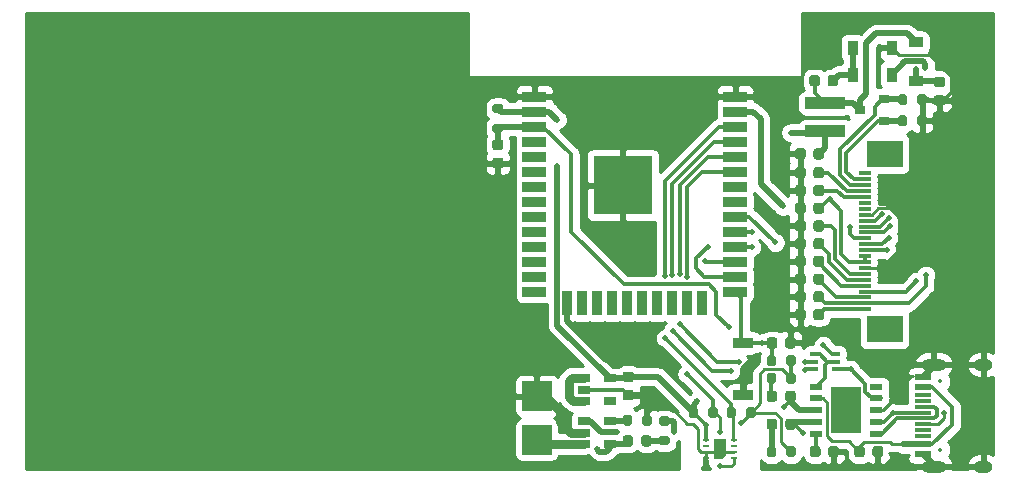
<source format=gbr>
%TF.GenerationSoftware,KiCad,Pcbnew,(5.1.8)-1*%
%TF.CreationDate,2021-08-10T17:59:01+08:00*%
%TF.ProjectId,smartdisplay,736d6172-7464-4697-9370-6c61792e6b69,rev?*%
%TF.SameCoordinates,Original*%
%TF.FileFunction,Copper,L1,Top*%
%TF.FilePolarity,Positive*%
%FSLAX46Y46*%
G04 Gerber Fmt 4.6, Leading zero omitted, Abs format (unit mm)*
G04 Created by KiCad (PCBNEW (5.1.8)-1) date 2021-08-10 17:59:01*
%MOMM*%
%LPD*%
G01*
G04 APERTURE LIST*
%TA.AperFunction,SMDPad,CuDef*%
%ADD10R,3.400000X0.980000*%
%TD*%
%TA.AperFunction,SMDPad,CuDef*%
%ADD11R,0.900000X0.800000*%
%TD*%
%TA.AperFunction,SMDPad,CuDef*%
%ADD12R,1.200000X0.900000*%
%TD*%
%TA.AperFunction,SMDPad,CuDef*%
%ADD13R,0.900000X1.200000*%
%TD*%
%TA.AperFunction,SMDPad,CuDef*%
%ADD14R,3.100000X2.300000*%
%TD*%
%TA.AperFunction,SMDPad,CuDef*%
%ADD15R,1.100000X0.300000*%
%TD*%
%TA.AperFunction,SMDPad,CuDef*%
%ADD16R,0.550000X0.250000*%
%TD*%
%TA.AperFunction,SMDPad,CuDef*%
%ADD17C,0.350000*%
%TD*%
%TA.AperFunction,SMDPad,CuDef*%
%ADD18R,1.450000X0.600000*%
%TD*%
%TA.AperFunction,SMDPad,CuDef*%
%ADD19R,1.450000X0.300000*%
%TD*%
%TA.AperFunction,ComponentPad*%
%ADD20O,2.100000X1.000000*%
%TD*%
%TA.AperFunction,ComponentPad*%
%ADD21O,1.600000X1.000000*%
%TD*%
%TA.AperFunction,SMDPad,CuDef*%
%ADD22R,1.700000X0.900000*%
%TD*%
%TA.AperFunction,SMDPad,CuDef*%
%ADD23R,0.650000X0.400000*%
%TD*%
%TA.AperFunction,SMDPad,CuDef*%
%ADD24R,2.500000X2.500000*%
%TD*%
%TA.AperFunction,SMDPad,CuDef*%
%ADD25R,1.060000X0.650000*%
%TD*%
%TA.AperFunction,SMDPad,CuDef*%
%ADD26R,2.500000X4.000000*%
%TD*%
%TA.AperFunction,SMDPad,CuDef*%
%ADD27R,1.100000X0.510000*%
%TD*%
%TA.AperFunction,SMDPad,CuDef*%
%ADD28R,2.000000X0.900000*%
%TD*%
%TA.AperFunction,SMDPad,CuDef*%
%ADD29R,0.900000X2.000000*%
%TD*%
%TA.AperFunction,SMDPad,CuDef*%
%ADD30R,5.000000X5.000000*%
%TD*%
%TA.AperFunction,ViaPad*%
%ADD31C,0.500000*%
%TD*%
%TA.AperFunction,Conductor*%
%ADD32C,0.250000*%
%TD*%
%TA.AperFunction,Conductor*%
%ADD33C,0.500000*%
%TD*%
%TA.AperFunction,Conductor*%
%ADD34C,0.800000*%
%TD*%
%TA.AperFunction,Conductor*%
%ADD35C,0.350000*%
%TD*%
%TA.AperFunction,Conductor*%
%ADD36C,0.254000*%
%TD*%
%ADD37C,0.300000*%
%ADD38O,1.700000X0.600000*%
%ADD39C,0.350000*%
%ADD40O,1.200000X0.600000*%
G04 APERTURE END LIST*
%TO.P,C9,2*%
%TO.N,GND*%
%TA.AperFunction,SMDPad,CuDef*%
G36*
G01*
X194550000Y-67625000D02*
X195050000Y-67625000D01*
G75*
G02*
X195275000Y-67850000I0J-225000D01*
G01*
X195275000Y-68300000D01*
G75*
G02*
X195050000Y-68525000I-225000J0D01*
G01*
X194550000Y-68525000D01*
G75*
G02*
X194325000Y-68300000I0J225000D01*
G01*
X194325000Y-67850000D01*
G75*
G02*
X194550000Y-67625000I225000J0D01*
G01*
G37*
%TD.AperFunction*%
%TO.P,C9,1*%
%TO.N,PREVGH*%
%TA.AperFunction,SMDPad,CuDef*%
G36*
G01*
X194550000Y-66075000D02*
X195050000Y-66075000D01*
G75*
G02*
X195275000Y-66300000I0J-225000D01*
G01*
X195275000Y-66750000D01*
G75*
G02*
X195050000Y-66975000I-225000J0D01*
G01*
X194550000Y-66975000D01*
G75*
G02*
X194325000Y-66750000I0J225000D01*
G01*
X194325000Y-66300000D01*
G75*
G02*
X194550000Y-66075000I225000J0D01*
G01*
G37*
%TD.AperFunction*%
%TD*%
D10*
%TO.P,L1,2*%
%TO.N,Net-(C4-Pad2)*%
X185100000Y-68315000D03*
%TO.P,L1,1*%
%TO.N,+3V3*%
X185100000Y-70685000D03*
%TD*%
%TO.P,R5,2*%
%TO.N,GND*%
%TA.AperFunction,SMDPad,CuDef*%
G36*
G01*
X192925000Y-68275000D02*
X192925000Y-67725000D01*
G75*
G02*
X193125000Y-67525000I200000J0D01*
G01*
X193525000Y-67525000D01*
G75*
G02*
X193725000Y-67725000I0J-200000D01*
G01*
X193725000Y-68275000D01*
G75*
G02*
X193525000Y-68475000I-200000J0D01*
G01*
X193125000Y-68475000D01*
G75*
G02*
X192925000Y-68275000I0J200000D01*
G01*
G37*
%TD.AperFunction*%
%TO.P,R5,1*%
%TO.N,RESE*%
%TA.AperFunction,SMDPad,CuDef*%
G36*
G01*
X191275000Y-68275000D02*
X191275000Y-67725000D01*
G75*
G02*
X191475000Y-67525000I200000J0D01*
G01*
X191875000Y-67525000D01*
G75*
G02*
X192075000Y-67725000I0J-200000D01*
G01*
X192075000Y-68275000D01*
G75*
G02*
X191875000Y-68475000I-200000J0D01*
G01*
X191475000Y-68475000D01*
G75*
G02*
X191275000Y-68275000I0J200000D01*
G01*
G37*
%TD.AperFunction*%
%TD*%
%TO.P,R4,2*%
%TO.N,GND*%
%TA.AperFunction,SMDPad,CuDef*%
G36*
G01*
X192925000Y-70075000D02*
X192925000Y-69525000D01*
G75*
G02*
X193125000Y-69325000I200000J0D01*
G01*
X193525000Y-69325000D01*
G75*
G02*
X193725000Y-69525000I0J-200000D01*
G01*
X193725000Y-70075000D01*
G75*
G02*
X193525000Y-70275000I-200000J0D01*
G01*
X193125000Y-70275000D01*
G75*
G02*
X192925000Y-70075000I0J200000D01*
G01*
G37*
%TD.AperFunction*%
%TO.P,R4,1*%
%TO.N,GDR*%
%TA.AperFunction,SMDPad,CuDef*%
G36*
G01*
X191275000Y-70075000D02*
X191275000Y-69525000D01*
G75*
G02*
X191475000Y-69325000I200000J0D01*
G01*
X191875000Y-69325000D01*
G75*
G02*
X192075000Y-69525000I0J-200000D01*
G01*
X192075000Y-70075000D01*
G75*
G02*
X191875000Y-70275000I-200000J0D01*
G01*
X191475000Y-70275000D01*
G75*
G02*
X191275000Y-70075000I0J200000D01*
G01*
G37*
%TD.AperFunction*%
%TD*%
D11*
%TO.P,Q1,3*%
%TO.N,Net-(C4-Pad2)*%
X188100000Y-68900000D03*
%TO.P,Q1,2*%
%TO.N,RESE*%
X190100000Y-67950000D03*
%TO.P,Q1,1*%
%TO.N,GDR*%
X190100000Y-69850000D03*
%TD*%
D12*
%TO.P,D5,2*%
%TO.N,Net-(C4-Pad2)*%
X192800000Y-63150000D03*
%TO.P,D5,1*%
%TO.N,PREVGH*%
X192800000Y-66450000D03*
%TD*%
D13*
%TO.P,D1,2*%
%TO.N,PREVGL*%
X190750000Y-65900000D03*
%TO.P,D1,1*%
%TO.N,Net-(C4-Pad1)*%
X187450000Y-65900000D03*
%TD*%
%TO.P,D4,2*%
%TO.N,Net-(C4-Pad1)*%
X187450000Y-63600000D03*
%TO.P,D4,1*%
%TO.N,GND*%
X190750000Y-63600000D03*
%TD*%
%TO.P,C15,2*%
%TO.N,GND*%
%TA.AperFunction,SMDPad,CuDef*%
G36*
G01*
X183475000Y-85950000D02*
X183475000Y-86450000D01*
G75*
G02*
X183250000Y-86675000I-225000J0D01*
G01*
X182800000Y-86675000D01*
G75*
G02*
X182575000Y-86450000I0J225000D01*
G01*
X182575000Y-85950000D01*
G75*
G02*
X182800000Y-85725000I225000J0D01*
G01*
X183250000Y-85725000D01*
G75*
G02*
X183475000Y-85950000I0J-225000D01*
G01*
G37*
%TD.AperFunction*%
%TO.P,C15,1*%
%TO.N,Net-(C15-Pad1)*%
%TA.AperFunction,SMDPad,CuDef*%
G36*
G01*
X185025000Y-85950000D02*
X185025000Y-86450000D01*
G75*
G02*
X184800000Y-86675000I-225000J0D01*
G01*
X184350000Y-86675000D01*
G75*
G02*
X184125000Y-86450000I0J225000D01*
G01*
X184125000Y-85950000D01*
G75*
G02*
X184350000Y-85725000I225000J0D01*
G01*
X184800000Y-85725000D01*
G75*
G02*
X185025000Y-85950000I0J-225000D01*
G01*
G37*
%TD.AperFunction*%
%TD*%
%TO.P,C14,2*%
%TO.N,GND*%
%TA.AperFunction,SMDPad,CuDef*%
G36*
G01*
X183475000Y-84450000D02*
X183475000Y-84950000D01*
G75*
G02*
X183250000Y-85175000I-225000J0D01*
G01*
X182800000Y-85175000D01*
G75*
G02*
X182575000Y-84950000I0J225000D01*
G01*
X182575000Y-84450000D01*
G75*
G02*
X182800000Y-84225000I225000J0D01*
G01*
X183250000Y-84225000D01*
G75*
G02*
X183475000Y-84450000I0J-225000D01*
G01*
G37*
%TD.AperFunction*%
%TO.P,C14,1*%
%TO.N,PREVGL*%
%TA.AperFunction,SMDPad,CuDef*%
G36*
G01*
X185025000Y-84450000D02*
X185025000Y-84950000D01*
G75*
G02*
X184800000Y-85175000I-225000J0D01*
G01*
X184350000Y-85175000D01*
G75*
G02*
X184125000Y-84950000I0J225000D01*
G01*
X184125000Y-84450000D01*
G75*
G02*
X184350000Y-84225000I225000J0D01*
G01*
X184800000Y-84225000D01*
G75*
G02*
X185025000Y-84450000I0J-225000D01*
G01*
G37*
%TD.AperFunction*%
%TD*%
%TO.P,C13,2*%
%TO.N,GND*%
%TA.AperFunction,SMDPad,CuDef*%
G36*
G01*
X183475000Y-82950000D02*
X183475000Y-83450000D01*
G75*
G02*
X183250000Y-83675000I-225000J0D01*
G01*
X182800000Y-83675000D01*
G75*
G02*
X182575000Y-83450000I0J225000D01*
G01*
X182575000Y-82950000D01*
G75*
G02*
X182800000Y-82725000I225000J0D01*
G01*
X183250000Y-82725000D01*
G75*
G02*
X183475000Y-82950000I0J-225000D01*
G01*
G37*
%TD.AperFunction*%
%TO.P,C13,1*%
%TO.N,Net-(C13-Pad1)*%
%TA.AperFunction,SMDPad,CuDef*%
G36*
G01*
X185025000Y-82950000D02*
X185025000Y-83450000D01*
G75*
G02*
X184800000Y-83675000I-225000J0D01*
G01*
X184350000Y-83675000D01*
G75*
G02*
X184125000Y-83450000I0J225000D01*
G01*
X184125000Y-82950000D01*
G75*
G02*
X184350000Y-82725000I225000J0D01*
G01*
X184800000Y-82725000D01*
G75*
G02*
X185025000Y-82950000I0J-225000D01*
G01*
G37*
%TD.AperFunction*%
%TD*%
%TO.P,C12,2*%
%TO.N,GND*%
%TA.AperFunction,SMDPad,CuDef*%
G36*
G01*
X183475000Y-81450000D02*
X183475000Y-81950000D01*
G75*
G02*
X183250000Y-82175000I-225000J0D01*
G01*
X182800000Y-82175000D01*
G75*
G02*
X182575000Y-81950000I0J225000D01*
G01*
X182575000Y-81450000D01*
G75*
G02*
X182800000Y-81225000I225000J0D01*
G01*
X183250000Y-81225000D01*
G75*
G02*
X183475000Y-81450000I0J-225000D01*
G01*
G37*
%TD.AperFunction*%
%TO.P,C12,1*%
%TO.N,Net-(C12-Pad1)*%
%TA.AperFunction,SMDPad,CuDef*%
G36*
G01*
X185025000Y-81450000D02*
X185025000Y-81950000D01*
G75*
G02*
X184800000Y-82175000I-225000J0D01*
G01*
X184350000Y-82175000D01*
G75*
G02*
X184125000Y-81950000I0J225000D01*
G01*
X184125000Y-81450000D01*
G75*
G02*
X184350000Y-81225000I225000J0D01*
G01*
X184800000Y-81225000D01*
G75*
G02*
X185025000Y-81450000I0J-225000D01*
G01*
G37*
%TD.AperFunction*%
%TD*%
%TO.P,C11,2*%
%TO.N,GND*%
%TA.AperFunction,SMDPad,CuDef*%
G36*
G01*
X183475000Y-79950000D02*
X183475000Y-80450000D01*
G75*
G02*
X183250000Y-80675000I-225000J0D01*
G01*
X182800000Y-80675000D01*
G75*
G02*
X182575000Y-80450000I0J225000D01*
G01*
X182575000Y-79950000D01*
G75*
G02*
X182800000Y-79725000I225000J0D01*
G01*
X183250000Y-79725000D01*
G75*
G02*
X183475000Y-79950000I0J-225000D01*
G01*
G37*
%TD.AperFunction*%
%TO.P,C11,1*%
%TO.N,Net-(C11-Pad1)*%
%TA.AperFunction,SMDPad,CuDef*%
G36*
G01*
X185025000Y-79950000D02*
X185025000Y-80450000D01*
G75*
G02*
X184800000Y-80675000I-225000J0D01*
G01*
X184350000Y-80675000D01*
G75*
G02*
X184125000Y-80450000I0J225000D01*
G01*
X184125000Y-79950000D01*
G75*
G02*
X184350000Y-79725000I225000J0D01*
G01*
X184800000Y-79725000D01*
G75*
G02*
X185025000Y-79950000I0J-225000D01*
G01*
G37*
%TD.AperFunction*%
%TD*%
%TO.P,C10,2*%
%TO.N,GND*%
%TA.AperFunction,SMDPad,CuDef*%
G36*
G01*
X183475000Y-78450000D02*
X183475000Y-78950000D01*
G75*
G02*
X183250000Y-79175000I-225000J0D01*
G01*
X182800000Y-79175000D01*
G75*
G02*
X182575000Y-78950000I0J225000D01*
G01*
X182575000Y-78450000D01*
G75*
G02*
X182800000Y-78225000I225000J0D01*
G01*
X183250000Y-78225000D01*
G75*
G02*
X183475000Y-78450000I0J-225000D01*
G01*
G37*
%TD.AperFunction*%
%TO.P,C10,1*%
%TO.N,Net-(C10-Pad1)*%
%TA.AperFunction,SMDPad,CuDef*%
G36*
G01*
X185025000Y-78450000D02*
X185025000Y-78950000D01*
G75*
G02*
X184800000Y-79175000I-225000J0D01*
G01*
X184350000Y-79175000D01*
G75*
G02*
X184125000Y-78950000I0J225000D01*
G01*
X184125000Y-78450000D01*
G75*
G02*
X184350000Y-78225000I225000J0D01*
G01*
X184800000Y-78225000D01*
G75*
G02*
X185025000Y-78450000I0J-225000D01*
G01*
G37*
%TD.AperFunction*%
%TD*%
%TO.P,C8,2*%
%TO.N,+3V3*%
%TA.AperFunction,SMDPad,CuDef*%
G36*
G01*
X184125000Y-72850000D02*
X184125000Y-72350000D01*
G75*
G02*
X184350000Y-72125000I225000J0D01*
G01*
X184800000Y-72125000D01*
G75*
G02*
X185025000Y-72350000I0J-225000D01*
G01*
X185025000Y-72850000D01*
G75*
G02*
X184800000Y-73075000I-225000J0D01*
G01*
X184350000Y-73075000D01*
G75*
G02*
X184125000Y-72850000I0J225000D01*
G01*
G37*
%TD.AperFunction*%
%TO.P,C8,1*%
%TO.N,GND*%
%TA.AperFunction,SMDPad,CuDef*%
G36*
G01*
X182575000Y-72850000D02*
X182575000Y-72350000D01*
G75*
G02*
X182800000Y-72125000I225000J0D01*
G01*
X183250000Y-72125000D01*
G75*
G02*
X183475000Y-72350000I0J-225000D01*
G01*
X183475000Y-72850000D01*
G75*
G02*
X183250000Y-73075000I-225000J0D01*
G01*
X182800000Y-73075000D01*
G75*
G02*
X182575000Y-72850000I0J225000D01*
G01*
G37*
%TD.AperFunction*%
%TD*%
%TO.P,C7,2*%
%TO.N,GND*%
%TA.AperFunction,SMDPad,CuDef*%
G36*
G01*
X183475000Y-76950000D02*
X183475000Y-77450000D01*
G75*
G02*
X183250000Y-77675000I-225000J0D01*
G01*
X182800000Y-77675000D01*
G75*
G02*
X182575000Y-77450000I0J225000D01*
G01*
X182575000Y-76950000D01*
G75*
G02*
X182800000Y-76725000I225000J0D01*
G01*
X183250000Y-76725000D01*
G75*
G02*
X183475000Y-76950000I0J-225000D01*
G01*
G37*
%TD.AperFunction*%
%TO.P,C7,1*%
%TO.N,+3V3*%
%TA.AperFunction,SMDPad,CuDef*%
G36*
G01*
X185025000Y-76950000D02*
X185025000Y-77450000D01*
G75*
G02*
X184800000Y-77675000I-225000J0D01*
G01*
X184350000Y-77675000D01*
G75*
G02*
X184125000Y-77450000I0J225000D01*
G01*
X184125000Y-76950000D01*
G75*
G02*
X184350000Y-76725000I225000J0D01*
G01*
X184800000Y-76725000D01*
G75*
G02*
X185025000Y-76950000I0J-225000D01*
G01*
G37*
%TD.AperFunction*%
%TD*%
%TO.P,C4,2*%
%TO.N,Net-(C4-Pad2)*%
%TA.AperFunction,SMDPad,CuDef*%
G36*
G01*
X184675000Y-66150000D02*
X184675000Y-66650000D01*
G75*
G02*
X184450000Y-66875000I-225000J0D01*
G01*
X184000000Y-66875000D01*
G75*
G02*
X183775000Y-66650000I0J225000D01*
G01*
X183775000Y-66150000D01*
G75*
G02*
X184000000Y-65925000I225000J0D01*
G01*
X184450000Y-65925000D01*
G75*
G02*
X184675000Y-66150000I0J-225000D01*
G01*
G37*
%TD.AperFunction*%
%TO.P,C4,1*%
%TO.N,Net-(C4-Pad1)*%
%TA.AperFunction,SMDPad,CuDef*%
G36*
G01*
X186225000Y-66150000D02*
X186225000Y-66650000D01*
G75*
G02*
X186000000Y-66875000I-225000J0D01*
G01*
X185550000Y-66875000D01*
G75*
G02*
X185325000Y-66650000I0J225000D01*
G01*
X185325000Y-66150000D01*
G75*
G02*
X185550000Y-65925000I225000J0D01*
G01*
X186000000Y-65925000D01*
G75*
G02*
X186225000Y-66150000I0J-225000D01*
G01*
G37*
%TD.AperFunction*%
%TD*%
%TO.P,C2,2*%
%TO.N,GND*%
%TA.AperFunction,SMDPad,CuDef*%
G36*
G01*
X183475000Y-75450000D02*
X183475000Y-75950000D01*
G75*
G02*
X183250000Y-76175000I-225000J0D01*
G01*
X182800000Y-76175000D01*
G75*
G02*
X182575000Y-75950000I0J225000D01*
G01*
X182575000Y-75450000D01*
G75*
G02*
X182800000Y-75225000I225000J0D01*
G01*
X183250000Y-75225000D01*
G75*
G02*
X183475000Y-75450000I0J-225000D01*
G01*
G37*
%TD.AperFunction*%
%TO.P,C2,1*%
%TO.N,Net-(C2-Pad1)*%
%TA.AperFunction,SMDPad,CuDef*%
G36*
G01*
X185025000Y-75450000D02*
X185025000Y-75950000D01*
G75*
G02*
X184800000Y-76175000I-225000J0D01*
G01*
X184350000Y-76175000D01*
G75*
G02*
X184125000Y-75950000I0J225000D01*
G01*
X184125000Y-75450000D01*
G75*
G02*
X184350000Y-75225000I225000J0D01*
G01*
X184800000Y-75225000D01*
G75*
G02*
X185025000Y-75450000I0J-225000D01*
G01*
G37*
%TD.AperFunction*%
%TD*%
%TO.P,C1,2*%
%TO.N,GND*%
%TA.AperFunction,SMDPad,CuDef*%
G36*
G01*
X183475000Y-73950000D02*
X183475000Y-74450000D01*
G75*
G02*
X183250000Y-74675000I-225000J0D01*
G01*
X182800000Y-74675000D01*
G75*
G02*
X182575000Y-74450000I0J225000D01*
G01*
X182575000Y-73950000D01*
G75*
G02*
X182800000Y-73725000I225000J0D01*
G01*
X183250000Y-73725000D01*
G75*
G02*
X183475000Y-73950000I0J-225000D01*
G01*
G37*
%TD.AperFunction*%
%TO.P,C1,1*%
%TO.N,Net-(C1-Pad1)*%
%TA.AperFunction,SMDPad,CuDef*%
G36*
G01*
X185025000Y-73950000D02*
X185025000Y-74450000D01*
G75*
G02*
X184800000Y-74675000I-225000J0D01*
G01*
X184350000Y-74675000D01*
G75*
G02*
X184125000Y-74450000I0J225000D01*
G01*
X184125000Y-73950000D01*
G75*
G02*
X184350000Y-73725000I225000J0D01*
G01*
X184800000Y-73725000D01*
G75*
G02*
X185025000Y-73950000I0J-225000D01*
G01*
G37*
%TD.AperFunction*%
%TD*%
D14*
%TO.P,U3,MP*%
%TO.N,N/C*%
X190150000Y-72580000D03*
X190150000Y-87420000D03*
D15*
%TO.P,U3,1*%
X188450000Y-74250000D03*
%TO.P,U3,2*%
%TO.N,GDR*%
X188450000Y-74750000D03*
%TO.P,U3,3*%
%TO.N,RESE*%
X188450000Y-75250000D03*
%TO.P,U3,4*%
%TO.N,Net-(C1-Pad1)*%
X188450000Y-75750000D03*
%TO.P,U3,5*%
%TO.N,Net-(C2-Pad1)*%
X188450000Y-76250000D03*
%TO.P,U3,6*%
%TO.N,N/C*%
X188450000Y-76750000D03*
%TO.P,U3,7*%
X188450000Y-77250000D03*
%TO.P,U3,8*%
%TO.N,GND*%
X188450000Y-77750000D03*
%TO.P,U3,9*%
%TO.N,BUSY*%
X188450000Y-78250000D03*
%TO.P,U3,10*%
%TO.N,REST*%
X188450000Y-78750000D03*
%TO.P,U3,11*%
%TO.N,DC*%
X188450000Y-79250000D03*
%TO.P,U3,12*%
%TO.N,CS*%
X188450000Y-79750000D03*
%TO.P,U3,13*%
%TO.N,SCLK*%
X188450000Y-80250000D03*
%TO.P,U3,14*%
%TO.N,DIN*%
X188450000Y-80750000D03*
%TO.P,U3,15*%
%TO.N,+3V3*%
X188450000Y-81250000D03*
%TO.P,U3,16*%
X188450000Y-81750000D03*
%TO.P,U3,17*%
%TO.N,GND*%
X188450000Y-82250000D03*
%TO.P,U3,18*%
%TO.N,Net-(C10-Pad1)*%
X188450000Y-82750000D03*
%TO.P,U3,19*%
%TO.N,Net-(C11-Pad1)*%
X188450000Y-83250000D03*
%TO.P,U3,20*%
%TO.N,Net-(C12-Pad1)*%
X188450000Y-83750000D03*
%TO.P,U3,21*%
%TO.N,PREVGH*%
X188450000Y-84250000D03*
%TO.P,U3,22*%
%TO.N,Net-(C13-Pad1)*%
X188450000Y-84750000D03*
%TO.P,U3,23*%
%TO.N,PREVGL*%
X188450000Y-85250000D03*
%TO.P,U3,24*%
%TO.N,Net-(C15-Pad1)*%
X188450000Y-85750000D03*
%TD*%
D16*
%TO.P,U5,1*%
%TO.N,SDA*%
X177375000Y-98350000D03*
%TO.P,U5,2*%
%TO.N,GND*%
X177375000Y-97850000D03*
%TO.P,U5,3*%
%TO.N,N/C*%
X177375000Y-97350000D03*
%TO.P,U5,4*%
%TO.N,SCL*%
X177375000Y-96850000D03*
%TO.P,U5,5*%
%TO.N,+3V3*%
X175025000Y-96850000D03*
%TO.P,U5,6*%
%TO.N,N/C*%
X175025000Y-97350000D03*
%TO.P,U5,7*%
%TO.N,GND*%
X175025000Y-97850000D03*
%TO.P,U5,8*%
X175025000Y-98350000D03*
%TA.AperFunction,SMDPad,CuDef*%
D17*
%TO.P,U5,9*%
G36*
X175700000Y-96750000D02*
G01*
X176700000Y-96750000D01*
X176700000Y-98150000D01*
X176400000Y-98450000D01*
X175700000Y-98450000D01*
X175700000Y-96750000D01*
G37*
%TD.AperFunction*%
%TD*%
%TO.P,R8,2*%
%TO.N,SCL*%
%TA.AperFunction,SMDPad,CuDef*%
G36*
G01*
X177575000Y-94225000D02*
X177575000Y-94775000D01*
G75*
G02*
X177375000Y-94975000I-200000J0D01*
G01*
X176975000Y-94975000D01*
G75*
G02*
X176775000Y-94775000I0J200000D01*
G01*
X176775000Y-94225000D01*
G75*
G02*
X176975000Y-94025000I200000J0D01*
G01*
X177375000Y-94025000D01*
G75*
G02*
X177575000Y-94225000I0J-200000D01*
G01*
G37*
%TD.AperFunction*%
%TO.P,R8,1*%
%TO.N,+3V3*%
%TA.AperFunction,SMDPad,CuDef*%
G36*
G01*
X179225000Y-94225000D02*
X179225000Y-94775000D01*
G75*
G02*
X179025000Y-94975000I-200000J0D01*
G01*
X178625000Y-94975000D01*
G75*
G02*
X178425000Y-94775000I0J200000D01*
G01*
X178425000Y-94225000D01*
G75*
G02*
X178625000Y-94025000I200000J0D01*
G01*
X179025000Y-94025000D01*
G75*
G02*
X179225000Y-94225000I0J-200000D01*
G01*
G37*
%TD.AperFunction*%
%TD*%
%TO.P,R7,2*%
%TO.N,SDA*%
%TA.AperFunction,SMDPad,CuDef*%
G36*
G01*
X175225000Y-94775000D02*
X175225000Y-94225000D01*
G75*
G02*
X175425000Y-94025000I200000J0D01*
G01*
X175825000Y-94025000D01*
G75*
G02*
X176025000Y-94225000I0J-200000D01*
G01*
X176025000Y-94775000D01*
G75*
G02*
X175825000Y-94975000I-200000J0D01*
G01*
X175425000Y-94975000D01*
G75*
G02*
X175225000Y-94775000I0J200000D01*
G01*
G37*
%TD.AperFunction*%
%TO.P,R7,1*%
%TO.N,+3V3*%
%TA.AperFunction,SMDPad,CuDef*%
G36*
G01*
X173575000Y-94775000D02*
X173575000Y-94225000D01*
G75*
G02*
X173775000Y-94025000I200000J0D01*
G01*
X174175000Y-94025000D01*
G75*
G02*
X174375000Y-94225000I0J-200000D01*
G01*
X174375000Y-94775000D01*
G75*
G02*
X174175000Y-94975000I-200000J0D01*
G01*
X173775000Y-94975000D01*
G75*
G02*
X173575000Y-94775000I0J200000D01*
G01*
G37*
%TD.AperFunction*%
%TD*%
D18*
%TO.P,J2,B1*%
%TO.N,GND*%
X193405000Y-91500000D03*
%TO.P,J2,A9*%
%TO.N,+5V*%
X193405000Y-92300000D03*
%TO.P,J2,B9*%
X193405000Y-97200000D03*
%TO.P,J2,B12*%
%TO.N,GND*%
X193405000Y-98000000D03*
%TO.P,J2,A1*%
X193405000Y-98000000D03*
%TO.P,J2,A4*%
%TO.N,+5V*%
X193405000Y-97200000D03*
%TO.P,J2,B4*%
X193405000Y-92300000D03*
%TO.P,J2,A12*%
%TO.N,GND*%
X193405000Y-91500000D03*
D19*
%TO.P,J2,B8*%
%TO.N,N/C*%
X193405000Y-96500000D03*
%TO.P,J2,A5*%
X193405000Y-96000000D03*
%TO.P,J2,B7*%
%TO.N,/D-*%
X193405000Y-95500000D03*
%TO.P,J2,A7*%
X193405000Y-94500000D03*
%TO.P,J2,B6*%
%TO.N,/D+*%
X193405000Y-94000000D03*
%TO.P,J2,A8*%
%TO.N,N/C*%
X193405000Y-93500000D03*
%TO.P,J2,B5*%
X193405000Y-93000000D03*
%TO.P,J2,A6*%
%TO.N,/D+*%
X193405000Y-95000000D03*
D20*
%TO.P,J2,S1*%
%TO.N,GND*%
X194320000Y-90430000D03*
X194320000Y-99070000D03*
D21*
X198500000Y-99070000D03*
X198500000Y-90430000D03*
%TD*%
%TO.P,R6,2*%
%TO.N,IO0*%
%TA.AperFunction,SMDPad,CuDef*%
G36*
G01*
X180975000Y-89825000D02*
X180975000Y-90375000D01*
G75*
G02*
X180775000Y-90575000I-200000J0D01*
G01*
X180375000Y-90575000D01*
G75*
G02*
X180175000Y-90375000I0J200000D01*
G01*
X180175000Y-89825000D01*
G75*
G02*
X180375000Y-89625000I200000J0D01*
G01*
X180775000Y-89625000D01*
G75*
G02*
X180975000Y-89825000I0J-200000D01*
G01*
G37*
%TD.AperFunction*%
%TO.P,R6,1*%
%TO.N,+3V3*%
%TA.AperFunction,SMDPad,CuDef*%
G36*
G01*
X182625000Y-89825000D02*
X182625000Y-90375000D01*
G75*
G02*
X182425000Y-90575000I-200000J0D01*
G01*
X182025000Y-90575000D01*
G75*
G02*
X181825000Y-90375000I0J200000D01*
G01*
X181825000Y-89825000D01*
G75*
G02*
X182025000Y-89625000I200000J0D01*
G01*
X182425000Y-89625000D01*
G75*
G02*
X182625000Y-89825000I0J-200000D01*
G01*
G37*
%TD.AperFunction*%
%TD*%
%TO.P,D6,2*%
%TO.N,+5V*%
%TA.AperFunction,SMDPad,CuDef*%
G36*
G01*
X168850000Y-96643750D02*
X168850000Y-97156250D01*
G75*
G02*
X168631250Y-97375000I-218750J0D01*
G01*
X168193750Y-97375000D01*
G75*
G02*
X167975000Y-97156250I0J218750D01*
G01*
X167975000Y-96643750D01*
G75*
G02*
X168193750Y-96425000I218750J0D01*
G01*
X168631250Y-96425000D01*
G75*
G02*
X168850000Y-96643750I0J-218750D01*
G01*
G37*
%TD.AperFunction*%
%TO.P,D6,1*%
%TO.N,Net-(D6-Pad1)*%
%TA.AperFunction,SMDPad,CuDef*%
G36*
G01*
X170425000Y-96643750D02*
X170425000Y-97156250D01*
G75*
G02*
X170206250Y-97375000I-218750J0D01*
G01*
X169768750Y-97375000D01*
G75*
G02*
X169550000Y-97156250I0J218750D01*
G01*
X169550000Y-96643750D01*
G75*
G02*
X169768750Y-96425000I218750J0D01*
G01*
X170206250Y-96425000D01*
G75*
G02*
X170425000Y-96643750I0J-218750D01*
G01*
G37*
%TD.AperFunction*%
%TD*%
%TO.P,D3,2*%
%TO.N,Net-(D3-Pad2)*%
%TA.AperFunction,SMDPad,CuDef*%
G36*
G01*
X181050000Y-92863750D02*
X181050000Y-93376250D01*
G75*
G02*
X180831250Y-93595000I-218750J0D01*
G01*
X180393750Y-93595000D01*
G75*
G02*
X180175000Y-93376250I0J218750D01*
G01*
X180175000Y-92863750D01*
G75*
G02*
X180393750Y-92645000I218750J0D01*
G01*
X180831250Y-92645000D01*
G75*
G02*
X181050000Y-92863750I0J-218750D01*
G01*
G37*
%TD.AperFunction*%
%TO.P,D3,1*%
%TO.N,TX*%
%TA.AperFunction,SMDPad,CuDef*%
G36*
G01*
X182625000Y-92863750D02*
X182625000Y-93376250D01*
G75*
G02*
X182406250Y-93595000I-218750J0D01*
G01*
X181968750Y-93595000D01*
G75*
G02*
X181750000Y-93376250I0J218750D01*
G01*
X181750000Y-92863750D01*
G75*
G02*
X181968750Y-92645000I218750J0D01*
G01*
X182406250Y-92645000D01*
G75*
G02*
X182625000Y-92863750I0J-218750D01*
G01*
G37*
%TD.AperFunction*%
%TD*%
%TO.P,D2,2*%
%TO.N,Net-(D2-Pad2)*%
%TA.AperFunction,SMDPad,CuDef*%
G36*
G01*
X181050000Y-95223750D02*
X181050000Y-95736250D01*
G75*
G02*
X180831250Y-95955000I-218750J0D01*
G01*
X180393750Y-95955000D01*
G75*
G02*
X180175000Y-95736250I0J218750D01*
G01*
X180175000Y-95223750D01*
G75*
G02*
X180393750Y-95005000I218750J0D01*
G01*
X180831250Y-95005000D01*
G75*
G02*
X181050000Y-95223750I0J-218750D01*
G01*
G37*
%TD.AperFunction*%
%TO.P,D2,1*%
%TO.N,RX*%
%TA.AperFunction,SMDPad,CuDef*%
G36*
G01*
X182625000Y-95223750D02*
X182625000Y-95736250D01*
G75*
G02*
X182406250Y-95955000I-218750J0D01*
G01*
X181968750Y-95955000D01*
G75*
G02*
X181750000Y-95736250I0J218750D01*
G01*
X181750000Y-95223750D01*
G75*
G02*
X181968750Y-95005000I218750J0D01*
G01*
X182406250Y-95005000D01*
G75*
G02*
X182625000Y-95223750I0J-218750D01*
G01*
G37*
%TD.AperFunction*%
%TD*%
%TO.P,C5,2*%
%TO.N,GND*%
%TA.AperFunction,SMDPad,CuDef*%
G36*
G01*
X189125000Y-98050000D02*
X189125000Y-97550000D01*
G75*
G02*
X189350000Y-97325000I225000J0D01*
G01*
X189800000Y-97325000D01*
G75*
G02*
X190025000Y-97550000I0J-225000D01*
G01*
X190025000Y-98050000D01*
G75*
G02*
X189800000Y-98275000I-225000J0D01*
G01*
X189350000Y-98275000D01*
G75*
G02*
X189125000Y-98050000I0J225000D01*
G01*
G37*
%TD.AperFunction*%
%TO.P,C5,1*%
%TO.N,+5V*%
%TA.AperFunction,SMDPad,CuDef*%
G36*
G01*
X187575000Y-98050000D02*
X187575000Y-97550000D01*
G75*
G02*
X187800000Y-97325000I225000J0D01*
G01*
X188250000Y-97325000D01*
G75*
G02*
X188475000Y-97550000I0J-225000D01*
G01*
X188475000Y-98050000D01*
G75*
G02*
X188250000Y-98275000I-225000J0D01*
G01*
X187800000Y-98275000D01*
G75*
G02*
X187575000Y-98050000I0J225000D01*
G01*
G37*
%TD.AperFunction*%
%TD*%
D22*
%TO.P,SW1,2*%
%TO.N,IO0*%
X178200000Y-88600000D03*
%TO.P,SW1,1*%
%TO.N,GND*%
X178200000Y-93000000D03*
%TD*%
%TO.P,R9,2*%
%TO.N,Net-(R9-Pad2)*%
%TA.AperFunction,SMDPad,CuDef*%
G36*
G01*
X171775000Y-95625000D02*
X171225000Y-95625000D01*
G75*
G02*
X171025000Y-95425000I0J200000D01*
G01*
X171025000Y-95025000D01*
G75*
G02*
X171225000Y-94825000I200000J0D01*
G01*
X171775000Y-94825000D01*
G75*
G02*
X171975000Y-95025000I0J-200000D01*
G01*
X171975000Y-95425000D01*
G75*
G02*
X171775000Y-95625000I-200000J0D01*
G01*
G37*
%TD.AperFunction*%
%TO.P,R9,1*%
%TO.N,Net-(D6-Pad1)*%
%TA.AperFunction,SMDPad,CuDef*%
G36*
G01*
X171775000Y-97275000D02*
X171225000Y-97275000D01*
G75*
G02*
X171025000Y-97075000I0J200000D01*
G01*
X171025000Y-96675000D01*
G75*
G02*
X171225000Y-96475000I200000J0D01*
G01*
X171775000Y-96475000D01*
G75*
G02*
X171975000Y-96675000I0J-200000D01*
G01*
X171975000Y-97075000D01*
G75*
G02*
X171775000Y-97275000I-200000J0D01*
G01*
G37*
%TD.AperFunction*%
%TD*%
%TO.P,R10,2*%
%TO.N,GND*%
%TA.AperFunction,SMDPad,CuDef*%
G36*
G01*
X169625000Y-95425000D02*
X169625000Y-94875000D01*
G75*
G02*
X169825000Y-94675000I200000J0D01*
G01*
X170225000Y-94675000D01*
G75*
G02*
X170425000Y-94875000I0J-200000D01*
G01*
X170425000Y-95425000D01*
G75*
G02*
X170225000Y-95625000I-200000J0D01*
G01*
X169825000Y-95625000D01*
G75*
G02*
X169625000Y-95425000I0J200000D01*
G01*
G37*
%TD.AperFunction*%
%TO.P,R10,1*%
%TO.N,Net-(R10-Pad1)*%
%TA.AperFunction,SMDPad,CuDef*%
G36*
G01*
X167975000Y-95425000D02*
X167975000Y-94875000D01*
G75*
G02*
X168175000Y-94675000I200000J0D01*
G01*
X168575000Y-94675000D01*
G75*
G02*
X168775000Y-94875000I0J-200000D01*
G01*
X168775000Y-95425000D01*
G75*
G02*
X168575000Y-95625000I-200000J0D01*
G01*
X168175000Y-95625000D01*
G75*
G02*
X167975000Y-95425000I0J200000D01*
G01*
G37*
%TD.AperFunction*%
%TD*%
%TO.P,R2,2*%
%TO.N,Net-(D3-Pad2)*%
%TA.AperFunction,SMDPad,CuDef*%
G36*
G01*
X180975000Y-91325000D02*
X180975000Y-91875000D01*
G75*
G02*
X180775000Y-92075000I-200000J0D01*
G01*
X180375000Y-92075000D01*
G75*
G02*
X180175000Y-91875000I0J200000D01*
G01*
X180175000Y-91325000D01*
G75*
G02*
X180375000Y-91125000I200000J0D01*
G01*
X180775000Y-91125000D01*
G75*
G02*
X180975000Y-91325000I0J-200000D01*
G01*
G37*
%TD.AperFunction*%
%TO.P,R2,1*%
%TO.N,+3V3*%
%TA.AperFunction,SMDPad,CuDef*%
G36*
G01*
X182625000Y-91325000D02*
X182625000Y-91875000D01*
G75*
G02*
X182425000Y-92075000I-200000J0D01*
G01*
X182025000Y-92075000D01*
G75*
G02*
X181825000Y-91875000I0J200000D01*
G01*
X181825000Y-91325000D01*
G75*
G02*
X182025000Y-91125000I200000J0D01*
G01*
X182425000Y-91125000D01*
G75*
G02*
X182625000Y-91325000I0J-200000D01*
G01*
G37*
%TD.AperFunction*%
%TD*%
%TO.P,R1,2*%
%TO.N,Net-(D2-Pad2)*%
%TA.AperFunction,SMDPad,CuDef*%
G36*
G01*
X180975000Y-97525000D02*
X180975000Y-98075000D01*
G75*
G02*
X180775000Y-98275000I-200000J0D01*
G01*
X180375000Y-98275000D01*
G75*
G02*
X180175000Y-98075000I0J200000D01*
G01*
X180175000Y-97525000D01*
G75*
G02*
X180375000Y-97325000I200000J0D01*
G01*
X180775000Y-97325000D01*
G75*
G02*
X180975000Y-97525000I0J-200000D01*
G01*
G37*
%TD.AperFunction*%
%TO.P,R1,1*%
%TO.N,+3V3*%
%TA.AperFunction,SMDPad,CuDef*%
G36*
G01*
X182625000Y-97525000D02*
X182625000Y-98075000D01*
G75*
G02*
X182425000Y-98275000I-200000J0D01*
G01*
X182025000Y-98275000D01*
G75*
G02*
X181825000Y-98075000I0J200000D01*
G01*
X181825000Y-97525000D01*
G75*
G02*
X182025000Y-97325000I200000J0D01*
G01*
X182425000Y-97325000D01*
G75*
G02*
X182625000Y-97525000I0J-200000D01*
G01*
G37*
%TD.AperFunction*%
%TD*%
%TO.P,C17,2*%
%TO.N,GND*%
%TA.AperFunction,SMDPad,CuDef*%
G36*
G01*
X168200000Y-92575000D02*
X168700000Y-92575000D01*
G75*
G02*
X168925000Y-92800000I0J-225000D01*
G01*
X168925000Y-93250000D01*
G75*
G02*
X168700000Y-93475000I-225000J0D01*
G01*
X168200000Y-93475000D01*
G75*
G02*
X167975000Y-93250000I0J225000D01*
G01*
X167975000Y-92800000D01*
G75*
G02*
X168200000Y-92575000I225000J0D01*
G01*
G37*
%TD.AperFunction*%
%TO.P,C17,1*%
%TO.N,+3V3*%
%TA.AperFunction,SMDPad,CuDef*%
G36*
G01*
X168200000Y-91025000D02*
X168700000Y-91025000D01*
G75*
G02*
X168925000Y-91250000I0J-225000D01*
G01*
X168925000Y-91700000D01*
G75*
G02*
X168700000Y-91925000I-225000J0D01*
G01*
X168200000Y-91925000D01*
G75*
G02*
X167975000Y-91700000I0J225000D01*
G01*
X167975000Y-91250000D01*
G75*
G02*
X168200000Y-91025000I225000J0D01*
G01*
G37*
%TD.AperFunction*%
%TD*%
%TO.P,C16,2*%
%TO.N,IO0*%
%TA.AperFunction,SMDPad,CuDef*%
G36*
G01*
X181075000Y-88350000D02*
X181075000Y-88850000D01*
G75*
G02*
X180850000Y-89075000I-225000J0D01*
G01*
X180400000Y-89075000D01*
G75*
G02*
X180175000Y-88850000I0J225000D01*
G01*
X180175000Y-88350000D01*
G75*
G02*
X180400000Y-88125000I225000J0D01*
G01*
X180850000Y-88125000D01*
G75*
G02*
X181075000Y-88350000I0J-225000D01*
G01*
G37*
%TD.AperFunction*%
%TO.P,C16,1*%
%TO.N,GND*%
%TA.AperFunction,SMDPad,CuDef*%
G36*
G01*
X182625000Y-88350000D02*
X182625000Y-88850000D01*
G75*
G02*
X182400000Y-89075000I-225000J0D01*
G01*
X181950000Y-89075000D01*
G75*
G02*
X181725000Y-88850000I0J225000D01*
G01*
X181725000Y-88350000D01*
G75*
G02*
X181950000Y-88125000I225000J0D01*
G01*
X182400000Y-88125000D01*
G75*
G02*
X182625000Y-88350000I0J-225000D01*
G01*
G37*
%TD.AperFunction*%
%TD*%
%TO.P,C3,2*%
%TO.N,Net-(C3-Pad2)*%
%TA.AperFunction,SMDPad,CuDef*%
G36*
G01*
X184725000Y-97550000D02*
X184725000Y-98050000D01*
G75*
G02*
X184500000Y-98275000I-225000J0D01*
G01*
X184050000Y-98275000D01*
G75*
G02*
X183825000Y-98050000I0J225000D01*
G01*
X183825000Y-97550000D01*
G75*
G02*
X184050000Y-97325000I225000J0D01*
G01*
X184500000Y-97325000D01*
G75*
G02*
X184725000Y-97550000I0J-225000D01*
G01*
G37*
%TD.AperFunction*%
%TO.P,C3,1*%
%TO.N,GND*%
%TA.AperFunction,SMDPad,CuDef*%
G36*
G01*
X186275000Y-97550000D02*
X186275000Y-98050000D01*
G75*
G02*
X186050000Y-98275000I-225000J0D01*
G01*
X185600000Y-98275000D01*
G75*
G02*
X185375000Y-98050000I0J225000D01*
G01*
X185375000Y-97550000D01*
G75*
G02*
X185600000Y-97325000I225000J0D01*
G01*
X186050000Y-97325000D01*
G75*
G02*
X186275000Y-97550000I0J-225000D01*
G01*
G37*
%TD.AperFunction*%
%TD*%
D23*
%TO.P,U1,6*%
%TO.N,EN*%
X186050000Y-89550000D03*
%TO.P,U1,4*%
%TO.N,DTR*%
X186050000Y-90850000D03*
%TO.P,U1,2*%
X184150000Y-90200000D03*
%TO.P,U1,5*%
%TO.N,RTS*%
X186050000Y-90200000D03*
%TO.P,U1,3*%
%TO.N,IO0*%
X184150000Y-90850000D03*
%TO.P,U1,1*%
%TO.N,RTS*%
X184150000Y-89550000D03*
%TD*%
%TO.P,R3,2*%
%TO.N,EN*%
%TA.AperFunction,SMDPad,CuDef*%
G36*
G01*
X157125000Y-70025000D02*
X157675000Y-70025000D01*
G75*
G02*
X157875000Y-70225000I0J-200000D01*
G01*
X157875000Y-70625000D01*
G75*
G02*
X157675000Y-70825000I-200000J0D01*
G01*
X157125000Y-70825000D01*
G75*
G02*
X156925000Y-70625000I0J200000D01*
G01*
X156925000Y-70225000D01*
G75*
G02*
X157125000Y-70025000I200000J0D01*
G01*
G37*
%TD.AperFunction*%
%TO.P,R3,1*%
%TO.N,+3V3*%
%TA.AperFunction,SMDPad,CuDef*%
G36*
G01*
X157125000Y-68375000D02*
X157675000Y-68375000D01*
G75*
G02*
X157875000Y-68575000I0J-200000D01*
G01*
X157875000Y-68975000D01*
G75*
G02*
X157675000Y-69175000I-200000J0D01*
G01*
X157125000Y-69175000D01*
G75*
G02*
X156925000Y-68975000I0J200000D01*
G01*
X156925000Y-68575000D01*
G75*
G02*
X157125000Y-68375000I200000J0D01*
G01*
G37*
%TD.AperFunction*%
%TD*%
D24*
%TO.P,J3,1*%
%TO.N,GND*%
X160700000Y-93100000D03*
%TD*%
%TO.P,J1,1*%
%TO.N,BAT+*%
X160700000Y-96800000D03*
%TD*%
%TO.P,C6,2*%
%TO.N,GND*%
%TA.AperFunction,SMDPad,CuDef*%
G36*
G01*
X157150000Y-72925000D02*
X157650000Y-72925000D01*
G75*
G02*
X157875000Y-73150000I0J-225000D01*
G01*
X157875000Y-73600000D01*
G75*
G02*
X157650000Y-73825000I-225000J0D01*
G01*
X157150000Y-73825000D01*
G75*
G02*
X156925000Y-73600000I0J225000D01*
G01*
X156925000Y-73150000D01*
G75*
G02*
X157150000Y-72925000I225000J0D01*
G01*
G37*
%TD.AperFunction*%
%TO.P,C6,1*%
%TO.N,EN*%
%TA.AperFunction,SMDPad,CuDef*%
G36*
G01*
X157150000Y-71375000D02*
X157650000Y-71375000D01*
G75*
G02*
X157875000Y-71600000I0J-225000D01*
G01*
X157875000Y-72050000D01*
G75*
G02*
X157650000Y-72275000I-225000J0D01*
G01*
X157150000Y-72275000D01*
G75*
G02*
X156925000Y-72050000I0J225000D01*
G01*
X156925000Y-71600000D01*
G75*
G02*
X157150000Y-71375000I225000J0D01*
G01*
G37*
%TD.AperFunction*%
%TD*%
D25*
%TO.P,U6,5*%
%TO.N,+3V3*%
X166900000Y-91600000D03*
%TO.P,U6,4*%
%TO.N,N/C*%
X166900000Y-93500000D03*
%TO.P,U6,3*%
%TO.N,BAT+*%
X164700000Y-93500000D03*
%TO.P,U6,2*%
%TO.N,GND*%
X164700000Y-92550000D03*
%TO.P,U6,1*%
%TO.N,BAT+*%
X164700000Y-91600000D03*
%TD*%
D26*
%TO.P,U2,11*%
%TO.N,N/C*%
X186900000Y-94300000D03*
D27*
%TO.P,U2,10*%
%TO.N,Net-(C3-Pad2)*%
X184350000Y-96300000D03*
%TO.P,U2,9*%
%TO.N,RX*%
X184350000Y-95300000D03*
%TO.P,U2,5*%
%TO.N,N/C*%
X189450000Y-92300000D03*
%TO.P,U2,8*%
%TO.N,TX*%
X184350000Y-94300000D03*
%TO.P,U2,7*%
%TO.N,+5V*%
X184350000Y-93300000D03*
%TO.P,U2,6*%
%TO.N,RTS*%
X184350000Y-92300000D03*
%TO.P,U2,4*%
%TO.N,DTR*%
X189450000Y-93300000D03*
%TO.P,U2,3*%
%TO.N,GND*%
X189450000Y-94300000D03*
%TO.P,U2,2*%
%TO.N,/D-*%
X189450000Y-95300000D03*
%TO.P,U2,1*%
%TO.N,/D+*%
X189450000Y-96300000D03*
%TD*%
D25*
%TO.P,U7,5*%
%TO.N,Net-(R10-Pad1)*%
X166900000Y-95250000D03*
%TO.P,U7,4*%
%TO.N,+5V*%
X166900000Y-97150000D03*
%TO.P,U7,3*%
%TO.N,BAT+*%
X164700000Y-97150000D03*
%TO.P,U7,2*%
%TO.N,GND*%
X164700000Y-96200000D03*
%TO.P,U7,1*%
%TO.N,Net-(R9-Pad2)*%
X164700000Y-95250000D03*
%TD*%
D28*
%TO.P,U4,38*%
%TO.N,GND*%
X177500000Y-67745000D03*
%TO.P,U4,37*%
%TO.N,DIN*%
X177500000Y-69015000D03*
%TO.P,U4,36*%
%TO.N,SCL*%
X177500000Y-70285000D03*
%TO.P,U4,35*%
%TO.N,RX*%
X177500000Y-71555000D03*
%TO.P,U4,34*%
%TO.N,TX*%
X177500000Y-72825000D03*
%TO.P,U4,33*%
%TO.N,SDA*%
X177500000Y-74095000D03*
%TO.P,U4,32*%
%TO.N,N/C*%
X177500000Y-75365000D03*
%TO.P,U4,31*%
X177500000Y-76635000D03*
%TO.P,U4,30*%
%TO.N,SCLK*%
X177500000Y-77905000D03*
%TO.P,U4,29*%
%TO.N,CS*%
X177500000Y-79175000D03*
%TO.P,U4,28*%
%TO.N,DC*%
X177500000Y-80445000D03*
%TO.P,U4,27*%
%TO.N,REST*%
X177500000Y-81715000D03*
%TO.P,U4,26*%
%TO.N,BUSY*%
X177500000Y-82985000D03*
%TO.P,U4,25*%
%TO.N,IO0*%
X177500000Y-84255000D03*
D29*
%TO.P,U4,24*%
%TO.N,N/C*%
X174715000Y-85255000D03*
%TO.P,U4,23*%
X173445000Y-85255000D03*
%TO.P,U4,22*%
X172175000Y-85255000D03*
%TO.P,U4,21*%
X170905000Y-85255000D03*
%TO.P,U4,20*%
X169635000Y-85255000D03*
%TO.P,U4,19*%
X168365000Y-85255000D03*
%TO.P,U4,18*%
X167095000Y-85255000D03*
%TO.P,U4,17*%
X165825000Y-85255000D03*
%TO.P,U4,16*%
X164555000Y-85255000D03*
%TO.P,U4,15*%
%TO.N,GND*%
X163285000Y-85255000D03*
D28*
%TO.P,U4,14*%
%TO.N,N/C*%
X160500000Y-84255000D03*
%TO.P,U4,13*%
X160500000Y-82985000D03*
%TO.P,U4,12*%
X160500000Y-81715000D03*
%TO.P,U4,11*%
X160500000Y-80445000D03*
%TO.P,U4,10*%
X160500000Y-79175000D03*
%TO.P,U4,9*%
X160500000Y-77905000D03*
%TO.P,U4,8*%
X160500000Y-76635000D03*
%TO.P,U4,7*%
X160500000Y-75365000D03*
%TO.P,U4,6*%
X160500000Y-74095000D03*
%TO.P,U4,5*%
X160500000Y-72825000D03*
%TO.P,U4,4*%
X160500000Y-71555000D03*
%TO.P,U4,3*%
%TO.N,EN*%
X160500000Y-70285000D03*
%TO.P,U4,2*%
%TO.N,+3V3*%
X160500000Y-69015000D03*
%TO.P,U4,1*%
%TO.N,GND*%
X160500000Y-67745000D03*
D30*
%TO.P,U4,39*%
X168000000Y-75245000D03*
%TD*%
D31*
%TO.N,GND*%
X168400000Y-90050000D03*
X169850000Y-93000000D03*
X179300000Y-89750000D03*
X190900000Y-93400000D03*
%TO.N,EN*%
X176950000Y-87250000D03*
X184950000Y-88800000D03*
%TO.N,BAT+*%
X163450000Y-97150000D03*
X163450000Y-91850000D03*
%TO.N,IO0*%
X183400000Y-90900000D03*
X179800000Y-88600000D03*
%TO.N,DTR*%
X187285002Y-90850000D03*
X183400000Y-90200000D03*
%TO.N,+5V*%
X165800000Y-97600000D03*
X191699982Y-97200000D03*
%TO.N,TX*%
X181600000Y-94000000D03*
X172810131Y-82726922D03*
X172800000Y-87000000D03*
X177799995Y-90199995D03*
%TO.N,RX*%
X177153334Y-90975010D03*
X172178097Y-82878737D03*
X172200000Y-87599990D03*
X183200000Y-96200006D03*
%TO.N,+3V3*%
X182200000Y-70800000D03*
X174300000Y-93500000D03*
X178000000Y-95400000D03*
X175025000Y-95550000D03*
X185075000Y-71575000D03*
X162450000Y-73600000D03*
X162450000Y-69700000D03*
X185500000Y-76399988D03*
%TO.N,/D-*%
X190900000Y-94500000D03*
X195200000Y-94500000D03*
%TO.N,SDA*%
X176200000Y-96149990D03*
X176200002Y-99062500D03*
X173400008Y-83000000D03*
X173400000Y-91250000D03*
%TO.N,SCL*%
X171528722Y-82907503D03*
X171599990Y-88200000D03*
%TO.N,PREVGH*%
X192800000Y-65400000D03*
X192824990Y-83400000D03*
%TO.N,PREVGL*%
X193600000Y-65300000D03*
X193650013Y-82850017D03*
%TO.N,DC*%
X178899992Y-80500000D03*
X190646469Y-78700000D03*
%TO.N,DIN*%
X181550000Y-77050000D03*
X190349990Y-80750000D03*
%TO.N,SCLK*%
X180900000Y-80100000D03*
X190490368Y-79690379D03*
%TO.N,BUSY*%
X175205002Y-80445000D03*
X189900000Y-77724990D03*
%TO.N,REST*%
X174974999Y-81624999D03*
X190486080Y-78022132D03*
%TO.N,Net-(R9-Pad2)*%
X172299980Y-96149990D03*
X167500000Y-96149990D03*
%TO.N,CS*%
X187200000Y-78824990D03*
X178893403Y-79206591D03*
%TD*%
D32*
%TO.N,GND*%
X168000000Y-75245000D02*
X168000000Y-76400000D01*
D33*
X194320000Y-98915000D02*
X193405000Y-98000000D01*
X194320000Y-99070000D02*
X194320000Y-98915000D01*
X194320000Y-99070000D02*
X198500000Y-99070000D01*
X194320000Y-90430000D02*
X198500000Y-90430000D01*
X194320000Y-90585000D02*
X193405000Y-91500000D01*
X194320000Y-90430000D02*
X194320000Y-90585000D01*
D34*
X161400000Y-93100000D02*
X160700000Y-93100000D01*
X162650000Y-94350000D02*
X161400000Y-93100000D01*
X162650000Y-95259998D02*
X162650000Y-94350000D01*
X163590002Y-96200000D02*
X162650000Y-95259998D01*
X164700000Y-96200000D02*
X163590002Y-96200000D01*
D32*
X175025000Y-97850000D02*
X175025000Y-98350000D01*
X175950000Y-97850000D02*
X176200000Y-97600000D01*
X175025000Y-97850000D02*
X175950000Y-97850000D01*
X176450000Y-97850000D02*
X176200000Y-97600000D01*
X177375000Y-97850000D02*
X176450000Y-97850000D01*
D35*
X194725000Y-68000000D02*
X194800000Y-68075000D01*
X193325000Y-68000000D02*
X194725000Y-68000000D01*
X193325000Y-68000000D02*
X193325000Y-69800000D01*
X167975000Y-92550000D02*
X168450000Y-93025000D01*
X164700000Y-92550000D02*
X167975000Y-92550000D01*
D32*
X195125000Y-68075000D02*
X194800000Y-68075000D01*
X195800000Y-67400000D02*
X195125000Y-68075000D01*
X195800000Y-66000000D02*
X195800000Y-67400000D01*
X194000000Y-64200000D02*
X195800000Y-66000000D01*
X191350000Y-64200000D02*
X194000000Y-64200000D01*
X190750000Y-63600000D02*
X191350000Y-64200000D01*
D33*
X166580000Y-90050000D02*
X168400000Y-90050000D01*
X163285000Y-86755000D02*
X166580000Y-90050000D01*
X163285000Y-85255000D02*
X163285000Y-86755000D01*
X169825000Y-93025000D02*
X169850000Y-93000000D01*
X168450000Y-93025000D02*
X169825000Y-93025000D01*
D32*
X172200000Y-94200000D02*
X170350000Y-94200000D01*
X170025000Y-94525000D02*
X170025000Y-95150000D01*
X170350000Y-94200000D02*
X170025000Y-94525000D01*
X173450000Y-95450000D02*
X172200000Y-94200000D01*
X173909633Y-95450000D02*
X173450000Y-95450000D01*
X174350000Y-95890367D02*
X173909633Y-95450000D01*
X174350000Y-97570002D02*
X174350000Y-95890367D01*
X174629998Y-97850000D02*
X174350000Y-97570002D01*
X175025000Y-97850000D02*
X174629998Y-97850000D01*
D33*
X178200000Y-90850000D02*
X179300000Y-89750000D01*
X178200000Y-93000000D02*
X178200000Y-90850000D01*
D32*
X190000000Y-94300000D02*
X190900000Y-93400000D01*
X189450000Y-94300000D02*
X190000000Y-94300000D01*
X189050000Y-77750000D02*
X188450000Y-77750000D01*
X189600011Y-77199989D02*
X189050000Y-77750000D01*
X191400000Y-78000000D02*
X190599989Y-77199989D01*
X191400000Y-80700000D02*
X191400000Y-78000000D01*
X190599989Y-77199989D02*
X189600011Y-77199989D01*
X189850000Y-82250000D02*
X191400000Y-80700000D01*
X188450000Y-82250000D02*
X189850000Y-82250000D01*
D33*
%TO.N,EN*%
X157540000Y-70285000D02*
X157400000Y-70425000D01*
X157400000Y-70425000D02*
X157400000Y-71825000D01*
X160500000Y-70285000D02*
X157540000Y-70285000D01*
D35*
X185700000Y-89550000D02*
X186050000Y-89550000D01*
X184950000Y-88800000D02*
X185700000Y-89550000D01*
X175900000Y-86200000D02*
X176950000Y-87250000D01*
X175900000Y-84275000D02*
X175900000Y-86200000D01*
X175275000Y-83650000D02*
X175900000Y-84275000D01*
X163600000Y-79200000D02*
X168050000Y-83650000D01*
X168050000Y-83650000D02*
X175275000Y-83650000D01*
X163600000Y-72619998D02*
X163600000Y-79200000D01*
X161265002Y-70285000D02*
X163600000Y-72619998D01*
X160500000Y-70285000D02*
X161265002Y-70285000D01*
D34*
%TO.N,BAT+*%
X161050000Y-97150000D02*
X160700000Y-96800000D01*
X163450000Y-97150000D02*
X161050000Y-97150000D01*
X164700000Y-97150000D02*
X163450000Y-97150000D01*
X163450000Y-93145002D02*
X163450000Y-91850000D01*
X163804998Y-93500000D02*
X163450000Y-93145002D01*
X164700000Y-93500000D02*
X163804998Y-93500000D01*
X163699999Y-91600001D02*
X163450000Y-91850000D01*
X164700000Y-91600000D02*
X163699999Y-91600001D01*
D35*
%TO.N,IO0*%
X180625000Y-90050000D02*
X180575000Y-90100000D01*
X180625000Y-88600000D02*
X180625000Y-90050000D01*
X183450000Y-90850000D02*
X183400000Y-90900000D01*
X184150000Y-90850000D02*
X183450000Y-90850000D01*
X178000000Y-88400000D02*
X178200000Y-88600000D01*
X178000000Y-84755000D02*
X178000000Y-88400000D01*
X177500000Y-84255000D02*
X178000000Y-84755000D01*
X178200000Y-88600000D02*
X179800000Y-88600000D01*
X180625000Y-88600000D02*
X179800000Y-88600000D01*
%TO.N,DTR*%
X189840002Y-93300000D02*
X189450000Y-93300000D01*
X188500000Y-92064998D02*
X187285002Y-90850000D01*
X188500000Y-92740002D02*
X188500000Y-92064998D01*
X189059998Y-93300000D02*
X188500000Y-92740002D01*
X189450000Y-93300000D02*
X189059998Y-93300000D01*
X186050000Y-90850000D02*
X187285002Y-90850000D01*
X184150000Y-90200000D02*
X183400000Y-90200000D01*
%TO.N,RTS*%
X184350000Y-92300000D02*
X185100000Y-91550000D01*
X185375000Y-90200000D02*
X186050000Y-90200000D01*
X185100000Y-90475000D02*
X185375000Y-90200000D01*
X185100000Y-91550000D02*
X185100000Y-90475000D01*
X185292878Y-90200000D02*
X185375000Y-90200000D01*
X184642878Y-89550000D02*
X185292878Y-90200000D01*
X184150000Y-89550000D02*
X184642878Y-89550000D01*
D33*
%TO.N,+5V*%
X168162500Y-97150000D02*
X168412500Y-96900000D01*
X166900000Y-97150000D02*
X168162500Y-97150000D01*
X166000000Y-97800000D02*
X165800000Y-97600000D01*
X166600000Y-97800000D02*
X166000000Y-97800000D01*
X166900000Y-97500000D02*
X166600000Y-97800000D01*
X166900000Y-97150000D02*
X166900000Y-97500000D01*
D35*
X195875001Y-95524999D02*
X194200000Y-97200000D01*
X194200000Y-97200000D02*
X193405000Y-97200000D01*
X195875001Y-94009999D02*
X195875001Y-95524999D01*
X194165002Y-92300000D02*
X195875001Y-94009999D01*
X193405000Y-92300000D02*
X194165002Y-92300000D01*
D33*
X193405000Y-97200000D02*
X191699982Y-97200000D01*
D32*
X188025000Y-97375000D02*
X188025000Y-97800000D01*
X188400000Y-97000000D02*
X188025000Y-97375000D01*
X190600000Y-97000000D02*
X188400000Y-97000000D01*
X190800000Y-97200000D02*
X190600000Y-97000000D01*
X191699982Y-97200000D02*
X190800000Y-97200000D01*
X185700000Y-96900000D02*
X187125000Y-96900000D01*
X185300000Y-96500000D02*
X185700000Y-96900000D01*
X185300000Y-93700000D02*
X185300000Y-96500000D01*
X184900000Y-93300000D02*
X185300000Y-93700000D01*
X187125000Y-96900000D02*
X188025000Y-97800000D01*
X184350000Y-93300000D02*
X184900000Y-93300000D01*
D33*
%TO.N,TX*%
X182892500Y-94300000D02*
X182187500Y-93595000D01*
X184350000Y-94300000D02*
X182892500Y-94300000D01*
X182187500Y-93595000D02*
X182187500Y-93120000D01*
D35*
X182187500Y-93120000D02*
X182187500Y-93412500D01*
X182187500Y-93412500D02*
X181600000Y-94000000D01*
X172810131Y-75236308D02*
X172810131Y-82726922D01*
X175221439Y-72825000D02*
X172810131Y-75236308D01*
X177500000Y-72825000D02*
X175221439Y-72825000D01*
X175999995Y-90199995D02*
X177799995Y-90199995D01*
X172800000Y-87000000D02*
X175999995Y-90199995D01*
D33*
%TO.N,RX*%
X182367500Y-95300000D02*
X182187500Y-95480000D01*
X184350000Y-95300000D02*
X182367500Y-95300000D01*
D35*
X172178097Y-75114782D02*
X172178097Y-82878737D01*
X175737879Y-71555000D02*
X172178097Y-75114782D01*
X177500000Y-71555000D02*
X175737879Y-71555000D01*
X177153334Y-90975010D02*
X175575020Y-90975010D01*
X175575020Y-90975010D02*
X172200000Y-87599990D01*
X182187500Y-95480000D02*
X182479994Y-95480000D01*
X182479994Y-95480000D02*
X183200000Y-96200006D01*
D33*
%TO.N,+3V3*%
X168325000Y-91600000D02*
X168450000Y-91475000D01*
X166900000Y-91600000D02*
X168325000Y-91600000D01*
X157640000Y-69015000D02*
X157400000Y-68775000D01*
X160500000Y-69015000D02*
X157640000Y-69015000D01*
X185075000Y-70710000D02*
X185100000Y-70685000D01*
D35*
X188450000Y-81250000D02*
X188450000Y-81750000D01*
X182225000Y-90100000D02*
X182225000Y-91600000D01*
D33*
X170950000Y-91475000D02*
X173975000Y-94500000D01*
X168450000Y-91475000D02*
X170950000Y-91475000D01*
D35*
X175025000Y-95550000D02*
X173975000Y-94500000D01*
X175025000Y-96850000D02*
X175025000Y-95550000D01*
D33*
X184985000Y-70800000D02*
X185100000Y-70685000D01*
X182200000Y-70800000D02*
X184985000Y-70800000D01*
X173975000Y-93825000D02*
X174300000Y-93500000D01*
X173975000Y-94500000D02*
X173975000Y-93825000D01*
D32*
X181400000Y-96975000D02*
X182225000Y-97800000D01*
X181400000Y-95000000D02*
X181400000Y-96975000D01*
X180900000Y-94500000D02*
X181400000Y-95000000D01*
X178825000Y-94500000D02*
X180900000Y-94500000D01*
X179600000Y-93725000D02*
X178825000Y-94500000D01*
X179600000Y-91214117D02*
X179600000Y-93725000D01*
X179964117Y-90850000D02*
X179600000Y-91214117D01*
X181475000Y-90850000D02*
X179964117Y-90850000D01*
X182225000Y-91600000D02*
X181475000Y-90850000D01*
X178825000Y-94575000D02*
X178000000Y-95400000D01*
X178825000Y-94500000D02*
X178825000Y-94575000D01*
D33*
X185075000Y-71925000D02*
X185075000Y-70710000D01*
D32*
X185075000Y-71925000D02*
X185075000Y-71575000D01*
D33*
X162434999Y-73615001D02*
X162450000Y-73600000D01*
X162434999Y-87134999D02*
X162434999Y-73615001D01*
X166900000Y-91600000D02*
X162434999Y-87134999D01*
X161765000Y-69015000D02*
X160500000Y-69015000D01*
X162450000Y-69700000D02*
X161765000Y-69015000D01*
D32*
X185375012Y-76399988D02*
X185500000Y-76399988D01*
X184575000Y-77200000D02*
X185375012Y-76399988D01*
D33*
X185075000Y-72100000D02*
X185075000Y-71925000D01*
X184575000Y-72600000D02*
X185075000Y-72100000D01*
D35*
X186500000Y-77399988D02*
X185500000Y-76399988D01*
X186500000Y-81100000D02*
X186500000Y-77399988D01*
X187150000Y-81750000D02*
X186500000Y-81100000D01*
X188450000Y-81750000D02*
X187150000Y-81750000D01*
%TO.N,Net-(C11-Pad1)*%
X184800000Y-80200000D02*
X184575000Y-80200000D01*
X185450000Y-81075000D02*
X184575000Y-80200000D01*
X185450000Y-81750000D02*
X185450000Y-81075000D01*
X186950000Y-83250000D02*
X185450000Y-81750000D01*
X188450000Y-83250000D02*
X186950000Y-83250000D01*
%TO.N,/D-*%
X190900000Y-94500000D02*
X190100000Y-95300000D01*
X190100000Y-95300000D02*
X189450000Y-95300000D01*
X193405000Y-94500000D02*
X190900000Y-94500000D01*
D32*
X193405000Y-95500000D02*
X194653553Y-95500000D01*
X194653553Y-95500000D02*
X195200000Y-94953553D01*
X195200000Y-94953553D02*
X195200000Y-94500000D01*
D35*
%TO.N,/D+*%
X191200000Y-95000000D02*
X193405000Y-95000000D01*
X189900000Y-96300000D02*
X191200000Y-95000000D01*
X189450000Y-96300000D02*
X189900000Y-96300000D01*
X194365002Y-94000000D02*
X193405000Y-94000000D01*
X194600000Y-94234998D02*
X194365002Y-94000000D01*
X194600000Y-94765002D02*
X194600000Y-94234998D01*
X194365002Y-95000000D02*
X194600000Y-94765002D01*
X193405000Y-95000000D02*
X194365002Y-95000000D01*
%TO.N,Net-(C1-Pad1)*%
X184600000Y-74200000D02*
X184575000Y-74200000D01*
X185400000Y-74200000D02*
X184575000Y-74200000D01*
X186950000Y-75750000D02*
X185400000Y-74200000D01*
X188450000Y-75750000D02*
X186950000Y-75750000D01*
D33*
%TO.N,Net-(D6-Pad1)*%
X171475000Y-96900000D02*
X171500000Y-96875000D01*
X169987500Y-96900000D02*
X171475000Y-96900000D01*
D32*
%TO.N,SDA*%
X176200000Y-94900000D02*
X176200000Y-96149990D01*
X175800000Y-94500000D02*
X176200000Y-94900000D01*
X175625000Y-94500000D02*
X175800000Y-94500000D01*
X177375000Y-98350000D02*
X177375000Y-98825000D01*
X177375000Y-98825000D02*
X177137500Y-99062500D01*
X177137500Y-99062500D02*
X176200002Y-99062500D01*
D35*
X173400000Y-75399998D02*
X173400000Y-82999992D01*
X174704998Y-74095000D02*
X173400000Y-75399998D01*
X173400000Y-82999992D02*
X173400008Y-83000000D01*
X177500000Y-74095000D02*
X174704998Y-74095000D01*
X175625000Y-93475000D02*
X173400000Y-91250000D01*
X175625000Y-94500000D02*
X175625000Y-93475000D01*
D32*
%TO.N,SCL*%
X177300000Y-94625000D02*
X177175000Y-94500000D01*
X177300000Y-96775000D02*
X177300000Y-94625000D01*
X177375000Y-96850000D02*
X177300000Y-96775000D01*
D35*
X176150000Y-70285000D02*
X171528722Y-74906278D01*
X177500000Y-70285000D02*
X176150000Y-70285000D01*
X171528722Y-74906278D02*
X171528722Y-82907503D01*
X177175000Y-94500000D02*
X177175000Y-93775000D01*
X171800000Y-88400000D02*
X171600000Y-88200000D01*
X177175000Y-93775000D02*
X171800000Y-88400000D01*
X171600000Y-88200000D02*
X171599990Y-88200000D01*
D33*
%TO.N,PREVGH*%
X194725000Y-66450000D02*
X194800000Y-66525000D01*
X192800000Y-66450000D02*
X194725000Y-66450000D01*
X192800000Y-65400000D02*
X192800000Y-66450000D01*
D35*
X188450000Y-84250000D02*
X191974990Y-84250000D01*
X191974990Y-84250000D02*
X192824990Y-83400000D01*
%TO.N,Net-(C12-Pad1)*%
X184575000Y-81875000D02*
X184575000Y-81700000D01*
X184650000Y-81775000D02*
X184575000Y-81700000D01*
X184650000Y-81900000D02*
X184650000Y-81775000D01*
X186500000Y-83750000D02*
X184650000Y-81900000D01*
X188450000Y-83750000D02*
X186500000Y-83750000D01*
D32*
%TO.N,Net-(C13-Pad1)*%
X184575000Y-83387500D02*
X184575000Y-83200000D01*
D35*
X184575000Y-83275000D02*
X184575000Y-83200000D01*
X186050000Y-84750000D02*
X184575000Y-83275000D01*
X188450000Y-84750000D02*
X186050000Y-84750000D01*
D33*
%TO.N,PREVGL*%
X193600000Y-64946447D02*
X193600000Y-65300000D01*
X191900001Y-64749999D02*
X193403552Y-64749999D01*
X193403552Y-64749999D02*
X193600000Y-64946447D01*
X190750000Y-65900000D02*
X191900001Y-64749999D01*
D35*
X188450000Y-85250000D02*
X192207122Y-85250000D01*
X192207122Y-85250000D02*
X193650013Y-83807109D01*
X193650013Y-83807109D02*
X193650013Y-82850017D01*
X185125000Y-85250000D02*
X184575000Y-84700000D01*
X188450000Y-85250000D02*
X185125000Y-85250000D01*
D33*
%TO.N,Net-(D2-Pad2)*%
X180612500Y-97762500D02*
X180575000Y-97800000D01*
X180612500Y-95480000D02*
X180612500Y-97762500D01*
%TO.N,RESE*%
X191625000Y-67950000D02*
X191675000Y-68000000D01*
X190100000Y-67950000D02*
X191625000Y-67950000D01*
D35*
X187250000Y-75250000D02*
X188450000Y-75250000D01*
X186400000Y-74400000D02*
X187250000Y-75250000D01*
X186399992Y-72807112D02*
X186400000Y-72807120D01*
X186399992Y-72200008D02*
X186399992Y-72807112D01*
X186400000Y-72807120D02*
X186400000Y-74400000D01*
X189300000Y-69300000D02*
X186399992Y-72200008D01*
X189300000Y-68600000D02*
X189300000Y-69300000D01*
X189950000Y-67950000D02*
X189300000Y-68600000D01*
X190100000Y-67950000D02*
X189950000Y-67950000D01*
D33*
%TO.N,GDR*%
X191625000Y-69850000D02*
X191675000Y-69800000D01*
X190100000Y-69850000D02*
X191625000Y-69850000D01*
D35*
X189550000Y-69850000D02*
X190100000Y-69850000D01*
X186900000Y-72500000D02*
X189550000Y-69850000D01*
X186900000Y-74100000D02*
X186900000Y-72500000D01*
X187550000Y-74750000D02*
X186900000Y-74100000D01*
X188450000Y-74750000D02*
X187550000Y-74750000D01*
D33*
%TO.N,Net-(R10-Pad1)*%
X168275000Y-95250000D02*
X168375000Y-95150000D01*
X166900000Y-95250000D02*
X168275000Y-95250000D01*
D35*
%TO.N,DC*%
X177500000Y-80445000D02*
X178844992Y-80445000D01*
X178844992Y-80445000D02*
X178899992Y-80500000D01*
X188450000Y-79250000D02*
X190096469Y-79250000D01*
X190096469Y-79250000D02*
X190646469Y-78700000D01*
D33*
%TO.N,DIN*%
X179650000Y-75150000D02*
X181550000Y-77050000D01*
X179000000Y-69015000D02*
X179650000Y-69665000D01*
X179650000Y-69665000D02*
X179650000Y-75150000D01*
X177500000Y-69015000D02*
X179000000Y-69015000D01*
D35*
X188450000Y-80750000D02*
X190349990Y-80750000D01*
%TO.N,SCLK*%
X178705000Y-77905000D02*
X177500000Y-77905000D01*
X180900000Y-80100000D02*
X178705000Y-77905000D01*
X188450000Y-80250000D02*
X189930747Y-80250000D01*
X189930747Y-80250000D02*
X190490368Y-79690379D01*
%TO.N,BUSY*%
X174885000Y-82985000D02*
X177500000Y-82985000D01*
X174200000Y-82300000D02*
X174885000Y-82985000D01*
X174200000Y-81450002D02*
X174200000Y-82300000D01*
X175205002Y-80445000D02*
X174200000Y-81450002D01*
X188450000Y-78250000D02*
X189374990Y-78250000D01*
X189374990Y-78250000D02*
X189900000Y-77724990D01*
%TO.N,REST*%
X177500000Y-81715000D02*
X175065000Y-81715000D01*
X175065000Y-81715000D02*
X174974999Y-81624999D01*
X189758212Y-78750000D02*
X190486080Y-78022132D01*
X188450000Y-78750000D02*
X189758212Y-78750000D01*
%TO.N,Net-(C2-Pad1)*%
X186150000Y-75700000D02*
X184575000Y-75700000D01*
X186700000Y-76250000D02*
X186150000Y-75700000D01*
X188450000Y-76250000D02*
X186700000Y-76250000D01*
%TO.N,Net-(C3-Pad2)*%
X184350000Y-97825000D02*
X184275000Y-97900000D01*
X184350000Y-97725000D02*
X184275000Y-97800000D01*
X184350000Y-96300000D02*
X184350000Y-97725000D01*
%TO.N,Net-(C4-Pad2)*%
X185025000Y-68240000D02*
X185100000Y-68315000D01*
X185385000Y-68600000D02*
X185100000Y-68315000D01*
D33*
X185100000Y-68315000D02*
X184815000Y-68315000D01*
X187515000Y-68315000D02*
X185100000Y-68315000D01*
X188100000Y-68900000D02*
X187515000Y-68315000D01*
D35*
X184225000Y-67440000D02*
X185100000Y-68315000D01*
X184225000Y-66400000D02*
X184225000Y-67440000D01*
D33*
X192050000Y-62400000D02*
X192800000Y-63150000D01*
X189400000Y-62400000D02*
X192050000Y-62400000D01*
X188600000Y-63200000D02*
X189400000Y-62400000D01*
X188600000Y-67500000D02*
X188600000Y-63200000D01*
X188100000Y-68000000D02*
X188600000Y-67500000D01*
X188100000Y-68900000D02*
X188100000Y-68000000D01*
%TO.N,Net-(C4-Pad1)*%
X187450000Y-63600000D02*
X187450000Y-65900000D01*
X186275000Y-65900000D02*
X185775000Y-66400000D01*
X187450000Y-65900000D02*
X186275000Y-65900000D01*
D35*
%TO.N,Net-(C10-Pad1)*%
X185600000Y-78700000D02*
X184575000Y-78700000D01*
X185950000Y-79050000D02*
X185600000Y-78700000D01*
X185950000Y-81500000D02*
X185950000Y-79050000D01*
X187200000Y-82750000D02*
X185950000Y-81500000D01*
X188450000Y-82750000D02*
X187200000Y-82750000D01*
%TO.N,Net-(C15-Pad1)*%
X185025000Y-85750000D02*
X184575000Y-86200000D01*
X188450000Y-85750000D02*
X185025000Y-85750000D01*
%TO.N,Net-(D3-Pad2)*%
X180575000Y-93082500D02*
X180612500Y-93120000D01*
X180575000Y-91600000D02*
X180575000Y-93082500D01*
D33*
%TO.N,Net-(R9-Pad2)*%
X172225000Y-95225000D02*
X172299980Y-95299980D01*
X172299980Y-95299980D02*
X172299980Y-96149990D01*
X171500000Y-95225000D02*
X172225000Y-95225000D01*
X166149990Y-96149990D02*
X167500000Y-96149990D01*
X164700000Y-95250000D02*
X165250000Y-95250000D01*
X165250000Y-95250000D02*
X166149990Y-96149990D01*
D35*
%TO.N,CS*%
X187550000Y-79750000D02*
X187200000Y-79400000D01*
X187200000Y-79400000D02*
X187200000Y-78824990D01*
X188450000Y-79750000D02*
X187550000Y-79750000D01*
X177500000Y-79175000D02*
X178861812Y-79175000D01*
X178861812Y-79175000D02*
X178893403Y-79206591D01*
%TD*%
D36*
%TO.N,GND*%
X175061928Y-98450000D02*
X175074188Y-98574482D01*
X175110498Y-98694180D01*
X175152000Y-98771824D01*
X175152000Y-98951250D01*
X175310750Y-99110000D01*
X175315002Y-99109738D01*
X175315002Y-99149665D01*
X175347889Y-99315000D01*
X174685000Y-99315000D01*
X174685000Y-99106662D01*
X174739250Y-99110000D01*
X174898000Y-98951250D01*
X174898000Y-98225000D01*
X175061928Y-98225000D01*
X175061928Y-98450000D01*
%TA.AperFunction,Conductor*%
D35*
G36*
X175061928Y-98450000D02*
G01*
X175074188Y-98574482D01*
X175110498Y-98694180D01*
X175152000Y-98771824D01*
X175152000Y-98951250D01*
X175310750Y-99110000D01*
X175315002Y-99109738D01*
X175315002Y-99149665D01*
X175347889Y-99315000D01*
X174685000Y-99315000D01*
X174685000Y-99106662D01*
X174739250Y-99110000D01*
X174898000Y-98951250D01*
X174898000Y-98225000D01*
X175061928Y-98225000D01*
X175061928Y-98450000D01*
G37*
%TD.AperFunction*%
D36*
X154873000Y-66000000D02*
X154875440Y-66024776D01*
X154882667Y-66048601D01*
X154894403Y-66070557D01*
X154910197Y-66089803D01*
X154929443Y-66105597D01*
X154951399Y-66117333D01*
X154975224Y-66124560D01*
X155000000Y-66127000D01*
X183000000Y-66127000D01*
X183024776Y-66124560D01*
X183048601Y-66117333D01*
X183070557Y-66105597D01*
X183089803Y-66089803D01*
X183105597Y-66070557D01*
X183117333Y-66048601D01*
X183124560Y-66024776D01*
X183127000Y-66000000D01*
X183127000Y-60685000D01*
X199315001Y-60685000D01*
X199315000Y-89414232D01*
X199145987Y-89341585D01*
X198927000Y-89295000D01*
X198627000Y-89295000D01*
X198627000Y-90303000D01*
X198647000Y-90303000D01*
X198647000Y-90557000D01*
X198627000Y-90557000D01*
X198627000Y-91565000D01*
X198927000Y-91565000D01*
X199145987Y-91518415D01*
X199315000Y-91445768D01*
X199315000Y-98054232D01*
X199145987Y-97981585D01*
X198927000Y-97935000D01*
X198627000Y-97935000D01*
X198627000Y-98943000D01*
X198647000Y-98943000D01*
X198647000Y-99197000D01*
X198627000Y-99197000D01*
X198627000Y-99217000D01*
X198373000Y-99217000D01*
X198373000Y-99197000D01*
X197232046Y-99197000D01*
X197146913Y-99315000D01*
X195923087Y-99315000D01*
X195837954Y-99197000D01*
X194447000Y-99197000D01*
X194447000Y-99217000D01*
X194193000Y-99217000D01*
X194193000Y-99197000D01*
X192802046Y-99197000D01*
X192716913Y-99315000D01*
X179685000Y-99315000D01*
X179685000Y-98548932D01*
X179782394Y-98667606D01*
X179909392Y-98771831D01*
X180054284Y-98849278D01*
X180211500Y-98896969D01*
X180375000Y-98913072D01*
X180775000Y-98913072D01*
X180938500Y-98896969D01*
X181095716Y-98849278D01*
X181240608Y-98771831D01*
X181367606Y-98667606D01*
X181400000Y-98628134D01*
X181432394Y-98667606D01*
X181559392Y-98771831D01*
X181704284Y-98849278D01*
X181861500Y-98896969D01*
X182025000Y-98913072D01*
X182425000Y-98913072D01*
X182588500Y-98896969D01*
X182745716Y-98849278D01*
X182890608Y-98771831D01*
X183017606Y-98667606D01*
X183121831Y-98540608D01*
X183199278Y-98395716D01*
X183228292Y-98300068D01*
X183252625Y-98380283D01*
X183332382Y-98529497D01*
X183439716Y-98660284D01*
X183570503Y-98767618D01*
X183719717Y-98847375D01*
X183881623Y-98896488D01*
X184050000Y-98913072D01*
X184500000Y-98913072D01*
X184668377Y-98896488D01*
X184830283Y-98847375D01*
X184976351Y-98769300D01*
X185020506Y-98805537D01*
X185130820Y-98864502D01*
X185250518Y-98900812D01*
X185375000Y-98913072D01*
X185539250Y-98910000D01*
X185698000Y-98751250D01*
X185698000Y-97927000D01*
X185952000Y-97927000D01*
X185952000Y-98751250D01*
X186110750Y-98910000D01*
X186275000Y-98913072D01*
X186399482Y-98900812D01*
X186519180Y-98864502D01*
X186629494Y-98805537D01*
X186726185Y-98726185D01*
X186805537Y-98629494D01*
X186864502Y-98519180D01*
X186900812Y-98399482D01*
X186913072Y-98275000D01*
X186910000Y-98085750D01*
X186751250Y-97927000D01*
X185952000Y-97927000D01*
X185698000Y-97927000D01*
X185678000Y-97927000D01*
X185678000Y-97673000D01*
X185698000Y-97673000D01*
X185698000Y-97663479D01*
X185699999Y-97663676D01*
X185737322Y-97660000D01*
X185952000Y-97660000D01*
X185952000Y-97673000D01*
X186751250Y-97673000D01*
X186764250Y-97660000D01*
X186810199Y-97660000D01*
X186936928Y-97786729D01*
X186936928Y-98050000D01*
X186953512Y-98218377D01*
X187002625Y-98380283D01*
X187082382Y-98529497D01*
X187189716Y-98660284D01*
X187320503Y-98767618D01*
X187469717Y-98847375D01*
X187631623Y-98896488D01*
X187800000Y-98913072D01*
X188250000Y-98913072D01*
X188418377Y-98896488D01*
X188580283Y-98847375D01*
X188726351Y-98769300D01*
X188770506Y-98805537D01*
X188880820Y-98864502D01*
X189000518Y-98900812D01*
X189125000Y-98913072D01*
X189289250Y-98910000D01*
X189448000Y-98751250D01*
X189448000Y-97927000D01*
X189428000Y-97927000D01*
X189428000Y-97760000D01*
X189722000Y-97760000D01*
X189722000Y-97927000D01*
X189702000Y-97927000D01*
X189702000Y-98751250D01*
X189860750Y-98910000D01*
X190025000Y-98913072D01*
X190149482Y-98900812D01*
X190269180Y-98864502D01*
X190379494Y-98805537D01*
X190476185Y-98726185D01*
X190555537Y-98629494D01*
X190614502Y-98519180D01*
X190650812Y-98399482D01*
X190663072Y-98275000D01*
X190660000Y-98085750D01*
X190501252Y-97927002D01*
X190578485Y-97927002D01*
X190651014Y-97949003D01*
X190762667Y-97960000D01*
X190762675Y-97960000D01*
X190800000Y-97963676D01*
X190837325Y-97960000D01*
X191244443Y-97960000D01*
X191244449Y-97960004D01*
X191280777Y-97984277D01*
X191321147Y-98000999D01*
X191359669Y-98021589D01*
X191401469Y-98034269D01*
X191441837Y-98050990D01*
X191484687Y-98059513D01*
X191526492Y-98072195D01*
X191569969Y-98076477D01*
X191612817Y-98085000D01*
X192045000Y-98085000D01*
X192045000Y-98127002D01*
X192203748Y-98127002D01*
X192045000Y-98285750D01*
X192041928Y-98300000D01*
X192054188Y-98424482D01*
X192090498Y-98544180D01*
X192149463Y-98654494D01*
X192228815Y-98751185D01*
X192325506Y-98830537D01*
X192435820Y-98889502D01*
X192555518Y-98925812D01*
X192680000Y-98938072D01*
X192797896Y-98937247D01*
X192802046Y-98943000D01*
X194193000Y-98943000D01*
X194193000Y-98931867D01*
X194254482Y-98925812D01*
X194263752Y-98923000D01*
X194447000Y-98923000D01*
X194447000Y-98943000D01*
X195837954Y-98943000D01*
X195964119Y-98768126D01*
X197105881Y-98768126D01*
X197232046Y-98943000D01*
X198373000Y-98943000D01*
X198373000Y-97935000D01*
X198073000Y-97935000D01*
X197854013Y-97981585D01*
X197648322Y-98069997D01*
X197463831Y-98196839D01*
X197307631Y-98357236D01*
X197185724Y-98545024D01*
X197105881Y-98768126D01*
X195964119Y-98768126D01*
X195884276Y-98545024D01*
X195762369Y-98357236D01*
X195621794Y-98212884D01*
X195700741Y-98094731D01*
X195773108Y-97920022D01*
X195810000Y-97734552D01*
X195810000Y-97545448D01*
X195773108Y-97359978D01*
X195700741Y-97185269D01*
X195595681Y-97028036D01*
X195556579Y-96988934D01*
X196419619Y-96125894D01*
X196450529Y-96100527D01*
X196510210Y-96027805D01*
X196551750Y-95977189D01*
X196595656Y-95895046D01*
X196626964Y-95836472D01*
X196673281Y-95683787D01*
X196685001Y-95564790D01*
X196685001Y-95564788D01*
X196688920Y-95525000D01*
X196685001Y-95485212D01*
X196685001Y-94049787D01*
X196688920Y-94009999D01*
X196685001Y-93970208D01*
X196673281Y-93851211D01*
X196626964Y-93698526D01*
X196551750Y-93557810D01*
X196450529Y-93434471D01*
X196419620Y-93409105D01*
X195539080Y-92528565D01*
X195595681Y-92471964D01*
X195700741Y-92314731D01*
X195773108Y-92140022D01*
X195810000Y-91954552D01*
X195810000Y-91765448D01*
X195773108Y-91579978D01*
X195700741Y-91405269D01*
X195621794Y-91287116D01*
X195762369Y-91142764D01*
X195884276Y-90954976D01*
X195964119Y-90731874D01*
X197105881Y-90731874D01*
X197185724Y-90954976D01*
X197307631Y-91142764D01*
X197463831Y-91303161D01*
X197648322Y-91430003D01*
X197854013Y-91518415D01*
X198073000Y-91565000D01*
X198373000Y-91565000D01*
X198373000Y-90557000D01*
X197232046Y-90557000D01*
X197105881Y-90731874D01*
X195964119Y-90731874D01*
X195837954Y-90557000D01*
X194447000Y-90557000D01*
X194447000Y-90577000D01*
X194263752Y-90577000D01*
X194254482Y-90574188D01*
X194193000Y-90568133D01*
X194193000Y-90557000D01*
X192802046Y-90557000D01*
X192797896Y-90562753D01*
X192680000Y-90561928D01*
X192555518Y-90574188D01*
X192435820Y-90610498D01*
X192325506Y-90669463D01*
X192228815Y-90748815D01*
X192149463Y-90845506D01*
X192090498Y-90955820D01*
X192054188Y-91075518D01*
X192041928Y-91200000D01*
X192045000Y-91214250D01*
X192203750Y-91373000D01*
X192567580Y-91373000D01*
X192555518Y-91374188D01*
X192435820Y-91410498D01*
X192325506Y-91469463D01*
X192228815Y-91548815D01*
X192149463Y-91645506D01*
X192108375Y-91722375D01*
X192045000Y-91785750D01*
X192041928Y-91800000D01*
X192051777Y-91900000D01*
X192041928Y-92000000D01*
X192041928Y-92600000D01*
X192054188Y-92724482D01*
X192054345Y-92725000D01*
X192054188Y-92725518D01*
X192041928Y-92850000D01*
X192041928Y-93150000D01*
X192051777Y-93250000D01*
X192041928Y-93350000D01*
X192041928Y-93650000D01*
X192045868Y-93690000D01*
X191257104Y-93690000D01*
X191158145Y-93649010D01*
X190987165Y-93615000D01*
X190812835Y-93615000D01*
X190641855Y-93649010D01*
X190628258Y-93654642D01*
X190638072Y-93555000D01*
X190638072Y-93459480D01*
X190638282Y-93458788D01*
X190653921Y-93300000D01*
X190638282Y-93141212D01*
X190638072Y-93140520D01*
X190638072Y-93045000D01*
X190625812Y-92920518D01*
X190589502Y-92800820D01*
X190589064Y-92800000D01*
X190589502Y-92799180D01*
X190625812Y-92679482D01*
X190638072Y-92555000D01*
X190638072Y-92045000D01*
X190625812Y-91920518D01*
X190589502Y-91800820D01*
X190530537Y-91690506D01*
X190451185Y-91593815D01*
X190354494Y-91514463D01*
X190244180Y-91455498D01*
X190124482Y-91419188D01*
X190000000Y-91406928D01*
X188987443Y-91406928D01*
X188110270Y-90529755D01*
X188069279Y-90430795D01*
X187972426Y-90285845D01*
X187849157Y-90162576D01*
X187797600Y-90128126D01*
X192675881Y-90128126D01*
X192802046Y-90303000D01*
X194193000Y-90303000D01*
X194193000Y-89295000D01*
X194447000Y-89295000D01*
X194447000Y-90303000D01*
X195837954Y-90303000D01*
X195964119Y-90128126D01*
X197105881Y-90128126D01*
X197232046Y-90303000D01*
X198373000Y-90303000D01*
X198373000Y-89295000D01*
X198073000Y-89295000D01*
X197854013Y-89341585D01*
X197648322Y-89429997D01*
X197463831Y-89556839D01*
X197307631Y-89717236D01*
X197185724Y-89905024D01*
X197105881Y-90128126D01*
X195964119Y-90128126D01*
X195884276Y-89905024D01*
X195762369Y-89717236D01*
X195606169Y-89556839D01*
X195421678Y-89429997D01*
X195215987Y-89341585D01*
X194997000Y-89295000D01*
X194447000Y-89295000D01*
X194193000Y-89295000D01*
X193643000Y-89295000D01*
X193424013Y-89341585D01*
X193218322Y-89429997D01*
X193033831Y-89556839D01*
X192877631Y-89717236D01*
X192755724Y-89905024D01*
X192675881Y-90128126D01*
X187797600Y-90128126D01*
X187704207Y-90065723D01*
X187543147Y-89999010D01*
X187372167Y-89965000D01*
X187197837Y-89965000D01*
X187026857Y-89999010D01*
X187013072Y-90004720D01*
X187013072Y-90000000D01*
X187000812Y-89875518D01*
X187000655Y-89875000D01*
X187000812Y-89874482D01*
X187013072Y-89750000D01*
X187013072Y-89350000D01*
X187000812Y-89225518D01*
X186964502Y-89105820D01*
X186905537Y-88995506D01*
X186826185Y-88898815D01*
X186729494Y-88819463D01*
X186619180Y-88760498D01*
X186499482Y-88724188D01*
X186375000Y-88711928D01*
X186007441Y-88711928D01*
X185775267Y-88479755D01*
X185734277Y-88380795D01*
X185637424Y-88235845D01*
X185514155Y-88112576D01*
X185369205Y-88015723D01*
X185208145Y-87949010D01*
X185037165Y-87915000D01*
X184862835Y-87915000D01*
X184691855Y-87949010D01*
X184530795Y-88015723D01*
X184385845Y-88112576D01*
X184262576Y-88235845D01*
X184165723Y-88380795D01*
X184099010Y-88541855D01*
X184065180Y-88711928D01*
X183825000Y-88711928D01*
X183700518Y-88724188D01*
X183580820Y-88760498D01*
X183470506Y-88819463D01*
X183373815Y-88898815D01*
X183294463Y-88995506D01*
X183262745Y-89054846D01*
X183260000Y-88885750D01*
X183101250Y-88727000D01*
X182302000Y-88727000D01*
X182302000Y-88747000D01*
X182048000Y-88747000D01*
X182048000Y-88727000D01*
X182028000Y-88727000D01*
X182028000Y-88473000D01*
X182048000Y-88473000D01*
X182048000Y-87648750D01*
X182302000Y-87648750D01*
X182302000Y-88473000D01*
X183101250Y-88473000D01*
X183260000Y-88314250D01*
X183263072Y-88125000D01*
X183250812Y-88000518D01*
X183214502Y-87880820D01*
X183155537Y-87770506D01*
X183076185Y-87673815D01*
X182979494Y-87594463D01*
X182869180Y-87535498D01*
X182749482Y-87499188D01*
X182625000Y-87486928D01*
X182460750Y-87490000D01*
X182302000Y-87648750D01*
X182048000Y-87648750D01*
X181889250Y-87490000D01*
X181725000Y-87486928D01*
X181600518Y-87499188D01*
X181480820Y-87535498D01*
X181370506Y-87594463D01*
X181326351Y-87630700D01*
X181180283Y-87552625D01*
X181018377Y-87503512D01*
X180850000Y-87486928D01*
X180400000Y-87486928D01*
X180231623Y-87503512D01*
X180069717Y-87552625D01*
X179920503Y-87632382D01*
X179819833Y-87715000D01*
X179712835Y-87715000D01*
X179542305Y-87748920D01*
X179501185Y-87698815D01*
X179404494Y-87619463D01*
X179294180Y-87560498D01*
X179174482Y-87524188D01*
X179050000Y-87511928D01*
X178810000Y-87511928D01*
X178810000Y-86675000D01*
X181936928Y-86675000D01*
X181949188Y-86799482D01*
X181985498Y-86919180D01*
X182044463Y-87029494D01*
X182123815Y-87126185D01*
X182220506Y-87205537D01*
X182330820Y-87264502D01*
X182450518Y-87300812D01*
X182575000Y-87313072D01*
X182739250Y-87310000D01*
X182898000Y-87151250D01*
X182898000Y-86327000D01*
X182098750Y-86327000D01*
X181940000Y-86485750D01*
X181936928Y-86675000D01*
X178810000Y-86675000D01*
X178810000Y-85259320D01*
X178854494Y-85235537D01*
X178928258Y-85175000D01*
X181936928Y-85175000D01*
X181949188Y-85299482D01*
X181985498Y-85419180D01*
X182001972Y-85450000D01*
X181985498Y-85480820D01*
X181949188Y-85600518D01*
X181936928Y-85725000D01*
X181940000Y-85914250D01*
X182098750Y-86073000D01*
X182898000Y-86073000D01*
X182898000Y-84827000D01*
X182098750Y-84827000D01*
X181940000Y-84985750D01*
X181936928Y-85175000D01*
X178928258Y-85175000D01*
X178951185Y-85156185D01*
X179030537Y-85059494D01*
X179089502Y-84949180D01*
X179125812Y-84829482D01*
X179138072Y-84705000D01*
X179138072Y-83805000D01*
X179125812Y-83680518D01*
X179124139Y-83675000D01*
X181936928Y-83675000D01*
X181949188Y-83799482D01*
X181985498Y-83919180D01*
X182001972Y-83950000D01*
X181985498Y-83980820D01*
X181949188Y-84100518D01*
X181936928Y-84225000D01*
X181940000Y-84414250D01*
X182098750Y-84573000D01*
X182898000Y-84573000D01*
X182898000Y-83327000D01*
X182098750Y-83327000D01*
X181940000Y-83485750D01*
X181936928Y-83675000D01*
X179124139Y-83675000D01*
X179107454Y-83620000D01*
X179125812Y-83559482D01*
X179138072Y-83435000D01*
X179138072Y-82535000D01*
X179125812Y-82410518D01*
X179107454Y-82350000D01*
X179125812Y-82289482D01*
X179137087Y-82175000D01*
X181936928Y-82175000D01*
X181949188Y-82299482D01*
X181985498Y-82419180D01*
X182001972Y-82450000D01*
X181985498Y-82480820D01*
X181949188Y-82600518D01*
X181936928Y-82725000D01*
X181940000Y-82914250D01*
X182098750Y-83073000D01*
X182898000Y-83073000D01*
X182898000Y-81827000D01*
X182098750Y-81827000D01*
X181940000Y-81985750D01*
X181936928Y-82175000D01*
X179137087Y-82175000D01*
X179138072Y-82165000D01*
X179138072Y-81354981D01*
X179158137Y-81350990D01*
X179319197Y-81284277D01*
X179464147Y-81187424D01*
X179587416Y-81064155D01*
X179684269Y-80919205D01*
X179750982Y-80758145D01*
X179784992Y-80587165D01*
X179784992Y-80412835D01*
X179750982Y-80241855D01*
X179684269Y-80080795D01*
X179587416Y-79935845D01*
X179501572Y-79850001D01*
X179503030Y-79848543D01*
X180074733Y-80420246D01*
X180115723Y-80519205D01*
X180212576Y-80664155D01*
X180335845Y-80787424D01*
X180480795Y-80884277D01*
X180641855Y-80950990D01*
X180812835Y-80985000D01*
X180987165Y-80985000D01*
X181158145Y-80950990D01*
X181319205Y-80884277D01*
X181464155Y-80787424D01*
X181576579Y-80675000D01*
X181936928Y-80675000D01*
X181949188Y-80799482D01*
X181985498Y-80919180D01*
X182001972Y-80950000D01*
X181985498Y-80980820D01*
X181949188Y-81100518D01*
X181936928Y-81225000D01*
X181940000Y-81414250D01*
X182098750Y-81573000D01*
X182898000Y-81573000D01*
X182898000Y-80327000D01*
X182098750Y-80327000D01*
X181940000Y-80485750D01*
X181936928Y-80675000D01*
X181576579Y-80675000D01*
X181587424Y-80664155D01*
X181684277Y-80519205D01*
X181750990Y-80358145D01*
X181785000Y-80187165D01*
X181785000Y-80012835D01*
X181750990Y-79841855D01*
X181684277Y-79680795D01*
X181587424Y-79535845D01*
X181464155Y-79412576D01*
X181319205Y-79315723D01*
X181220246Y-79274733D01*
X181120513Y-79175000D01*
X181936928Y-79175000D01*
X181949188Y-79299482D01*
X181985498Y-79419180D01*
X182001972Y-79450000D01*
X181985498Y-79480820D01*
X181949188Y-79600518D01*
X181936928Y-79725000D01*
X181940000Y-79914250D01*
X182098750Y-80073000D01*
X182898000Y-80073000D01*
X182898000Y-78827000D01*
X182098750Y-78827000D01*
X181940000Y-78985750D01*
X181936928Y-79175000D01*
X181120513Y-79175000D01*
X179305899Y-77360387D01*
X179280528Y-77329472D01*
X179157189Y-77228251D01*
X179125291Y-77211201D01*
X179125812Y-77209482D01*
X179138072Y-77085000D01*
X179138072Y-76185000D01*
X179125812Y-76060518D01*
X179107454Y-76000000D01*
X179125812Y-75939482D01*
X179131379Y-75882957D01*
X180862576Y-77614155D01*
X180985845Y-77737424D01*
X181022170Y-77761696D01*
X181055941Y-77789411D01*
X181094467Y-77810003D01*
X181130795Y-77834277D01*
X181171167Y-77851000D01*
X181209686Y-77871588D01*
X181251482Y-77884267D01*
X181291855Y-77900990D01*
X181334707Y-77909514D01*
X181376510Y-77922195D01*
X181419985Y-77926477D01*
X181462835Y-77935000D01*
X181506531Y-77935000D01*
X181550000Y-77939281D01*
X181593469Y-77935000D01*
X181637165Y-77935000D01*
X181680015Y-77926477D01*
X181723490Y-77922195D01*
X181765293Y-77909514D01*
X181808145Y-77900990D01*
X181848520Y-77884266D01*
X181890313Y-77871588D01*
X181928829Y-77851001D01*
X181960799Y-77837759D01*
X181985498Y-77919180D01*
X182001972Y-77950000D01*
X181985498Y-77980820D01*
X181949188Y-78100518D01*
X181936928Y-78225000D01*
X181940000Y-78414250D01*
X182098750Y-78573000D01*
X182898000Y-78573000D01*
X182898000Y-77327000D01*
X182878000Y-77327000D01*
X182878000Y-77073000D01*
X182898000Y-77073000D01*
X182898000Y-75827000D01*
X182098750Y-75827000D01*
X181940000Y-75985750D01*
X181936928Y-76175000D01*
X181938059Y-76186480D01*
X180535000Y-74783422D01*
X180535000Y-74675000D01*
X181936928Y-74675000D01*
X181949188Y-74799482D01*
X181985498Y-74919180D01*
X182001972Y-74950000D01*
X181985498Y-74980820D01*
X181949188Y-75100518D01*
X181936928Y-75225000D01*
X181940000Y-75414250D01*
X182098750Y-75573000D01*
X182898000Y-75573000D01*
X182898000Y-74327000D01*
X182098750Y-74327000D01*
X181940000Y-74485750D01*
X181936928Y-74675000D01*
X180535000Y-74675000D01*
X180535000Y-73075000D01*
X181936928Y-73075000D01*
X181949188Y-73199482D01*
X181985498Y-73319180D01*
X182028698Y-73400000D01*
X181985498Y-73480820D01*
X181949188Y-73600518D01*
X181936928Y-73725000D01*
X181940000Y-73914250D01*
X182098750Y-74073000D01*
X182898000Y-74073000D01*
X182898000Y-72727000D01*
X182098750Y-72727000D01*
X181940000Y-72885750D01*
X181936928Y-73075000D01*
X180535000Y-73075000D01*
X180535000Y-70800000D01*
X181310718Y-70800000D01*
X181315000Y-70843477D01*
X181315000Y-70887165D01*
X181323523Y-70930013D01*
X181327805Y-70973490D01*
X181340487Y-71015295D01*
X181349010Y-71058145D01*
X181365731Y-71098513D01*
X181378411Y-71140313D01*
X181399001Y-71178835D01*
X181415723Y-71219205D01*
X181439996Y-71255533D01*
X181460589Y-71294059D01*
X181488304Y-71327829D01*
X181512576Y-71364155D01*
X181543470Y-71395049D01*
X181571183Y-71428817D01*
X181604951Y-71456530D01*
X181635845Y-71487424D01*
X181672171Y-71511696D01*
X181705941Y-71539411D01*
X181744467Y-71560004D01*
X181780795Y-71584277D01*
X181821165Y-71600999D01*
X181859687Y-71621589D01*
X181901487Y-71634269D01*
X181941855Y-71650990D01*
X181984705Y-71659513D01*
X182026510Y-71672195D01*
X182069987Y-71676477D01*
X182112835Y-71685000D01*
X182114636Y-71685000D01*
X182044463Y-71770506D01*
X181985498Y-71880820D01*
X181949188Y-72000518D01*
X181936928Y-72125000D01*
X181940000Y-72314250D01*
X182098750Y-72473000D01*
X182898000Y-72473000D01*
X182898000Y-72453000D01*
X183152000Y-72453000D01*
X183152000Y-72473000D01*
X183172000Y-72473000D01*
X183172000Y-72727000D01*
X183152000Y-72727000D01*
X183152000Y-74073000D01*
X183172000Y-74073000D01*
X183172000Y-74327000D01*
X183152000Y-74327000D01*
X183152000Y-75573000D01*
X183172000Y-75573000D01*
X183172000Y-75827000D01*
X183152000Y-75827000D01*
X183152000Y-77073000D01*
X183172000Y-77073000D01*
X183172000Y-77327000D01*
X183152000Y-77327000D01*
X183152000Y-78573000D01*
X183172000Y-78573000D01*
X183172000Y-78827000D01*
X183152000Y-78827000D01*
X183152000Y-80073000D01*
X183172000Y-80073000D01*
X183172000Y-80327000D01*
X183152000Y-80327000D01*
X183152000Y-81573000D01*
X183172000Y-81573000D01*
X183172000Y-81827000D01*
X183152000Y-81827000D01*
X183152000Y-83073000D01*
X183172000Y-83073000D01*
X183172000Y-83327000D01*
X183152000Y-83327000D01*
X183152000Y-84573000D01*
X183172000Y-84573000D01*
X183172000Y-84827000D01*
X183152000Y-84827000D01*
X183152000Y-86073000D01*
X183172000Y-86073000D01*
X183172000Y-86327000D01*
X183152000Y-86327000D01*
X183152000Y-87151250D01*
X183310750Y-87310000D01*
X183475000Y-87313072D01*
X183599482Y-87300812D01*
X183719180Y-87264502D01*
X183829494Y-87205537D01*
X183873649Y-87169300D01*
X184019717Y-87247375D01*
X184181623Y-87296488D01*
X184350000Y-87313072D01*
X184800000Y-87313072D01*
X184968377Y-87296488D01*
X185130283Y-87247375D01*
X185279497Y-87167618D01*
X185410284Y-87060284D01*
X185517618Y-86929497D01*
X185597375Y-86780283D01*
X185646488Y-86618377D01*
X185652238Y-86560000D01*
X187961928Y-86560000D01*
X187961928Y-88570000D01*
X187974188Y-88694482D01*
X188010498Y-88814180D01*
X188069463Y-88924494D01*
X188148815Y-89021185D01*
X188245506Y-89100537D01*
X188355820Y-89159502D01*
X188475518Y-89195812D01*
X188600000Y-89208072D01*
X191700000Y-89208072D01*
X191824482Y-89195812D01*
X191944180Y-89159502D01*
X192054494Y-89100537D01*
X192151185Y-89021185D01*
X192230537Y-88924494D01*
X192289502Y-88814180D01*
X192325812Y-88694482D01*
X192338072Y-88570000D01*
X192338072Y-86270000D01*
X192325812Y-86145518D01*
X192298334Y-86054936D01*
X192365910Y-86048280D01*
X192518595Y-86001963D01*
X192659311Y-85926749D01*
X192782650Y-85825528D01*
X192808021Y-85794613D01*
X194194632Y-84408003D01*
X194225541Y-84382637D01*
X194292693Y-84300812D01*
X194326762Y-84259299D01*
X194375766Y-84167618D01*
X194401976Y-84118582D01*
X194448293Y-83965897D01*
X194460013Y-83846900D01*
X194460013Y-83846898D01*
X194463932Y-83807110D01*
X194460013Y-83767322D01*
X194460013Y-83207121D01*
X194501003Y-83108162D01*
X194535013Y-82937182D01*
X194535013Y-82762852D01*
X194501003Y-82591872D01*
X194434290Y-82430812D01*
X194337437Y-82285862D01*
X194214168Y-82162593D01*
X194069218Y-82065740D01*
X193908158Y-81999027D01*
X193737178Y-81965017D01*
X193562848Y-81965017D01*
X193391868Y-81999027D01*
X193230808Y-82065740D01*
X193085858Y-82162593D01*
X192962589Y-82285862D01*
X192865736Y-82430812D01*
X192830864Y-82515000D01*
X192737825Y-82515000D01*
X192566845Y-82549010D01*
X192405785Y-82615723D01*
X192260835Y-82712576D01*
X192137566Y-82835845D01*
X192040713Y-82980795D01*
X191999723Y-83079755D01*
X191639478Y-83440000D01*
X189634132Y-83440000D01*
X189638072Y-83400000D01*
X189638072Y-83100000D01*
X189628223Y-82999999D01*
X189638072Y-82900000D01*
X189638072Y-82600000D01*
X189627845Y-82496159D01*
X189635000Y-82431750D01*
X189602753Y-82399503D01*
X189589502Y-82355820D01*
X189532939Y-82250000D01*
X189589502Y-82144180D01*
X189602753Y-82100497D01*
X189635000Y-82068250D01*
X189627845Y-82003841D01*
X189638072Y-81900000D01*
X189638072Y-81600000D01*
X189634132Y-81560000D01*
X189992886Y-81560000D01*
X190091845Y-81600990D01*
X190262825Y-81635000D01*
X190437155Y-81635000D01*
X190608135Y-81600990D01*
X190769195Y-81534277D01*
X190914145Y-81437424D01*
X191037414Y-81314155D01*
X191134267Y-81169205D01*
X191200980Y-81008145D01*
X191234990Y-80837165D01*
X191234990Y-80662835D01*
X191200980Y-80491855D01*
X191134267Y-80330795D01*
X191121155Y-80311171D01*
X191177792Y-80254534D01*
X191274645Y-80109584D01*
X191341358Y-79948524D01*
X191375368Y-79777544D01*
X191375368Y-79603214D01*
X191341358Y-79432234D01*
X191289942Y-79308106D01*
X191333893Y-79264155D01*
X191430746Y-79119205D01*
X191497459Y-78958145D01*
X191531469Y-78787165D01*
X191531469Y-78612835D01*
X191497459Y-78441855D01*
X191430746Y-78280795D01*
X191358480Y-78172642D01*
X191371080Y-78109297D01*
X191371080Y-77934967D01*
X191337070Y-77763987D01*
X191270357Y-77602927D01*
X191173504Y-77457977D01*
X191050235Y-77334708D01*
X190905285Y-77237855D01*
X190744225Y-77171142D01*
X190573245Y-77137132D01*
X190563721Y-77137132D01*
X190464155Y-77037566D01*
X190319205Y-76940713D01*
X190158145Y-76874000D01*
X189987165Y-76839990D01*
X189812835Y-76839990D01*
X189641855Y-76874000D01*
X189638072Y-76875567D01*
X189638072Y-76600000D01*
X189628223Y-76500000D01*
X189638072Y-76400000D01*
X189638072Y-76100000D01*
X189628223Y-76000000D01*
X189638072Y-75900000D01*
X189638072Y-75600000D01*
X189628223Y-75500000D01*
X189638072Y-75400000D01*
X189638072Y-75100000D01*
X189628223Y-75000000D01*
X189638072Y-74900000D01*
X189638072Y-74600000D01*
X189628223Y-74500000D01*
X189638072Y-74400000D01*
X189638072Y-74368072D01*
X191700000Y-74368072D01*
X191824482Y-74355812D01*
X191944180Y-74319502D01*
X192054494Y-74260537D01*
X192151185Y-74181185D01*
X192230537Y-74084494D01*
X192289502Y-73974180D01*
X192325812Y-73854482D01*
X192338072Y-73730000D01*
X192338072Y-71430000D01*
X192325812Y-71305518D01*
X192289502Y-71185820D01*
X192230537Y-71075506D01*
X192151185Y-70978815D01*
X192054494Y-70899463D01*
X192045727Y-70894777D01*
X192195716Y-70849278D01*
X192340608Y-70771831D01*
X192442590Y-70688137D01*
X192473815Y-70726185D01*
X192570506Y-70805537D01*
X192680820Y-70864502D01*
X192800518Y-70900812D01*
X192925000Y-70913072D01*
X193039250Y-70910000D01*
X193198000Y-70751250D01*
X193198000Y-69927000D01*
X193452000Y-69927000D01*
X193452000Y-70751250D01*
X193610750Y-70910000D01*
X193725000Y-70913072D01*
X193849482Y-70900812D01*
X193969180Y-70864502D01*
X194079494Y-70805537D01*
X194176185Y-70726185D01*
X194255537Y-70629494D01*
X194314502Y-70519180D01*
X194350812Y-70399482D01*
X194363072Y-70275000D01*
X194360000Y-70085750D01*
X194201250Y-69927000D01*
X193452000Y-69927000D01*
X193198000Y-69927000D01*
X193178000Y-69927000D01*
X193178000Y-69673000D01*
X193198000Y-69673000D01*
X193198000Y-68127000D01*
X193452000Y-68127000D01*
X193452000Y-69673000D01*
X194201250Y-69673000D01*
X194360000Y-69514250D01*
X194363072Y-69325000D01*
X194350812Y-69200518D01*
X194339382Y-69162839D01*
X194514250Y-69160000D01*
X194673000Y-69001250D01*
X194673000Y-68202000D01*
X194927000Y-68202000D01*
X194927000Y-69001250D01*
X195085750Y-69160000D01*
X195275000Y-69163072D01*
X195399482Y-69150812D01*
X195519180Y-69114502D01*
X195629494Y-69055537D01*
X195726185Y-68976185D01*
X195805537Y-68879494D01*
X195864502Y-68769180D01*
X195900812Y-68649482D01*
X195913072Y-68525000D01*
X195910000Y-68360750D01*
X195751250Y-68202000D01*
X194927000Y-68202000D01*
X194673000Y-68202000D01*
X194276250Y-68202000D01*
X194201250Y-68127000D01*
X193452000Y-68127000D01*
X193198000Y-68127000D01*
X193178000Y-68127000D01*
X193178000Y-67873000D01*
X193198000Y-67873000D01*
X193198000Y-67853000D01*
X193452000Y-67853000D01*
X193452000Y-67873000D01*
X193773750Y-67873000D01*
X193848750Y-67948000D01*
X194673000Y-67948000D01*
X194673000Y-67928000D01*
X194927000Y-67928000D01*
X194927000Y-67948000D01*
X195751250Y-67948000D01*
X195910000Y-67789250D01*
X195913072Y-67625000D01*
X195900812Y-67500518D01*
X195864502Y-67380820D01*
X195805537Y-67270506D01*
X195769300Y-67226351D01*
X195847375Y-67080283D01*
X195896488Y-66918377D01*
X195913072Y-66750000D01*
X195913072Y-66300000D01*
X195896488Y-66131623D01*
X195847375Y-65969717D01*
X195767618Y-65820503D01*
X195660284Y-65689716D01*
X195529497Y-65582382D01*
X195380283Y-65502625D01*
X195218377Y-65453512D01*
X195050000Y-65436928D01*
X194550000Y-65436928D01*
X194475069Y-65444308D01*
X194476477Y-65430013D01*
X194485000Y-65387165D01*
X194485000Y-64989912D01*
X194489281Y-64946446D01*
X194485000Y-64902980D01*
X194485000Y-64902970D01*
X194472195Y-64772957D01*
X194421589Y-64606134D01*
X194339411Y-64452388D01*
X194228817Y-64317630D01*
X194195045Y-64289914D01*
X194060086Y-64154955D01*
X194032369Y-64121182D01*
X193897611Y-64010588D01*
X193888499Y-64005718D01*
X193930537Y-63954494D01*
X193989502Y-63844180D01*
X194025812Y-63724482D01*
X194038072Y-63600000D01*
X194038072Y-62700000D01*
X194025812Y-62575518D01*
X193989502Y-62455820D01*
X193930537Y-62345506D01*
X193851185Y-62248815D01*
X193754494Y-62169463D01*
X193644180Y-62110498D01*
X193524482Y-62074188D01*
X193400000Y-62061928D01*
X192963506Y-62061928D01*
X192706534Y-61804956D01*
X192678817Y-61771183D01*
X192544059Y-61660589D01*
X192390313Y-61578411D01*
X192223490Y-61527805D01*
X192093477Y-61515000D01*
X192093469Y-61515000D01*
X192050000Y-61510719D01*
X192006531Y-61515000D01*
X189443469Y-61515000D01*
X189400000Y-61510719D01*
X189356531Y-61515000D01*
X189356523Y-61515000D01*
X189226510Y-61527805D01*
X189059687Y-61578411D01*
X188905941Y-61660589D01*
X188804953Y-61743468D01*
X188804951Y-61743470D01*
X188771183Y-61771183D01*
X188743470Y-61804951D01*
X188139380Y-62409042D01*
X188024482Y-62374188D01*
X187900000Y-62361928D01*
X187000000Y-62361928D01*
X186875518Y-62374188D01*
X186755820Y-62410498D01*
X186645506Y-62469463D01*
X186548815Y-62548815D01*
X186469463Y-62645506D01*
X186410498Y-62755820D01*
X186374188Y-62875518D01*
X186361928Y-63000000D01*
X186361928Y-64200000D01*
X186374188Y-64324482D01*
X186410498Y-64444180D01*
X186469463Y-64554494D01*
X186548815Y-64651185D01*
X186565000Y-64664468D01*
X186565001Y-64835532D01*
X186548815Y-64848815D01*
X186469463Y-64945506D01*
X186432317Y-65015000D01*
X186318469Y-65015000D01*
X186275000Y-65010719D01*
X186231531Y-65015000D01*
X186231523Y-65015000D01*
X186101510Y-65027805D01*
X185934687Y-65078411D01*
X185780941Y-65160589D01*
X185646183Y-65271183D01*
X185633261Y-65286928D01*
X185550000Y-65286928D01*
X185381623Y-65303512D01*
X185219717Y-65352625D01*
X185070503Y-65432382D01*
X185000000Y-65490242D01*
X184929497Y-65432382D01*
X184780283Y-65352625D01*
X184618377Y-65303512D01*
X184450000Y-65286928D01*
X184000000Y-65286928D01*
X183831623Y-65303512D01*
X183669717Y-65352625D01*
X183520503Y-65432382D01*
X183389716Y-65539716D01*
X183282382Y-65670503D01*
X183202625Y-65819717D01*
X183153512Y-65981623D01*
X183136928Y-66150000D01*
X183136928Y-66650000D01*
X183153512Y-66818377D01*
X183202625Y-66980283D01*
X183282382Y-67129497D01*
X183334785Y-67193351D01*
X183275518Y-67199188D01*
X183155820Y-67235498D01*
X183045506Y-67294463D01*
X182948815Y-67373815D01*
X182869463Y-67470506D01*
X182810498Y-67580820D01*
X182774188Y-67700518D01*
X182761928Y-67825000D01*
X182761928Y-68805000D01*
X182774188Y-68929482D01*
X182810498Y-69049180D01*
X182869463Y-69159494D01*
X182948815Y-69256185D01*
X183045506Y-69335537D01*
X183155820Y-69394502D01*
X183275518Y-69430812D01*
X183400000Y-69443072D01*
X186800000Y-69443072D01*
X186924482Y-69430812D01*
X187021901Y-69401260D01*
X187024188Y-69424482D01*
X187060498Y-69544180D01*
X187112911Y-69642236D01*
X187044180Y-69605498D01*
X186924482Y-69569188D01*
X186800000Y-69556928D01*
X183400000Y-69556928D01*
X183275518Y-69569188D01*
X183155820Y-69605498D01*
X183045506Y-69664463D01*
X182948815Y-69743815D01*
X182869463Y-69840506D01*
X182829644Y-69915000D01*
X182112835Y-69915000D01*
X182069987Y-69923523D01*
X182026510Y-69927805D01*
X181984705Y-69940487D01*
X181941855Y-69949010D01*
X181901487Y-69965731D01*
X181859687Y-69978411D01*
X181821165Y-69999001D01*
X181780795Y-70015723D01*
X181744467Y-70039996D01*
X181705941Y-70060589D01*
X181672171Y-70088304D01*
X181635845Y-70112576D01*
X181604951Y-70143470D01*
X181571183Y-70171183D01*
X181543470Y-70204951D01*
X181512576Y-70235845D01*
X181488304Y-70272171D01*
X181460589Y-70305941D01*
X181439996Y-70344467D01*
X181415723Y-70380795D01*
X181399001Y-70421165D01*
X181378411Y-70459687D01*
X181365731Y-70501487D01*
X181349010Y-70541855D01*
X181340487Y-70584705D01*
X181327805Y-70626510D01*
X181323523Y-70669987D01*
X181315000Y-70712835D01*
X181315000Y-70756523D01*
X181310718Y-70800000D01*
X180535000Y-70800000D01*
X180535000Y-69708469D01*
X180539281Y-69665000D01*
X180535000Y-69621531D01*
X180535000Y-69621523D01*
X180522195Y-69491510D01*
X180471589Y-69324687D01*
X180389411Y-69170941D01*
X180343758Y-69115313D01*
X180306532Y-69069953D01*
X180306530Y-69069951D01*
X180278817Y-69036183D01*
X180245050Y-69008471D01*
X179656532Y-68419954D01*
X179628817Y-68386183D01*
X179494059Y-68275589D01*
X179340313Y-68193411D01*
X179173490Y-68142805D01*
X179137029Y-68139214D01*
X179135000Y-68030750D01*
X178976250Y-67872000D01*
X177627000Y-67872000D01*
X177627000Y-67892000D01*
X177373000Y-67892000D01*
X177373000Y-67872000D01*
X176023750Y-67872000D01*
X175865000Y-68030750D01*
X175861928Y-68195000D01*
X175874188Y-68319482D01*
X175892546Y-68380000D01*
X175874188Y-68440518D01*
X175861928Y-68565000D01*
X175861928Y-69465000D01*
X175867756Y-69524171D01*
X175838527Y-69533037D01*
X175817680Y-69544180D01*
X175697810Y-69608251D01*
X175675562Y-69626510D01*
X175574472Y-69709472D01*
X175549105Y-69740382D01*
X171136118Y-74153370D01*
X171138072Y-72745000D01*
X171125812Y-72620518D01*
X171089502Y-72500820D01*
X171030537Y-72390506D01*
X170951185Y-72293815D01*
X170854494Y-72214463D01*
X170744180Y-72155498D01*
X170624482Y-72119188D01*
X170500000Y-72106928D01*
X168285750Y-72110000D01*
X168127000Y-72268750D01*
X168127000Y-75118000D01*
X168147000Y-75118000D01*
X168147000Y-75372000D01*
X168127000Y-75372000D01*
X168127000Y-78221250D01*
X168285750Y-78380000D01*
X170500000Y-78383072D01*
X170624482Y-78370812D01*
X170718722Y-78342224D01*
X170718723Y-82550397D01*
X170677732Y-82649358D01*
X170643722Y-82820338D01*
X170643722Y-82840000D01*
X168385513Y-82840000D01*
X164410000Y-78864488D01*
X164410000Y-77745000D01*
X164861928Y-77745000D01*
X164874188Y-77869482D01*
X164910498Y-77989180D01*
X164969463Y-78099494D01*
X165048815Y-78196185D01*
X165145506Y-78275537D01*
X165255820Y-78334502D01*
X165375518Y-78370812D01*
X165500000Y-78383072D01*
X167714250Y-78380000D01*
X167873000Y-78221250D01*
X167873000Y-75372000D01*
X165023750Y-75372000D01*
X164865000Y-75530750D01*
X164861928Y-77745000D01*
X164410000Y-77745000D01*
X164410000Y-72745000D01*
X164861928Y-72745000D01*
X164865000Y-74959250D01*
X165023750Y-75118000D01*
X167873000Y-75118000D01*
X167873000Y-72268750D01*
X167714250Y-72110000D01*
X165500000Y-72106928D01*
X165375518Y-72119188D01*
X165255820Y-72155498D01*
X165145506Y-72214463D01*
X165048815Y-72293815D01*
X164969463Y-72390506D01*
X164910498Y-72500820D01*
X164874188Y-72620518D01*
X164861928Y-72745000D01*
X164410000Y-72745000D01*
X164410000Y-72659786D01*
X164413919Y-72619998D01*
X164410000Y-72580207D01*
X164398280Y-72461210D01*
X164351963Y-72308525D01*
X164276750Y-72167810D01*
X164276749Y-72167808D01*
X164200893Y-72075378D01*
X164175528Y-72044470D01*
X164144619Y-72019104D01*
X162681754Y-70556240D01*
X162708145Y-70550990D01*
X162748523Y-70534265D01*
X162790313Y-70521588D01*
X162828826Y-70501002D01*
X162869205Y-70484277D01*
X162905543Y-70459997D01*
X162944058Y-70439410D01*
X162977820Y-70411702D01*
X163014155Y-70387424D01*
X163045052Y-70356527D01*
X163078817Y-70328817D01*
X163106527Y-70295052D01*
X163137424Y-70264155D01*
X163161702Y-70227820D01*
X163189410Y-70194058D01*
X163209997Y-70155543D01*
X163234277Y-70119205D01*
X163251002Y-70078826D01*
X163271588Y-70040313D01*
X163284265Y-69998523D01*
X163300990Y-69958145D01*
X163309516Y-69915283D01*
X163322194Y-69873489D01*
X163326475Y-69830024D01*
X163335000Y-69787165D01*
X163335000Y-69743465D01*
X163339281Y-69699999D01*
X163335000Y-69656533D01*
X163335000Y-69612835D01*
X163326475Y-69569978D01*
X163322194Y-69526509D01*
X163309515Y-69484712D01*
X163300990Y-69441855D01*
X163284267Y-69401481D01*
X163271588Y-69359686D01*
X163251000Y-69321168D01*
X163234277Y-69280795D01*
X163210001Y-69244464D01*
X163189410Y-69205940D01*
X163161696Y-69172170D01*
X163137424Y-69135845D01*
X163014155Y-69012576D01*
X162421532Y-68419954D01*
X162393817Y-68386183D01*
X162259059Y-68275589D01*
X162136582Y-68210125D01*
X162138072Y-68195000D01*
X162135000Y-68030750D01*
X161976250Y-67872000D01*
X160627000Y-67872000D01*
X160627000Y-67892000D01*
X160373000Y-67892000D01*
X160373000Y-67872000D01*
X159023750Y-67872000D01*
X158865000Y-68030750D01*
X158863144Y-68130000D01*
X158382846Y-68130000D01*
X158371831Y-68109392D01*
X158267606Y-67982394D01*
X158140608Y-67878169D01*
X157995716Y-67800722D01*
X157838500Y-67753031D01*
X157675000Y-67736928D01*
X157125000Y-67736928D01*
X156961500Y-67753031D01*
X156804284Y-67800722D01*
X156659392Y-67878169D01*
X156532394Y-67982394D01*
X156428169Y-68109392D01*
X156350722Y-68254284D01*
X156303031Y-68411500D01*
X156286928Y-68575000D01*
X156286928Y-68975000D01*
X156303031Y-69138500D01*
X156350722Y-69295716D01*
X156428169Y-69440608D01*
X156532394Y-69567606D01*
X156571866Y-69600000D01*
X156532394Y-69632394D01*
X156428169Y-69759392D01*
X156350722Y-69904284D01*
X156303031Y-70061500D01*
X156286928Y-70225000D01*
X156286928Y-70625000D01*
X156303031Y-70788500D01*
X156350722Y-70945716D01*
X156428169Y-71090608D01*
X156442543Y-71108122D01*
X156432382Y-71120503D01*
X156352625Y-71269717D01*
X156303512Y-71431623D01*
X156286928Y-71600000D01*
X156286928Y-72050000D01*
X156303512Y-72218377D01*
X156352625Y-72380283D01*
X156430700Y-72526351D01*
X156394463Y-72570506D01*
X156335498Y-72680820D01*
X156299188Y-72800518D01*
X156286928Y-72925000D01*
X156290000Y-73089250D01*
X156448750Y-73248000D01*
X157273000Y-73248000D01*
X157273000Y-73228000D01*
X157527000Y-73228000D01*
X157527000Y-73248000D01*
X158351250Y-73248000D01*
X158510000Y-73089250D01*
X158513072Y-72925000D01*
X158500812Y-72800518D01*
X158464502Y-72680820D01*
X158405537Y-72570506D01*
X158369300Y-72526351D01*
X158447375Y-72380283D01*
X158496488Y-72218377D01*
X158513072Y-72050000D01*
X158513072Y-71600000D01*
X158496488Y-71431623D01*
X158447375Y-71269717D01*
X158394075Y-71170000D01*
X158861928Y-71170000D01*
X158861928Y-72005000D01*
X158874188Y-72129482D01*
X158892546Y-72190000D01*
X158874188Y-72250518D01*
X158861928Y-72375000D01*
X158861928Y-73275000D01*
X158874188Y-73399482D01*
X158892546Y-73460000D01*
X158874188Y-73520518D01*
X158861928Y-73645000D01*
X158861928Y-74545000D01*
X158874188Y-74669482D01*
X158892546Y-74730000D01*
X158874188Y-74790518D01*
X158861928Y-74915000D01*
X158861928Y-75815000D01*
X158874188Y-75939482D01*
X158892546Y-76000000D01*
X158874188Y-76060518D01*
X158861928Y-76185000D01*
X158861928Y-77085000D01*
X158874188Y-77209482D01*
X158892546Y-77270000D01*
X158874188Y-77330518D01*
X158861928Y-77455000D01*
X158861928Y-78355000D01*
X158874188Y-78479482D01*
X158892546Y-78540000D01*
X158874188Y-78600518D01*
X158861928Y-78725000D01*
X158861928Y-79625000D01*
X158874188Y-79749482D01*
X158892546Y-79810000D01*
X158874188Y-79870518D01*
X158861928Y-79995000D01*
X158861928Y-80895000D01*
X158874188Y-81019482D01*
X158892546Y-81080000D01*
X158874188Y-81140518D01*
X158861928Y-81265000D01*
X158861928Y-82165000D01*
X158874188Y-82289482D01*
X158892546Y-82350000D01*
X158874188Y-82410518D01*
X158861928Y-82535000D01*
X158861928Y-83435000D01*
X158874188Y-83559482D01*
X158892546Y-83620000D01*
X158874188Y-83680518D01*
X158861928Y-83805000D01*
X158861928Y-84705000D01*
X158874188Y-84829482D01*
X158910498Y-84949180D01*
X158969463Y-85059494D01*
X159048815Y-85156185D01*
X159145506Y-85235537D01*
X159255820Y-85294502D01*
X159375518Y-85330812D01*
X159500000Y-85343072D01*
X161500000Y-85343072D01*
X161549999Y-85338148D01*
X161549999Y-87091530D01*
X161545718Y-87134999D01*
X161549999Y-87178468D01*
X161549999Y-87178475D01*
X161557846Y-87258145D01*
X161562804Y-87308489D01*
X161564779Y-87315000D01*
X161613410Y-87475311D01*
X161695588Y-87629057D01*
X161806182Y-87763816D01*
X161839955Y-87791533D01*
X164613422Y-90565000D01*
X163750843Y-90565002D01*
X163699999Y-90559994D01*
X163497103Y-90579978D01*
X163302006Y-90639161D01*
X163122202Y-90735267D01*
X163005802Y-90830795D01*
X162964603Y-90864606D01*
X162932196Y-90904094D01*
X162754093Y-91082197D01*
X162714605Y-91114604D01*
X162682198Y-91154092D01*
X162682197Y-91154093D01*
X162585266Y-91272203D01*
X162489160Y-91452007D01*
X162477199Y-91491438D01*
X162401185Y-91398815D01*
X162304494Y-91319463D01*
X162194180Y-91260498D01*
X162074482Y-91224188D01*
X161950000Y-91211928D01*
X160985750Y-91215000D01*
X160827000Y-91373750D01*
X160827000Y-92973000D01*
X160847000Y-92973000D01*
X160847000Y-93227000D01*
X160827000Y-93227000D01*
X160827000Y-93247000D01*
X160573000Y-93247000D01*
X160573000Y-93227000D01*
X158973750Y-93227000D01*
X158815000Y-93385750D01*
X158811928Y-94350000D01*
X158824188Y-94474482D01*
X158860498Y-94594180D01*
X158919463Y-94704494D01*
X158998815Y-94801185D01*
X159095506Y-94880537D01*
X159205820Y-94939502D01*
X159240427Y-94950000D01*
X159205820Y-94960498D01*
X159095506Y-95019463D01*
X158998815Y-95098815D01*
X158919463Y-95195506D01*
X158860498Y-95305820D01*
X158824188Y-95425518D01*
X158811928Y-95550000D01*
X158811928Y-98050000D01*
X158824188Y-98174482D01*
X158860498Y-98294180D01*
X158919463Y-98404494D01*
X158998815Y-98501185D01*
X159095506Y-98580537D01*
X159205820Y-98639502D01*
X159325518Y-98675812D01*
X159450000Y-98688072D01*
X161950000Y-98688072D01*
X162074482Y-98675812D01*
X162194180Y-98639502D01*
X162304494Y-98580537D01*
X162401185Y-98501185D01*
X162480537Y-98404494D01*
X162539502Y-98294180D01*
X162572621Y-98185000D01*
X164750838Y-98185000D01*
X164902895Y-98170024D01*
X165079073Y-98116580D01*
X165088300Y-98127824D01*
X165112576Y-98164155D01*
X165235845Y-98287424D01*
X165235848Y-98287426D01*
X165343466Y-98395044D01*
X165371183Y-98428817D01*
X165505941Y-98539411D01*
X165659687Y-98621589D01*
X165826510Y-98672195D01*
X165956523Y-98685000D01*
X165956531Y-98685000D01*
X166000000Y-98689281D01*
X166043469Y-98685000D01*
X166556531Y-98685000D01*
X166600000Y-98689281D01*
X166643469Y-98685000D01*
X166643477Y-98685000D01*
X166773490Y-98672195D01*
X166940313Y-98621589D01*
X167094059Y-98539411D01*
X167228817Y-98428817D01*
X167256534Y-98395044D01*
X167495044Y-98156534D01*
X167528817Y-98128817D01*
X167551564Y-98101099D01*
X167554482Y-98100812D01*
X167674180Y-98064502D01*
X167729373Y-98035000D01*
X168119031Y-98035000D01*
X168162500Y-98039281D01*
X168205969Y-98035000D01*
X168205977Y-98035000D01*
X168335990Y-98022195D01*
X168366064Y-98013072D01*
X168631250Y-98013072D01*
X168798408Y-97996608D01*
X168959142Y-97947850D01*
X169107275Y-97868671D01*
X169200000Y-97792574D01*
X169292725Y-97868671D01*
X169440858Y-97947850D01*
X169601592Y-97996608D01*
X169768750Y-98013072D01*
X170206250Y-98013072D01*
X170373408Y-97996608D01*
X170534142Y-97947850D01*
X170682275Y-97868671D01*
X170784150Y-97785065D01*
X170904284Y-97849278D01*
X171061500Y-97896969D01*
X171225000Y-97913072D01*
X171775000Y-97913072D01*
X171938500Y-97896969D01*
X172095716Y-97849278D01*
X172240608Y-97771831D01*
X172367606Y-97667606D01*
X172471831Y-97540608D01*
X172549278Y-97395716D01*
X172596969Y-97238500D01*
X172613072Y-97075000D01*
X172613072Y-96979837D01*
X172640293Y-96971579D01*
X172678815Y-96950989D01*
X172715000Y-96936000D01*
X172715001Y-99315000D01*
X117485000Y-99315000D01*
X117485000Y-91850000D01*
X158811928Y-91850000D01*
X158815000Y-92814250D01*
X158973750Y-92973000D01*
X160573000Y-92973000D01*
X160573000Y-91373750D01*
X160414250Y-91215000D01*
X159450000Y-91211928D01*
X159325518Y-91224188D01*
X159205820Y-91260498D01*
X159095506Y-91319463D01*
X158998815Y-91398815D01*
X158919463Y-91495506D01*
X158860498Y-91605820D01*
X158824188Y-91725518D01*
X158811928Y-91850000D01*
X117485000Y-91850000D01*
X117485000Y-73825000D01*
X156286928Y-73825000D01*
X156299188Y-73949482D01*
X156335498Y-74069180D01*
X156394463Y-74179494D01*
X156473815Y-74276185D01*
X156570506Y-74355537D01*
X156680820Y-74414502D01*
X156800518Y-74450812D01*
X156925000Y-74463072D01*
X157114250Y-74460000D01*
X157273000Y-74301250D01*
X157273000Y-73502000D01*
X157527000Y-73502000D01*
X157527000Y-74301250D01*
X157685750Y-74460000D01*
X157875000Y-74463072D01*
X157999482Y-74450812D01*
X158119180Y-74414502D01*
X158229494Y-74355537D01*
X158326185Y-74276185D01*
X158405537Y-74179494D01*
X158464502Y-74069180D01*
X158500812Y-73949482D01*
X158513072Y-73825000D01*
X158510000Y-73660750D01*
X158351250Y-73502000D01*
X157527000Y-73502000D01*
X157273000Y-73502000D01*
X156448750Y-73502000D01*
X156290000Y-73660750D01*
X156286928Y-73825000D01*
X117485000Y-73825000D01*
X117485000Y-67295000D01*
X158861928Y-67295000D01*
X158865000Y-67459250D01*
X159023750Y-67618000D01*
X160373000Y-67618000D01*
X160373000Y-66818750D01*
X160627000Y-66818750D01*
X160627000Y-67618000D01*
X161976250Y-67618000D01*
X162135000Y-67459250D01*
X162138072Y-67295000D01*
X175861928Y-67295000D01*
X175865000Y-67459250D01*
X176023750Y-67618000D01*
X177373000Y-67618000D01*
X177373000Y-66818750D01*
X177627000Y-66818750D01*
X177627000Y-67618000D01*
X178976250Y-67618000D01*
X179135000Y-67459250D01*
X179138072Y-67295000D01*
X179125812Y-67170518D01*
X179089502Y-67050820D01*
X179030537Y-66940506D01*
X178951185Y-66843815D01*
X178854494Y-66764463D01*
X178744180Y-66705498D01*
X178624482Y-66669188D01*
X178500000Y-66656928D01*
X177785750Y-66660000D01*
X177627000Y-66818750D01*
X177373000Y-66818750D01*
X177214250Y-66660000D01*
X176500000Y-66656928D01*
X176375518Y-66669188D01*
X176255820Y-66705498D01*
X176145506Y-66764463D01*
X176048815Y-66843815D01*
X175969463Y-66940506D01*
X175910498Y-67050820D01*
X175874188Y-67170518D01*
X175861928Y-67295000D01*
X162138072Y-67295000D01*
X162125812Y-67170518D01*
X162089502Y-67050820D01*
X162030537Y-66940506D01*
X161951185Y-66843815D01*
X161854494Y-66764463D01*
X161744180Y-66705498D01*
X161624482Y-66669188D01*
X161500000Y-66656928D01*
X160785750Y-66660000D01*
X160627000Y-66818750D01*
X160373000Y-66818750D01*
X160214250Y-66660000D01*
X159500000Y-66656928D01*
X159375518Y-66669188D01*
X159255820Y-66705498D01*
X159145506Y-66764463D01*
X159048815Y-66843815D01*
X158969463Y-66940506D01*
X158910498Y-67050820D01*
X158874188Y-67170518D01*
X158861928Y-67295000D01*
X117485000Y-67295000D01*
X117485000Y-60685000D01*
X154873000Y-60685000D01*
X154873000Y-66000000D01*
%TA.AperFunction,Conductor*%
D35*
G36*
X154873000Y-66000000D02*
G01*
X154875440Y-66024776D01*
X154882667Y-66048601D01*
X154894403Y-66070557D01*
X154910197Y-66089803D01*
X154929443Y-66105597D01*
X154951399Y-66117333D01*
X154975224Y-66124560D01*
X155000000Y-66127000D01*
X183000000Y-66127000D01*
X183024776Y-66124560D01*
X183048601Y-66117333D01*
X183070557Y-66105597D01*
X183089803Y-66089803D01*
X183105597Y-66070557D01*
X183117333Y-66048601D01*
X183124560Y-66024776D01*
X183127000Y-66000000D01*
X183127000Y-60685000D01*
X199315001Y-60685000D01*
X199315000Y-89414232D01*
X199145987Y-89341585D01*
X198927000Y-89295000D01*
X198627000Y-89295000D01*
X198627000Y-90303000D01*
X198647000Y-90303000D01*
X198647000Y-90557000D01*
X198627000Y-90557000D01*
X198627000Y-91565000D01*
X198927000Y-91565000D01*
X199145987Y-91518415D01*
X199315000Y-91445768D01*
X199315000Y-98054232D01*
X199145987Y-97981585D01*
X198927000Y-97935000D01*
X198627000Y-97935000D01*
X198627000Y-98943000D01*
X198647000Y-98943000D01*
X198647000Y-99197000D01*
X198627000Y-99197000D01*
X198627000Y-99217000D01*
X198373000Y-99217000D01*
X198373000Y-99197000D01*
X197232046Y-99197000D01*
X197146913Y-99315000D01*
X195923087Y-99315000D01*
X195837954Y-99197000D01*
X194447000Y-99197000D01*
X194447000Y-99217000D01*
X194193000Y-99217000D01*
X194193000Y-99197000D01*
X192802046Y-99197000D01*
X192716913Y-99315000D01*
X179685000Y-99315000D01*
X179685000Y-98548932D01*
X179782394Y-98667606D01*
X179909392Y-98771831D01*
X180054284Y-98849278D01*
X180211500Y-98896969D01*
X180375000Y-98913072D01*
X180775000Y-98913072D01*
X180938500Y-98896969D01*
X181095716Y-98849278D01*
X181240608Y-98771831D01*
X181367606Y-98667606D01*
X181400000Y-98628134D01*
X181432394Y-98667606D01*
X181559392Y-98771831D01*
X181704284Y-98849278D01*
X181861500Y-98896969D01*
X182025000Y-98913072D01*
X182425000Y-98913072D01*
X182588500Y-98896969D01*
X182745716Y-98849278D01*
X182890608Y-98771831D01*
X183017606Y-98667606D01*
X183121831Y-98540608D01*
X183199278Y-98395716D01*
X183228292Y-98300068D01*
X183252625Y-98380283D01*
X183332382Y-98529497D01*
X183439716Y-98660284D01*
X183570503Y-98767618D01*
X183719717Y-98847375D01*
X183881623Y-98896488D01*
X184050000Y-98913072D01*
X184500000Y-98913072D01*
X184668377Y-98896488D01*
X184830283Y-98847375D01*
X184976351Y-98769300D01*
X185020506Y-98805537D01*
X185130820Y-98864502D01*
X185250518Y-98900812D01*
X185375000Y-98913072D01*
X185539250Y-98910000D01*
X185698000Y-98751250D01*
X185698000Y-97927000D01*
X185952000Y-97927000D01*
X185952000Y-98751250D01*
X186110750Y-98910000D01*
X186275000Y-98913072D01*
X186399482Y-98900812D01*
X186519180Y-98864502D01*
X186629494Y-98805537D01*
X186726185Y-98726185D01*
X186805537Y-98629494D01*
X186864502Y-98519180D01*
X186900812Y-98399482D01*
X186913072Y-98275000D01*
X186910000Y-98085750D01*
X186751250Y-97927000D01*
X185952000Y-97927000D01*
X185698000Y-97927000D01*
X185678000Y-97927000D01*
X185678000Y-97673000D01*
X185698000Y-97673000D01*
X185698000Y-97663479D01*
X185699999Y-97663676D01*
X185737322Y-97660000D01*
X185952000Y-97660000D01*
X185952000Y-97673000D01*
X186751250Y-97673000D01*
X186764250Y-97660000D01*
X186810199Y-97660000D01*
X186936928Y-97786729D01*
X186936928Y-98050000D01*
X186953512Y-98218377D01*
X187002625Y-98380283D01*
X187082382Y-98529497D01*
X187189716Y-98660284D01*
X187320503Y-98767618D01*
X187469717Y-98847375D01*
X187631623Y-98896488D01*
X187800000Y-98913072D01*
X188250000Y-98913072D01*
X188418377Y-98896488D01*
X188580283Y-98847375D01*
X188726351Y-98769300D01*
X188770506Y-98805537D01*
X188880820Y-98864502D01*
X189000518Y-98900812D01*
X189125000Y-98913072D01*
X189289250Y-98910000D01*
X189448000Y-98751250D01*
X189448000Y-97927000D01*
X189428000Y-97927000D01*
X189428000Y-97760000D01*
X189722000Y-97760000D01*
X189722000Y-97927000D01*
X189702000Y-97927000D01*
X189702000Y-98751250D01*
X189860750Y-98910000D01*
X190025000Y-98913072D01*
X190149482Y-98900812D01*
X190269180Y-98864502D01*
X190379494Y-98805537D01*
X190476185Y-98726185D01*
X190555537Y-98629494D01*
X190614502Y-98519180D01*
X190650812Y-98399482D01*
X190663072Y-98275000D01*
X190660000Y-98085750D01*
X190501252Y-97927002D01*
X190578485Y-97927002D01*
X190651014Y-97949003D01*
X190762667Y-97960000D01*
X190762675Y-97960000D01*
X190800000Y-97963676D01*
X190837325Y-97960000D01*
X191244443Y-97960000D01*
X191244449Y-97960004D01*
X191280777Y-97984277D01*
X191321147Y-98000999D01*
X191359669Y-98021589D01*
X191401469Y-98034269D01*
X191441837Y-98050990D01*
X191484687Y-98059513D01*
X191526492Y-98072195D01*
X191569969Y-98076477D01*
X191612817Y-98085000D01*
X192045000Y-98085000D01*
X192045000Y-98127002D01*
X192203748Y-98127002D01*
X192045000Y-98285750D01*
X192041928Y-98300000D01*
X192054188Y-98424482D01*
X192090498Y-98544180D01*
X192149463Y-98654494D01*
X192228815Y-98751185D01*
X192325506Y-98830537D01*
X192435820Y-98889502D01*
X192555518Y-98925812D01*
X192680000Y-98938072D01*
X192797896Y-98937247D01*
X192802046Y-98943000D01*
X194193000Y-98943000D01*
X194193000Y-98931867D01*
X194254482Y-98925812D01*
X194263752Y-98923000D01*
X194447000Y-98923000D01*
X194447000Y-98943000D01*
X195837954Y-98943000D01*
X195964119Y-98768126D01*
X197105881Y-98768126D01*
X197232046Y-98943000D01*
X198373000Y-98943000D01*
X198373000Y-97935000D01*
X198073000Y-97935000D01*
X197854013Y-97981585D01*
X197648322Y-98069997D01*
X197463831Y-98196839D01*
X197307631Y-98357236D01*
X197185724Y-98545024D01*
X197105881Y-98768126D01*
X195964119Y-98768126D01*
X195884276Y-98545024D01*
X195762369Y-98357236D01*
X195621794Y-98212884D01*
X195700741Y-98094731D01*
X195773108Y-97920022D01*
X195810000Y-97734552D01*
X195810000Y-97545448D01*
X195773108Y-97359978D01*
X195700741Y-97185269D01*
X195595681Y-97028036D01*
X195556579Y-96988934D01*
X196419619Y-96125894D01*
X196450529Y-96100527D01*
X196510210Y-96027805D01*
X196551750Y-95977189D01*
X196595656Y-95895046D01*
X196626964Y-95836472D01*
X196673281Y-95683787D01*
X196685001Y-95564790D01*
X196685001Y-95564788D01*
X196688920Y-95525000D01*
X196685001Y-95485212D01*
X196685001Y-94049787D01*
X196688920Y-94009999D01*
X196685001Y-93970208D01*
X196673281Y-93851211D01*
X196626964Y-93698526D01*
X196551750Y-93557810D01*
X196450529Y-93434471D01*
X196419620Y-93409105D01*
X195539080Y-92528565D01*
X195595681Y-92471964D01*
X195700741Y-92314731D01*
X195773108Y-92140022D01*
X195810000Y-91954552D01*
X195810000Y-91765448D01*
X195773108Y-91579978D01*
X195700741Y-91405269D01*
X195621794Y-91287116D01*
X195762369Y-91142764D01*
X195884276Y-90954976D01*
X195964119Y-90731874D01*
X197105881Y-90731874D01*
X197185724Y-90954976D01*
X197307631Y-91142764D01*
X197463831Y-91303161D01*
X197648322Y-91430003D01*
X197854013Y-91518415D01*
X198073000Y-91565000D01*
X198373000Y-91565000D01*
X198373000Y-90557000D01*
X197232046Y-90557000D01*
X197105881Y-90731874D01*
X195964119Y-90731874D01*
X195837954Y-90557000D01*
X194447000Y-90557000D01*
X194447000Y-90577000D01*
X194263752Y-90577000D01*
X194254482Y-90574188D01*
X194193000Y-90568133D01*
X194193000Y-90557000D01*
X192802046Y-90557000D01*
X192797896Y-90562753D01*
X192680000Y-90561928D01*
X192555518Y-90574188D01*
X192435820Y-90610498D01*
X192325506Y-90669463D01*
X192228815Y-90748815D01*
X192149463Y-90845506D01*
X192090498Y-90955820D01*
X192054188Y-91075518D01*
X192041928Y-91200000D01*
X192045000Y-91214250D01*
X192203750Y-91373000D01*
X192567580Y-91373000D01*
X192555518Y-91374188D01*
X192435820Y-91410498D01*
X192325506Y-91469463D01*
X192228815Y-91548815D01*
X192149463Y-91645506D01*
X192108375Y-91722375D01*
X192045000Y-91785750D01*
X192041928Y-91800000D01*
X192051777Y-91900000D01*
X192041928Y-92000000D01*
X192041928Y-92600000D01*
X192054188Y-92724482D01*
X192054345Y-92725000D01*
X192054188Y-92725518D01*
X192041928Y-92850000D01*
X192041928Y-93150000D01*
X192051777Y-93250000D01*
X192041928Y-93350000D01*
X192041928Y-93650000D01*
X192045868Y-93690000D01*
X191257104Y-93690000D01*
X191158145Y-93649010D01*
X190987165Y-93615000D01*
X190812835Y-93615000D01*
X190641855Y-93649010D01*
X190628258Y-93654642D01*
X190638072Y-93555000D01*
X190638072Y-93459480D01*
X190638282Y-93458788D01*
X190653921Y-93300000D01*
X190638282Y-93141212D01*
X190638072Y-93140520D01*
X190638072Y-93045000D01*
X190625812Y-92920518D01*
X190589502Y-92800820D01*
X190589064Y-92800000D01*
X190589502Y-92799180D01*
X190625812Y-92679482D01*
X190638072Y-92555000D01*
X190638072Y-92045000D01*
X190625812Y-91920518D01*
X190589502Y-91800820D01*
X190530537Y-91690506D01*
X190451185Y-91593815D01*
X190354494Y-91514463D01*
X190244180Y-91455498D01*
X190124482Y-91419188D01*
X190000000Y-91406928D01*
X188987443Y-91406928D01*
X188110270Y-90529755D01*
X188069279Y-90430795D01*
X187972426Y-90285845D01*
X187849157Y-90162576D01*
X187797600Y-90128126D01*
X192675881Y-90128126D01*
X192802046Y-90303000D01*
X194193000Y-90303000D01*
X194193000Y-89295000D01*
X194447000Y-89295000D01*
X194447000Y-90303000D01*
X195837954Y-90303000D01*
X195964119Y-90128126D01*
X197105881Y-90128126D01*
X197232046Y-90303000D01*
X198373000Y-90303000D01*
X198373000Y-89295000D01*
X198073000Y-89295000D01*
X197854013Y-89341585D01*
X197648322Y-89429997D01*
X197463831Y-89556839D01*
X197307631Y-89717236D01*
X197185724Y-89905024D01*
X197105881Y-90128126D01*
X195964119Y-90128126D01*
X195884276Y-89905024D01*
X195762369Y-89717236D01*
X195606169Y-89556839D01*
X195421678Y-89429997D01*
X195215987Y-89341585D01*
X194997000Y-89295000D01*
X194447000Y-89295000D01*
X194193000Y-89295000D01*
X193643000Y-89295000D01*
X193424013Y-89341585D01*
X193218322Y-89429997D01*
X193033831Y-89556839D01*
X192877631Y-89717236D01*
X192755724Y-89905024D01*
X192675881Y-90128126D01*
X187797600Y-90128126D01*
X187704207Y-90065723D01*
X187543147Y-89999010D01*
X187372167Y-89965000D01*
X187197837Y-89965000D01*
X187026857Y-89999010D01*
X187013072Y-90004720D01*
X187013072Y-90000000D01*
X187000812Y-89875518D01*
X187000655Y-89875000D01*
X187000812Y-89874482D01*
X187013072Y-89750000D01*
X187013072Y-89350000D01*
X187000812Y-89225518D01*
X186964502Y-89105820D01*
X186905537Y-88995506D01*
X186826185Y-88898815D01*
X186729494Y-88819463D01*
X186619180Y-88760498D01*
X186499482Y-88724188D01*
X186375000Y-88711928D01*
X186007441Y-88711928D01*
X185775267Y-88479755D01*
X185734277Y-88380795D01*
X185637424Y-88235845D01*
X185514155Y-88112576D01*
X185369205Y-88015723D01*
X185208145Y-87949010D01*
X185037165Y-87915000D01*
X184862835Y-87915000D01*
X184691855Y-87949010D01*
X184530795Y-88015723D01*
X184385845Y-88112576D01*
X184262576Y-88235845D01*
X184165723Y-88380795D01*
X184099010Y-88541855D01*
X184065180Y-88711928D01*
X183825000Y-88711928D01*
X183700518Y-88724188D01*
X183580820Y-88760498D01*
X183470506Y-88819463D01*
X183373815Y-88898815D01*
X183294463Y-88995506D01*
X183262745Y-89054846D01*
X183260000Y-88885750D01*
X183101250Y-88727000D01*
X182302000Y-88727000D01*
X182302000Y-88747000D01*
X182048000Y-88747000D01*
X182048000Y-88727000D01*
X182028000Y-88727000D01*
X182028000Y-88473000D01*
X182048000Y-88473000D01*
X182048000Y-87648750D01*
X182302000Y-87648750D01*
X182302000Y-88473000D01*
X183101250Y-88473000D01*
X183260000Y-88314250D01*
X183263072Y-88125000D01*
X183250812Y-88000518D01*
X183214502Y-87880820D01*
X183155537Y-87770506D01*
X183076185Y-87673815D01*
X182979494Y-87594463D01*
X182869180Y-87535498D01*
X182749482Y-87499188D01*
X182625000Y-87486928D01*
X182460750Y-87490000D01*
X182302000Y-87648750D01*
X182048000Y-87648750D01*
X181889250Y-87490000D01*
X181725000Y-87486928D01*
X181600518Y-87499188D01*
X181480820Y-87535498D01*
X181370506Y-87594463D01*
X181326351Y-87630700D01*
X181180283Y-87552625D01*
X181018377Y-87503512D01*
X180850000Y-87486928D01*
X180400000Y-87486928D01*
X180231623Y-87503512D01*
X180069717Y-87552625D01*
X179920503Y-87632382D01*
X179819833Y-87715000D01*
X179712835Y-87715000D01*
X179542305Y-87748920D01*
X179501185Y-87698815D01*
X179404494Y-87619463D01*
X179294180Y-87560498D01*
X179174482Y-87524188D01*
X179050000Y-87511928D01*
X178810000Y-87511928D01*
X178810000Y-86675000D01*
X181936928Y-86675000D01*
X181949188Y-86799482D01*
X181985498Y-86919180D01*
X182044463Y-87029494D01*
X182123815Y-87126185D01*
X182220506Y-87205537D01*
X182330820Y-87264502D01*
X182450518Y-87300812D01*
X182575000Y-87313072D01*
X182739250Y-87310000D01*
X182898000Y-87151250D01*
X182898000Y-86327000D01*
X182098750Y-86327000D01*
X181940000Y-86485750D01*
X181936928Y-86675000D01*
X178810000Y-86675000D01*
X178810000Y-85259320D01*
X178854494Y-85235537D01*
X178928258Y-85175000D01*
X181936928Y-85175000D01*
X181949188Y-85299482D01*
X181985498Y-85419180D01*
X182001972Y-85450000D01*
X181985498Y-85480820D01*
X181949188Y-85600518D01*
X181936928Y-85725000D01*
X181940000Y-85914250D01*
X182098750Y-86073000D01*
X182898000Y-86073000D01*
X182898000Y-84827000D01*
X182098750Y-84827000D01*
X181940000Y-84985750D01*
X181936928Y-85175000D01*
X178928258Y-85175000D01*
X178951185Y-85156185D01*
X179030537Y-85059494D01*
X179089502Y-84949180D01*
X179125812Y-84829482D01*
X179138072Y-84705000D01*
X179138072Y-83805000D01*
X179125812Y-83680518D01*
X179124139Y-83675000D01*
X181936928Y-83675000D01*
X181949188Y-83799482D01*
X181985498Y-83919180D01*
X182001972Y-83950000D01*
X181985498Y-83980820D01*
X181949188Y-84100518D01*
X181936928Y-84225000D01*
X181940000Y-84414250D01*
X182098750Y-84573000D01*
X182898000Y-84573000D01*
X182898000Y-83327000D01*
X182098750Y-83327000D01*
X181940000Y-83485750D01*
X181936928Y-83675000D01*
X179124139Y-83675000D01*
X179107454Y-83620000D01*
X179125812Y-83559482D01*
X179138072Y-83435000D01*
X179138072Y-82535000D01*
X179125812Y-82410518D01*
X179107454Y-82350000D01*
X179125812Y-82289482D01*
X179137087Y-82175000D01*
X181936928Y-82175000D01*
X181949188Y-82299482D01*
X181985498Y-82419180D01*
X182001972Y-82450000D01*
X181985498Y-82480820D01*
X181949188Y-82600518D01*
X181936928Y-82725000D01*
X181940000Y-82914250D01*
X182098750Y-83073000D01*
X182898000Y-83073000D01*
X182898000Y-81827000D01*
X182098750Y-81827000D01*
X181940000Y-81985750D01*
X181936928Y-82175000D01*
X179137087Y-82175000D01*
X179138072Y-82165000D01*
X179138072Y-81354981D01*
X179158137Y-81350990D01*
X179319197Y-81284277D01*
X179464147Y-81187424D01*
X179587416Y-81064155D01*
X179684269Y-80919205D01*
X179750982Y-80758145D01*
X179784992Y-80587165D01*
X179784992Y-80412835D01*
X179750982Y-80241855D01*
X179684269Y-80080795D01*
X179587416Y-79935845D01*
X179501572Y-79850001D01*
X179503030Y-79848543D01*
X180074733Y-80420246D01*
X180115723Y-80519205D01*
X180212576Y-80664155D01*
X180335845Y-80787424D01*
X180480795Y-80884277D01*
X180641855Y-80950990D01*
X180812835Y-80985000D01*
X180987165Y-80985000D01*
X181158145Y-80950990D01*
X181319205Y-80884277D01*
X181464155Y-80787424D01*
X181576579Y-80675000D01*
X181936928Y-80675000D01*
X181949188Y-80799482D01*
X181985498Y-80919180D01*
X182001972Y-80950000D01*
X181985498Y-80980820D01*
X181949188Y-81100518D01*
X181936928Y-81225000D01*
X181940000Y-81414250D01*
X182098750Y-81573000D01*
X182898000Y-81573000D01*
X182898000Y-80327000D01*
X182098750Y-80327000D01*
X181940000Y-80485750D01*
X181936928Y-80675000D01*
X181576579Y-80675000D01*
X181587424Y-80664155D01*
X181684277Y-80519205D01*
X181750990Y-80358145D01*
X181785000Y-80187165D01*
X181785000Y-80012835D01*
X181750990Y-79841855D01*
X181684277Y-79680795D01*
X181587424Y-79535845D01*
X181464155Y-79412576D01*
X181319205Y-79315723D01*
X181220246Y-79274733D01*
X181120513Y-79175000D01*
X181936928Y-79175000D01*
X181949188Y-79299482D01*
X181985498Y-79419180D01*
X182001972Y-79450000D01*
X181985498Y-79480820D01*
X181949188Y-79600518D01*
X181936928Y-79725000D01*
X181940000Y-79914250D01*
X182098750Y-80073000D01*
X182898000Y-80073000D01*
X182898000Y-78827000D01*
X182098750Y-78827000D01*
X181940000Y-78985750D01*
X181936928Y-79175000D01*
X181120513Y-79175000D01*
X179305899Y-77360387D01*
X179280528Y-77329472D01*
X179157189Y-77228251D01*
X179125291Y-77211201D01*
X179125812Y-77209482D01*
X179138072Y-77085000D01*
X179138072Y-76185000D01*
X179125812Y-76060518D01*
X179107454Y-76000000D01*
X179125812Y-75939482D01*
X179131379Y-75882957D01*
X180862576Y-77614155D01*
X180985845Y-77737424D01*
X181022170Y-77761696D01*
X181055941Y-77789411D01*
X181094467Y-77810003D01*
X181130795Y-77834277D01*
X181171167Y-77851000D01*
X181209686Y-77871588D01*
X181251482Y-77884267D01*
X181291855Y-77900990D01*
X181334707Y-77909514D01*
X181376510Y-77922195D01*
X181419985Y-77926477D01*
X181462835Y-77935000D01*
X181506531Y-77935000D01*
X181550000Y-77939281D01*
X181593469Y-77935000D01*
X181637165Y-77935000D01*
X181680015Y-77926477D01*
X181723490Y-77922195D01*
X181765293Y-77909514D01*
X181808145Y-77900990D01*
X181848520Y-77884266D01*
X181890313Y-77871588D01*
X181928829Y-77851001D01*
X181960799Y-77837759D01*
X181985498Y-77919180D01*
X182001972Y-77950000D01*
X181985498Y-77980820D01*
X181949188Y-78100518D01*
X181936928Y-78225000D01*
X181940000Y-78414250D01*
X182098750Y-78573000D01*
X182898000Y-78573000D01*
X182898000Y-77327000D01*
X182878000Y-77327000D01*
X182878000Y-77073000D01*
X182898000Y-77073000D01*
X182898000Y-75827000D01*
X182098750Y-75827000D01*
X181940000Y-75985750D01*
X181936928Y-76175000D01*
X181938059Y-76186480D01*
X180535000Y-74783422D01*
X180535000Y-74675000D01*
X181936928Y-74675000D01*
X181949188Y-74799482D01*
X181985498Y-74919180D01*
X182001972Y-74950000D01*
X181985498Y-74980820D01*
X181949188Y-75100518D01*
X181936928Y-75225000D01*
X181940000Y-75414250D01*
X182098750Y-75573000D01*
X182898000Y-75573000D01*
X182898000Y-74327000D01*
X182098750Y-74327000D01*
X181940000Y-74485750D01*
X181936928Y-74675000D01*
X180535000Y-74675000D01*
X180535000Y-73075000D01*
X181936928Y-73075000D01*
X181949188Y-73199482D01*
X181985498Y-73319180D01*
X182028698Y-73400000D01*
X181985498Y-73480820D01*
X181949188Y-73600518D01*
X181936928Y-73725000D01*
X181940000Y-73914250D01*
X182098750Y-74073000D01*
X182898000Y-74073000D01*
X182898000Y-72727000D01*
X182098750Y-72727000D01*
X181940000Y-72885750D01*
X181936928Y-73075000D01*
X180535000Y-73075000D01*
X180535000Y-70800000D01*
X181310718Y-70800000D01*
X181315000Y-70843477D01*
X181315000Y-70887165D01*
X181323523Y-70930013D01*
X181327805Y-70973490D01*
X181340487Y-71015295D01*
X181349010Y-71058145D01*
X181365731Y-71098513D01*
X181378411Y-71140313D01*
X181399001Y-71178835D01*
X181415723Y-71219205D01*
X181439996Y-71255533D01*
X181460589Y-71294059D01*
X181488304Y-71327829D01*
X181512576Y-71364155D01*
X181543470Y-71395049D01*
X181571183Y-71428817D01*
X181604951Y-71456530D01*
X181635845Y-71487424D01*
X181672171Y-71511696D01*
X181705941Y-71539411D01*
X181744467Y-71560004D01*
X181780795Y-71584277D01*
X181821165Y-71600999D01*
X181859687Y-71621589D01*
X181901487Y-71634269D01*
X181941855Y-71650990D01*
X181984705Y-71659513D01*
X182026510Y-71672195D01*
X182069987Y-71676477D01*
X182112835Y-71685000D01*
X182114636Y-71685000D01*
X182044463Y-71770506D01*
X181985498Y-71880820D01*
X181949188Y-72000518D01*
X181936928Y-72125000D01*
X181940000Y-72314250D01*
X182098750Y-72473000D01*
X182898000Y-72473000D01*
X182898000Y-72453000D01*
X183152000Y-72453000D01*
X183152000Y-72473000D01*
X183172000Y-72473000D01*
X183172000Y-72727000D01*
X183152000Y-72727000D01*
X183152000Y-74073000D01*
X183172000Y-74073000D01*
X183172000Y-74327000D01*
X183152000Y-74327000D01*
X183152000Y-75573000D01*
X183172000Y-75573000D01*
X183172000Y-75827000D01*
X183152000Y-75827000D01*
X183152000Y-77073000D01*
X183172000Y-77073000D01*
X183172000Y-77327000D01*
X183152000Y-77327000D01*
X183152000Y-78573000D01*
X183172000Y-78573000D01*
X183172000Y-78827000D01*
X183152000Y-78827000D01*
X183152000Y-80073000D01*
X183172000Y-80073000D01*
X183172000Y-80327000D01*
X183152000Y-80327000D01*
X183152000Y-81573000D01*
X183172000Y-81573000D01*
X183172000Y-81827000D01*
X183152000Y-81827000D01*
X183152000Y-83073000D01*
X183172000Y-83073000D01*
X183172000Y-83327000D01*
X183152000Y-83327000D01*
X183152000Y-84573000D01*
X183172000Y-84573000D01*
X183172000Y-84827000D01*
X183152000Y-84827000D01*
X183152000Y-86073000D01*
X183172000Y-86073000D01*
X183172000Y-86327000D01*
X183152000Y-86327000D01*
X183152000Y-87151250D01*
X183310750Y-87310000D01*
X183475000Y-87313072D01*
X183599482Y-87300812D01*
X183719180Y-87264502D01*
X183829494Y-87205537D01*
X183873649Y-87169300D01*
X184019717Y-87247375D01*
X184181623Y-87296488D01*
X184350000Y-87313072D01*
X184800000Y-87313072D01*
X184968377Y-87296488D01*
X185130283Y-87247375D01*
X185279497Y-87167618D01*
X185410284Y-87060284D01*
X185517618Y-86929497D01*
X185597375Y-86780283D01*
X185646488Y-86618377D01*
X185652238Y-86560000D01*
X187961928Y-86560000D01*
X187961928Y-88570000D01*
X187974188Y-88694482D01*
X188010498Y-88814180D01*
X188069463Y-88924494D01*
X188148815Y-89021185D01*
X188245506Y-89100537D01*
X188355820Y-89159502D01*
X188475518Y-89195812D01*
X188600000Y-89208072D01*
X191700000Y-89208072D01*
X191824482Y-89195812D01*
X191944180Y-89159502D01*
X192054494Y-89100537D01*
X192151185Y-89021185D01*
X192230537Y-88924494D01*
X192289502Y-88814180D01*
X192325812Y-88694482D01*
X192338072Y-88570000D01*
X192338072Y-86270000D01*
X192325812Y-86145518D01*
X192298334Y-86054936D01*
X192365910Y-86048280D01*
X192518595Y-86001963D01*
X192659311Y-85926749D01*
X192782650Y-85825528D01*
X192808021Y-85794613D01*
X194194632Y-84408003D01*
X194225541Y-84382637D01*
X194292693Y-84300812D01*
X194326762Y-84259299D01*
X194375766Y-84167618D01*
X194401976Y-84118582D01*
X194448293Y-83965897D01*
X194460013Y-83846900D01*
X194460013Y-83846898D01*
X194463932Y-83807110D01*
X194460013Y-83767322D01*
X194460013Y-83207121D01*
X194501003Y-83108162D01*
X194535013Y-82937182D01*
X194535013Y-82762852D01*
X194501003Y-82591872D01*
X194434290Y-82430812D01*
X194337437Y-82285862D01*
X194214168Y-82162593D01*
X194069218Y-82065740D01*
X193908158Y-81999027D01*
X193737178Y-81965017D01*
X193562848Y-81965017D01*
X193391868Y-81999027D01*
X193230808Y-82065740D01*
X193085858Y-82162593D01*
X192962589Y-82285862D01*
X192865736Y-82430812D01*
X192830864Y-82515000D01*
X192737825Y-82515000D01*
X192566845Y-82549010D01*
X192405785Y-82615723D01*
X192260835Y-82712576D01*
X192137566Y-82835845D01*
X192040713Y-82980795D01*
X191999723Y-83079755D01*
X191639478Y-83440000D01*
X189634132Y-83440000D01*
X189638072Y-83400000D01*
X189638072Y-83100000D01*
X189628223Y-82999999D01*
X189638072Y-82900000D01*
X189638072Y-82600000D01*
X189627845Y-82496159D01*
X189635000Y-82431750D01*
X189602753Y-82399503D01*
X189589502Y-82355820D01*
X189532939Y-82250000D01*
X189589502Y-82144180D01*
X189602753Y-82100497D01*
X189635000Y-82068250D01*
X189627845Y-82003841D01*
X189638072Y-81900000D01*
X189638072Y-81600000D01*
X189634132Y-81560000D01*
X189992886Y-81560000D01*
X190091845Y-81600990D01*
X190262825Y-81635000D01*
X190437155Y-81635000D01*
X190608135Y-81600990D01*
X190769195Y-81534277D01*
X190914145Y-81437424D01*
X191037414Y-81314155D01*
X191134267Y-81169205D01*
X191200980Y-81008145D01*
X191234990Y-80837165D01*
X191234990Y-80662835D01*
X191200980Y-80491855D01*
X191134267Y-80330795D01*
X191121155Y-80311171D01*
X191177792Y-80254534D01*
X191274645Y-80109584D01*
X191341358Y-79948524D01*
X191375368Y-79777544D01*
X191375368Y-79603214D01*
X191341358Y-79432234D01*
X191289942Y-79308106D01*
X191333893Y-79264155D01*
X191430746Y-79119205D01*
X191497459Y-78958145D01*
X191531469Y-78787165D01*
X191531469Y-78612835D01*
X191497459Y-78441855D01*
X191430746Y-78280795D01*
X191358480Y-78172642D01*
X191371080Y-78109297D01*
X191371080Y-77934967D01*
X191337070Y-77763987D01*
X191270357Y-77602927D01*
X191173504Y-77457977D01*
X191050235Y-77334708D01*
X190905285Y-77237855D01*
X190744225Y-77171142D01*
X190573245Y-77137132D01*
X190563721Y-77137132D01*
X190464155Y-77037566D01*
X190319205Y-76940713D01*
X190158145Y-76874000D01*
X189987165Y-76839990D01*
X189812835Y-76839990D01*
X189641855Y-76874000D01*
X189638072Y-76875567D01*
X189638072Y-76600000D01*
X189628223Y-76500000D01*
X189638072Y-76400000D01*
X189638072Y-76100000D01*
X189628223Y-76000000D01*
X189638072Y-75900000D01*
X189638072Y-75600000D01*
X189628223Y-75500000D01*
X189638072Y-75400000D01*
X189638072Y-75100000D01*
X189628223Y-75000000D01*
X189638072Y-74900000D01*
X189638072Y-74600000D01*
X189628223Y-74500000D01*
X189638072Y-74400000D01*
X189638072Y-74368072D01*
X191700000Y-74368072D01*
X191824482Y-74355812D01*
X191944180Y-74319502D01*
X192054494Y-74260537D01*
X192151185Y-74181185D01*
X192230537Y-74084494D01*
X192289502Y-73974180D01*
X192325812Y-73854482D01*
X192338072Y-73730000D01*
X192338072Y-71430000D01*
X192325812Y-71305518D01*
X192289502Y-71185820D01*
X192230537Y-71075506D01*
X192151185Y-70978815D01*
X192054494Y-70899463D01*
X192045727Y-70894777D01*
X192195716Y-70849278D01*
X192340608Y-70771831D01*
X192442590Y-70688137D01*
X192473815Y-70726185D01*
X192570506Y-70805537D01*
X192680820Y-70864502D01*
X192800518Y-70900812D01*
X192925000Y-70913072D01*
X193039250Y-70910000D01*
X193198000Y-70751250D01*
X193198000Y-69927000D01*
X193452000Y-69927000D01*
X193452000Y-70751250D01*
X193610750Y-70910000D01*
X193725000Y-70913072D01*
X193849482Y-70900812D01*
X193969180Y-70864502D01*
X194079494Y-70805537D01*
X194176185Y-70726185D01*
X194255537Y-70629494D01*
X194314502Y-70519180D01*
X194350812Y-70399482D01*
X194363072Y-70275000D01*
X194360000Y-70085750D01*
X194201250Y-69927000D01*
X193452000Y-69927000D01*
X193198000Y-69927000D01*
X193178000Y-69927000D01*
X193178000Y-69673000D01*
X193198000Y-69673000D01*
X193198000Y-68127000D01*
X193452000Y-68127000D01*
X193452000Y-69673000D01*
X194201250Y-69673000D01*
X194360000Y-69514250D01*
X194363072Y-69325000D01*
X194350812Y-69200518D01*
X194339382Y-69162839D01*
X194514250Y-69160000D01*
X194673000Y-69001250D01*
X194673000Y-68202000D01*
X194927000Y-68202000D01*
X194927000Y-69001250D01*
X195085750Y-69160000D01*
X195275000Y-69163072D01*
X195399482Y-69150812D01*
X195519180Y-69114502D01*
X195629494Y-69055537D01*
X195726185Y-68976185D01*
X195805537Y-68879494D01*
X195864502Y-68769180D01*
X195900812Y-68649482D01*
X195913072Y-68525000D01*
X195910000Y-68360750D01*
X195751250Y-68202000D01*
X194927000Y-68202000D01*
X194673000Y-68202000D01*
X194276250Y-68202000D01*
X194201250Y-68127000D01*
X193452000Y-68127000D01*
X193198000Y-68127000D01*
X193178000Y-68127000D01*
X193178000Y-67873000D01*
X193198000Y-67873000D01*
X193198000Y-67853000D01*
X193452000Y-67853000D01*
X193452000Y-67873000D01*
X193773750Y-67873000D01*
X193848750Y-67948000D01*
X194673000Y-67948000D01*
X194673000Y-67928000D01*
X194927000Y-67928000D01*
X194927000Y-67948000D01*
X195751250Y-67948000D01*
X195910000Y-67789250D01*
X195913072Y-67625000D01*
X195900812Y-67500518D01*
X195864502Y-67380820D01*
X195805537Y-67270506D01*
X195769300Y-67226351D01*
X195847375Y-67080283D01*
X195896488Y-66918377D01*
X195913072Y-66750000D01*
X195913072Y-66300000D01*
X195896488Y-66131623D01*
X195847375Y-65969717D01*
X195767618Y-65820503D01*
X195660284Y-65689716D01*
X195529497Y-65582382D01*
X195380283Y-65502625D01*
X195218377Y-65453512D01*
X195050000Y-65436928D01*
X194550000Y-65436928D01*
X194475069Y-65444308D01*
X194476477Y-65430013D01*
X194485000Y-65387165D01*
X194485000Y-64989912D01*
X194489281Y-64946446D01*
X194485000Y-64902980D01*
X194485000Y-64902970D01*
X194472195Y-64772957D01*
X194421589Y-64606134D01*
X194339411Y-64452388D01*
X194228817Y-64317630D01*
X194195045Y-64289914D01*
X194060086Y-64154955D01*
X194032369Y-64121182D01*
X193897611Y-64010588D01*
X193888499Y-64005718D01*
X193930537Y-63954494D01*
X193989502Y-63844180D01*
X194025812Y-63724482D01*
X194038072Y-63600000D01*
X194038072Y-62700000D01*
X194025812Y-62575518D01*
X193989502Y-62455820D01*
X193930537Y-62345506D01*
X193851185Y-62248815D01*
X193754494Y-62169463D01*
X193644180Y-62110498D01*
X193524482Y-62074188D01*
X193400000Y-62061928D01*
X192963506Y-62061928D01*
X192706534Y-61804956D01*
X192678817Y-61771183D01*
X192544059Y-61660589D01*
X192390313Y-61578411D01*
X192223490Y-61527805D01*
X192093477Y-61515000D01*
X192093469Y-61515000D01*
X192050000Y-61510719D01*
X192006531Y-61515000D01*
X189443469Y-61515000D01*
X189400000Y-61510719D01*
X189356531Y-61515000D01*
X189356523Y-61515000D01*
X189226510Y-61527805D01*
X189059687Y-61578411D01*
X188905941Y-61660589D01*
X188804953Y-61743468D01*
X188804951Y-61743470D01*
X188771183Y-61771183D01*
X188743470Y-61804951D01*
X188139380Y-62409042D01*
X188024482Y-62374188D01*
X187900000Y-62361928D01*
X187000000Y-62361928D01*
X186875518Y-62374188D01*
X186755820Y-62410498D01*
X186645506Y-62469463D01*
X186548815Y-62548815D01*
X186469463Y-62645506D01*
X186410498Y-62755820D01*
X186374188Y-62875518D01*
X186361928Y-63000000D01*
X186361928Y-64200000D01*
X186374188Y-64324482D01*
X186410498Y-64444180D01*
X186469463Y-64554494D01*
X186548815Y-64651185D01*
X186565000Y-64664468D01*
X186565001Y-64835532D01*
X186548815Y-64848815D01*
X186469463Y-64945506D01*
X186432317Y-65015000D01*
X186318469Y-65015000D01*
X186275000Y-65010719D01*
X186231531Y-65015000D01*
X186231523Y-65015000D01*
X186101510Y-65027805D01*
X185934687Y-65078411D01*
X185780941Y-65160589D01*
X185646183Y-65271183D01*
X185633261Y-65286928D01*
X185550000Y-65286928D01*
X185381623Y-65303512D01*
X185219717Y-65352625D01*
X185070503Y-65432382D01*
X185000000Y-65490242D01*
X184929497Y-65432382D01*
X184780283Y-65352625D01*
X184618377Y-65303512D01*
X184450000Y-65286928D01*
X184000000Y-65286928D01*
X183831623Y-65303512D01*
X183669717Y-65352625D01*
X183520503Y-65432382D01*
X183389716Y-65539716D01*
X183282382Y-65670503D01*
X183202625Y-65819717D01*
X183153512Y-65981623D01*
X183136928Y-66150000D01*
X183136928Y-66650000D01*
X183153512Y-66818377D01*
X183202625Y-66980283D01*
X183282382Y-67129497D01*
X183334785Y-67193351D01*
X183275518Y-67199188D01*
X183155820Y-67235498D01*
X183045506Y-67294463D01*
X182948815Y-67373815D01*
X182869463Y-67470506D01*
X182810498Y-67580820D01*
X182774188Y-67700518D01*
X182761928Y-67825000D01*
X182761928Y-68805000D01*
X182774188Y-68929482D01*
X182810498Y-69049180D01*
X182869463Y-69159494D01*
X182948815Y-69256185D01*
X183045506Y-69335537D01*
X183155820Y-69394502D01*
X183275518Y-69430812D01*
X183400000Y-69443072D01*
X186800000Y-69443072D01*
X186924482Y-69430812D01*
X187021901Y-69401260D01*
X187024188Y-69424482D01*
X187060498Y-69544180D01*
X187112911Y-69642236D01*
X187044180Y-69605498D01*
X186924482Y-69569188D01*
X186800000Y-69556928D01*
X183400000Y-69556928D01*
X183275518Y-69569188D01*
X183155820Y-69605498D01*
X183045506Y-69664463D01*
X182948815Y-69743815D01*
X182869463Y-69840506D01*
X182829644Y-69915000D01*
X182112835Y-69915000D01*
X182069987Y-69923523D01*
X182026510Y-69927805D01*
X181984705Y-69940487D01*
X181941855Y-69949010D01*
X181901487Y-69965731D01*
X181859687Y-69978411D01*
X181821165Y-69999001D01*
X181780795Y-70015723D01*
X181744467Y-70039996D01*
X181705941Y-70060589D01*
X181672171Y-70088304D01*
X181635845Y-70112576D01*
X181604951Y-70143470D01*
X181571183Y-70171183D01*
X181543470Y-70204951D01*
X181512576Y-70235845D01*
X181488304Y-70272171D01*
X181460589Y-70305941D01*
X181439996Y-70344467D01*
X181415723Y-70380795D01*
X181399001Y-70421165D01*
X181378411Y-70459687D01*
X181365731Y-70501487D01*
X181349010Y-70541855D01*
X181340487Y-70584705D01*
X181327805Y-70626510D01*
X181323523Y-70669987D01*
X181315000Y-70712835D01*
X181315000Y-70756523D01*
X181310718Y-70800000D01*
X180535000Y-70800000D01*
X180535000Y-69708469D01*
X180539281Y-69665000D01*
X180535000Y-69621531D01*
X180535000Y-69621523D01*
X180522195Y-69491510D01*
X180471589Y-69324687D01*
X180389411Y-69170941D01*
X180343758Y-69115313D01*
X180306532Y-69069953D01*
X180306530Y-69069951D01*
X180278817Y-69036183D01*
X180245050Y-69008471D01*
X179656532Y-68419954D01*
X179628817Y-68386183D01*
X179494059Y-68275589D01*
X179340313Y-68193411D01*
X179173490Y-68142805D01*
X179137029Y-68139214D01*
X179135000Y-68030750D01*
X178976250Y-67872000D01*
X177627000Y-67872000D01*
X177627000Y-67892000D01*
X177373000Y-67892000D01*
X177373000Y-67872000D01*
X176023750Y-67872000D01*
X175865000Y-68030750D01*
X175861928Y-68195000D01*
X175874188Y-68319482D01*
X175892546Y-68380000D01*
X175874188Y-68440518D01*
X175861928Y-68565000D01*
X175861928Y-69465000D01*
X175867756Y-69524171D01*
X175838527Y-69533037D01*
X175817680Y-69544180D01*
X175697810Y-69608251D01*
X175675562Y-69626510D01*
X175574472Y-69709472D01*
X175549105Y-69740382D01*
X171136118Y-74153370D01*
X171138072Y-72745000D01*
X171125812Y-72620518D01*
X171089502Y-72500820D01*
X171030537Y-72390506D01*
X170951185Y-72293815D01*
X170854494Y-72214463D01*
X170744180Y-72155498D01*
X170624482Y-72119188D01*
X170500000Y-72106928D01*
X168285750Y-72110000D01*
X168127000Y-72268750D01*
X168127000Y-75118000D01*
X168147000Y-75118000D01*
X168147000Y-75372000D01*
X168127000Y-75372000D01*
X168127000Y-78221250D01*
X168285750Y-78380000D01*
X170500000Y-78383072D01*
X170624482Y-78370812D01*
X170718722Y-78342224D01*
X170718723Y-82550397D01*
X170677732Y-82649358D01*
X170643722Y-82820338D01*
X170643722Y-82840000D01*
X168385513Y-82840000D01*
X164410000Y-78864488D01*
X164410000Y-77745000D01*
X164861928Y-77745000D01*
X164874188Y-77869482D01*
X164910498Y-77989180D01*
X164969463Y-78099494D01*
X165048815Y-78196185D01*
X165145506Y-78275537D01*
X165255820Y-78334502D01*
X165375518Y-78370812D01*
X165500000Y-78383072D01*
X167714250Y-78380000D01*
X167873000Y-78221250D01*
X167873000Y-75372000D01*
X165023750Y-75372000D01*
X164865000Y-75530750D01*
X164861928Y-77745000D01*
X164410000Y-77745000D01*
X164410000Y-72745000D01*
X164861928Y-72745000D01*
X164865000Y-74959250D01*
X165023750Y-75118000D01*
X167873000Y-75118000D01*
X167873000Y-72268750D01*
X167714250Y-72110000D01*
X165500000Y-72106928D01*
X165375518Y-72119188D01*
X165255820Y-72155498D01*
X165145506Y-72214463D01*
X165048815Y-72293815D01*
X164969463Y-72390506D01*
X164910498Y-72500820D01*
X164874188Y-72620518D01*
X164861928Y-72745000D01*
X164410000Y-72745000D01*
X164410000Y-72659786D01*
X164413919Y-72619998D01*
X164410000Y-72580207D01*
X164398280Y-72461210D01*
X164351963Y-72308525D01*
X164276750Y-72167810D01*
X164276749Y-72167808D01*
X164200893Y-72075378D01*
X164175528Y-72044470D01*
X164144619Y-72019104D01*
X162681754Y-70556240D01*
X162708145Y-70550990D01*
X162748523Y-70534265D01*
X162790313Y-70521588D01*
X162828826Y-70501002D01*
X162869205Y-70484277D01*
X162905543Y-70459997D01*
X162944058Y-70439410D01*
X162977820Y-70411702D01*
X163014155Y-70387424D01*
X163045052Y-70356527D01*
X163078817Y-70328817D01*
X163106527Y-70295052D01*
X163137424Y-70264155D01*
X163161702Y-70227820D01*
X163189410Y-70194058D01*
X163209997Y-70155543D01*
X163234277Y-70119205D01*
X163251002Y-70078826D01*
X163271588Y-70040313D01*
X163284265Y-69998523D01*
X163300990Y-69958145D01*
X163309516Y-69915283D01*
X163322194Y-69873489D01*
X163326475Y-69830024D01*
X163335000Y-69787165D01*
X163335000Y-69743465D01*
X163339281Y-69699999D01*
X163335000Y-69656533D01*
X163335000Y-69612835D01*
X163326475Y-69569978D01*
X163322194Y-69526509D01*
X163309515Y-69484712D01*
X163300990Y-69441855D01*
X163284267Y-69401481D01*
X163271588Y-69359686D01*
X163251000Y-69321168D01*
X163234277Y-69280795D01*
X163210001Y-69244464D01*
X163189410Y-69205940D01*
X163161696Y-69172170D01*
X163137424Y-69135845D01*
X163014155Y-69012576D01*
X162421532Y-68419954D01*
X162393817Y-68386183D01*
X162259059Y-68275589D01*
X162136582Y-68210125D01*
X162138072Y-68195000D01*
X162135000Y-68030750D01*
X161976250Y-67872000D01*
X160627000Y-67872000D01*
X160627000Y-67892000D01*
X160373000Y-67892000D01*
X160373000Y-67872000D01*
X159023750Y-67872000D01*
X158865000Y-68030750D01*
X158863144Y-68130000D01*
X158382846Y-68130000D01*
X158371831Y-68109392D01*
X158267606Y-67982394D01*
X158140608Y-67878169D01*
X157995716Y-67800722D01*
X157838500Y-67753031D01*
X157675000Y-67736928D01*
X157125000Y-67736928D01*
X156961500Y-67753031D01*
X156804284Y-67800722D01*
X156659392Y-67878169D01*
X156532394Y-67982394D01*
X156428169Y-68109392D01*
X156350722Y-68254284D01*
X156303031Y-68411500D01*
X156286928Y-68575000D01*
X156286928Y-68975000D01*
X156303031Y-69138500D01*
X156350722Y-69295716D01*
X156428169Y-69440608D01*
X156532394Y-69567606D01*
X156571866Y-69600000D01*
X156532394Y-69632394D01*
X156428169Y-69759392D01*
X156350722Y-69904284D01*
X156303031Y-70061500D01*
X156286928Y-70225000D01*
X156286928Y-70625000D01*
X156303031Y-70788500D01*
X156350722Y-70945716D01*
X156428169Y-71090608D01*
X156442543Y-71108122D01*
X156432382Y-71120503D01*
X156352625Y-71269717D01*
X156303512Y-71431623D01*
X156286928Y-71600000D01*
X156286928Y-72050000D01*
X156303512Y-72218377D01*
X156352625Y-72380283D01*
X156430700Y-72526351D01*
X156394463Y-72570506D01*
X156335498Y-72680820D01*
X156299188Y-72800518D01*
X156286928Y-72925000D01*
X156290000Y-73089250D01*
X156448750Y-73248000D01*
X157273000Y-73248000D01*
X157273000Y-73228000D01*
X157527000Y-73228000D01*
X157527000Y-73248000D01*
X158351250Y-73248000D01*
X158510000Y-73089250D01*
X158513072Y-72925000D01*
X158500812Y-72800518D01*
X158464502Y-72680820D01*
X158405537Y-72570506D01*
X158369300Y-72526351D01*
X158447375Y-72380283D01*
X158496488Y-72218377D01*
X158513072Y-72050000D01*
X158513072Y-71600000D01*
X158496488Y-71431623D01*
X158447375Y-71269717D01*
X158394075Y-71170000D01*
X158861928Y-71170000D01*
X158861928Y-72005000D01*
X158874188Y-72129482D01*
X158892546Y-72190000D01*
X158874188Y-72250518D01*
X158861928Y-72375000D01*
X158861928Y-73275000D01*
X158874188Y-73399482D01*
X158892546Y-73460000D01*
X158874188Y-73520518D01*
X158861928Y-73645000D01*
X158861928Y-74545000D01*
X158874188Y-74669482D01*
X158892546Y-74730000D01*
X158874188Y-74790518D01*
X158861928Y-74915000D01*
X158861928Y-75815000D01*
X158874188Y-75939482D01*
X158892546Y-76000000D01*
X158874188Y-76060518D01*
X158861928Y-76185000D01*
X158861928Y-77085000D01*
X158874188Y-77209482D01*
X158892546Y-77270000D01*
X158874188Y-77330518D01*
X158861928Y-77455000D01*
X158861928Y-78355000D01*
X158874188Y-78479482D01*
X158892546Y-78540000D01*
X158874188Y-78600518D01*
X158861928Y-78725000D01*
X158861928Y-79625000D01*
X158874188Y-79749482D01*
X158892546Y-79810000D01*
X158874188Y-79870518D01*
X158861928Y-79995000D01*
X158861928Y-80895000D01*
X158874188Y-81019482D01*
X158892546Y-81080000D01*
X158874188Y-81140518D01*
X158861928Y-81265000D01*
X158861928Y-82165000D01*
X158874188Y-82289482D01*
X158892546Y-82350000D01*
X158874188Y-82410518D01*
X158861928Y-82535000D01*
X158861928Y-83435000D01*
X158874188Y-83559482D01*
X158892546Y-83620000D01*
X158874188Y-83680518D01*
X158861928Y-83805000D01*
X158861928Y-84705000D01*
X158874188Y-84829482D01*
X158910498Y-84949180D01*
X158969463Y-85059494D01*
X159048815Y-85156185D01*
X159145506Y-85235537D01*
X159255820Y-85294502D01*
X159375518Y-85330812D01*
X159500000Y-85343072D01*
X161500000Y-85343072D01*
X161549999Y-85338148D01*
X161549999Y-87091530D01*
X161545718Y-87134999D01*
X161549999Y-87178468D01*
X161549999Y-87178475D01*
X161557846Y-87258145D01*
X161562804Y-87308489D01*
X161564779Y-87315000D01*
X161613410Y-87475311D01*
X161695588Y-87629057D01*
X161806182Y-87763816D01*
X161839955Y-87791533D01*
X164613422Y-90565000D01*
X163750843Y-90565002D01*
X163699999Y-90559994D01*
X163497103Y-90579978D01*
X163302006Y-90639161D01*
X163122202Y-90735267D01*
X163005802Y-90830795D01*
X162964603Y-90864606D01*
X162932196Y-90904094D01*
X162754093Y-91082197D01*
X162714605Y-91114604D01*
X162682198Y-91154092D01*
X162682197Y-91154093D01*
X162585266Y-91272203D01*
X162489160Y-91452007D01*
X162477199Y-91491438D01*
X162401185Y-91398815D01*
X162304494Y-91319463D01*
X162194180Y-91260498D01*
X162074482Y-91224188D01*
X161950000Y-91211928D01*
X160985750Y-91215000D01*
X160827000Y-91373750D01*
X160827000Y-92973000D01*
X160847000Y-92973000D01*
X160847000Y-93227000D01*
X160827000Y-93227000D01*
X160827000Y-93247000D01*
X160573000Y-93247000D01*
X160573000Y-93227000D01*
X158973750Y-93227000D01*
X158815000Y-93385750D01*
X158811928Y-94350000D01*
X158824188Y-94474482D01*
X158860498Y-94594180D01*
X158919463Y-94704494D01*
X158998815Y-94801185D01*
X159095506Y-94880537D01*
X159205820Y-94939502D01*
X159240427Y-94950000D01*
X159205820Y-94960498D01*
X159095506Y-95019463D01*
X158998815Y-95098815D01*
X158919463Y-95195506D01*
X158860498Y-95305820D01*
X158824188Y-95425518D01*
X158811928Y-95550000D01*
X158811928Y-98050000D01*
X158824188Y-98174482D01*
X158860498Y-98294180D01*
X158919463Y-98404494D01*
X158998815Y-98501185D01*
X159095506Y-98580537D01*
X159205820Y-98639502D01*
X159325518Y-98675812D01*
X159450000Y-98688072D01*
X161950000Y-98688072D01*
X162074482Y-98675812D01*
X162194180Y-98639502D01*
X162304494Y-98580537D01*
X162401185Y-98501185D01*
X162480537Y-98404494D01*
X162539502Y-98294180D01*
X162572621Y-98185000D01*
X164750838Y-98185000D01*
X164902895Y-98170024D01*
X165079073Y-98116580D01*
X165088300Y-98127824D01*
X165112576Y-98164155D01*
X165235845Y-98287424D01*
X165235848Y-98287426D01*
X165343466Y-98395044D01*
X165371183Y-98428817D01*
X165505941Y-98539411D01*
X165659687Y-98621589D01*
X165826510Y-98672195D01*
X165956523Y-98685000D01*
X165956531Y-98685000D01*
X166000000Y-98689281D01*
X166043469Y-98685000D01*
X166556531Y-98685000D01*
X166600000Y-98689281D01*
X166643469Y-98685000D01*
X166643477Y-98685000D01*
X166773490Y-98672195D01*
X166940313Y-98621589D01*
X167094059Y-98539411D01*
X167228817Y-98428817D01*
X167256534Y-98395044D01*
X167495044Y-98156534D01*
X167528817Y-98128817D01*
X167551564Y-98101099D01*
X167554482Y-98100812D01*
X167674180Y-98064502D01*
X167729373Y-98035000D01*
X168119031Y-98035000D01*
X168162500Y-98039281D01*
X168205969Y-98035000D01*
X168205977Y-98035000D01*
X168335990Y-98022195D01*
X168366064Y-98013072D01*
X168631250Y-98013072D01*
X168798408Y-97996608D01*
X168959142Y-97947850D01*
X169107275Y-97868671D01*
X169200000Y-97792574D01*
X169292725Y-97868671D01*
X169440858Y-97947850D01*
X169601592Y-97996608D01*
X169768750Y-98013072D01*
X170206250Y-98013072D01*
X170373408Y-97996608D01*
X170534142Y-97947850D01*
X170682275Y-97868671D01*
X170784150Y-97785065D01*
X170904284Y-97849278D01*
X171061500Y-97896969D01*
X171225000Y-97913072D01*
X171775000Y-97913072D01*
X171938500Y-97896969D01*
X172095716Y-97849278D01*
X172240608Y-97771831D01*
X172367606Y-97667606D01*
X172471831Y-97540608D01*
X172549278Y-97395716D01*
X172596969Y-97238500D01*
X172613072Y-97075000D01*
X172613072Y-96979837D01*
X172640293Y-96971579D01*
X172678815Y-96950989D01*
X172715000Y-96936000D01*
X172715001Y-99315000D01*
X117485000Y-99315000D01*
X117485000Y-91850000D01*
X158811928Y-91850000D01*
X158815000Y-92814250D01*
X158973750Y-92973000D01*
X160573000Y-92973000D01*
X160573000Y-91373750D01*
X160414250Y-91215000D01*
X159450000Y-91211928D01*
X159325518Y-91224188D01*
X159205820Y-91260498D01*
X159095506Y-91319463D01*
X158998815Y-91398815D01*
X158919463Y-91495506D01*
X158860498Y-91605820D01*
X158824188Y-91725518D01*
X158811928Y-91850000D01*
X117485000Y-91850000D01*
X117485000Y-73825000D01*
X156286928Y-73825000D01*
X156299188Y-73949482D01*
X156335498Y-74069180D01*
X156394463Y-74179494D01*
X156473815Y-74276185D01*
X156570506Y-74355537D01*
X156680820Y-74414502D01*
X156800518Y-74450812D01*
X156925000Y-74463072D01*
X157114250Y-74460000D01*
X157273000Y-74301250D01*
X157273000Y-73502000D01*
X157527000Y-73502000D01*
X157527000Y-74301250D01*
X157685750Y-74460000D01*
X157875000Y-74463072D01*
X157999482Y-74450812D01*
X158119180Y-74414502D01*
X158229494Y-74355537D01*
X158326185Y-74276185D01*
X158405537Y-74179494D01*
X158464502Y-74069180D01*
X158500812Y-73949482D01*
X158513072Y-73825000D01*
X158510000Y-73660750D01*
X158351250Y-73502000D01*
X157527000Y-73502000D01*
X157273000Y-73502000D01*
X156448750Y-73502000D01*
X156290000Y-73660750D01*
X156286928Y-73825000D01*
X117485000Y-73825000D01*
X117485000Y-67295000D01*
X158861928Y-67295000D01*
X158865000Y-67459250D01*
X159023750Y-67618000D01*
X160373000Y-67618000D01*
X160373000Y-66818750D01*
X160627000Y-66818750D01*
X160627000Y-67618000D01*
X161976250Y-67618000D01*
X162135000Y-67459250D01*
X162138072Y-67295000D01*
X175861928Y-67295000D01*
X175865000Y-67459250D01*
X176023750Y-67618000D01*
X177373000Y-67618000D01*
X177373000Y-66818750D01*
X177627000Y-66818750D01*
X177627000Y-67618000D01*
X178976250Y-67618000D01*
X179135000Y-67459250D01*
X179138072Y-67295000D01*
X179125812Y-67170518D01*
X179089502Y-67050820D01*
X179030537Y-66940506D01*
X178951185Y-66843815D01*
X178854494Y-66764463D01*
X178744180Y-66705498D01*
X178624482Y-66669188D01*
X178500000Y-66656928D01*
X177785750Y-66660000D01*
X177627000Y-66818750D01*
X177373000Y-66818750D01*
X177214250Y-66660000D01*
X176500000Y-66656928D01*
X176375518Y-66669188D01*
X176255820Y-66705498D01*
X176145506Y-66764463D01*
X176048815Y-66843815D01*
X175969463Y-66940506D01*
X175910498Y-67050820D01*
X175874188Y-67170518D01*
X175861928Y-67295000D01*
X162138072Y-67295000D01*
X162125812Y-67170518D01*
X162089502Y-67050820D01*
X162030537Y-66940506D01*
X161951185Y-66843815D01*
X161854494Y-66764463D01*
X161744180Y-66705498D01*
X161624482Y-66669188D01*
X161500000Y-66656928D01*
X160785750Y-66660000D01*
X160627000Y-66818750D01*
X160373000Y-66818750D01*
X160214250Y-66660000D01*
X159500000Y-66656928D01*
X159375518Y-66669188D01*
X159255820Y-66705498D01*
X159145506Y-66764463D01*
X159048815Y-66843815D01*
X158969463Y-66940506D01*
X158910498Y-67050820D01*
X158874188Y-67170518D01*
X158861928Y-67295000D01*
X117485000Y-67295000D01*
X117485000Y-60685000D01*
X154873000Y-60685000D01*
X154873000Y-66000000D01*
G37*
%TD.AperFunction*%
D36*
X189823750Y-63473000D02*
X190623000Y-63473000D01*
X190623000Y-63453000D01*
X190877000Y-63453000D01*
X190877000Y-63473000D01*
X190897000Y-63473000D01*
X190897000Y-63727000D01*
X190877000Y-63727000D01*
X190877000Y-63747000D01*
X190623000Y-63747000D01*
X190623000Y-63727000D01*
X189823750Y-63727000D01*
X189665000Y-63885750D01*
X189661928Y-64200000D01*
X189674188Y-64324482D01*
X189710498Y-64444180D01*
X189769463Y-64554494D01*
X189848815Y-64651185D01*
X189945506Y-64730537D01*
X189981918Y-64750000D01*
X189945506Y-64769463D01*
X189848815Y-64848815D01*
X189769463Y-64945506D01*
X189710498Y-65055820D01*
X189674188Y-65175518D01*
X189661928Y-65300000D01*
X189661928Y-66500000D01*
X189674188Y-66624482D01*
X189710498Y-66744180D01*
X189769463Y-66854494D01*
X189816598Y-66911928D01*
X189650000Y-66911928D01*
X189525518Y-66924188D01*
X189485000Y-66936479D01*
X189485000Y-63566578D01*
X189701164Y-63350414D01*
X189823750Y-63473000D01*
%TA.AperFunction,Conductor*%
D35*
G36*
X189823750Y-63473000D02*
G01*
X190623000Y-63473000D01*
X190623000Y-63453000D01*
X190877000Y-63453000D01*
X190877000Y-63473000D01*
X190897000Y-63473000D01*
X190897000Y-63727000D01*
X190877000Y-63727000D01*
X190877000Y-63747000D01*
X190623000Y-63747000D01*
X190623000Y-63727000D01*
X189823750Y-63727000D01*
X189665000Y-63885750D01*
X189661928Y-64200000D01*
X189674188Y-64324482D01*
X189710498Y-64444180D01*
X189769463Y-64554494D01*
X189848815Y-64651185D01*
X189945506Y-64730537D01*
X189981918Y-64750000D01*
X189945506Y-64769463D01*
X189848815Y-64848815D01*
X189769463Y-64945506D01*
X189710498Y-65055820D01*
X189674188Y-65175518D01*
X189661928Y-65300000D01*
X189661928Y-66500000D01*
X189674188Y-66624482D01*
X189710498Y-66744180D01*
X189769463Y-66854494D01*
X189816598Y-66911928D01*
X189650000Y-66911928D01*
X189525518Y-66924188D01*
X189485000Y-66936479D01*
X189485000Y-63566578D01*
X189701164Y-63350414D01*
X189823750Y-63473000D01*
G37*
%TD.AperFunction*%
D36*
X162714604Y-93880398D02*
X162754097Y-93912809D01*
X163037191Y-94195903D01*
X163069602Y-94235396D01*
X163227201Y-94364734D01*
X163407005Y-94460841D01*
X163602103Y-94520024D01*
X163675000Y-94527204D01*
X163639463Y-94570506D01*
X163580498Y-94680820D01*
X163544188Y-94800518D01*
X163531928Y-94925000D01*
X163531928Y-95575000D01*
X163544188Y-95699482D01*
X163551929Y-95725000D01*
X163544188Y-95750518D01*
X163531928Y-95875000D01*
X163535000Y-95914250D01*
X163693748Y-96072998D01*
X163535000Y-96072998D01*
X163535000Y-96115000D01*
X162588072Y-96115000D01*
X162588072Y-95550000D01*
X162575812Y-95425518D01*
X162539502Y-95305820D01*
X162480537Y-95195506D01*
X162401185Y-95098815D01*
X162304494Y-95019463D01*
X162194180Y-94960498D01*
X162159573Y-94950000D01*
X162194180Y-94939502D01*
X162304494Y-94880537D01*
X162401185Y-94801185D01*
X162480537Y-94704494D01*
X162539502Y-94594180D01*
X162575812Y-94474482D01*
X162588072Y-94350000D01*
X162586077Y-93723787D01*
X162714604Y-93880398D01*
%TA.AperFunction,Conductor*%
D35*
G36*
X162714604Y-93880398D02*
G01*
X162754097Y-93912809D01*
X163037191Y-94195903D01*
X163069602Y-94235396D01*
X163227201Y-94364734D01*
X163407005Y-94460841D01*
X163602103Y-94520024D01*
X163675000Y-94527204D01*
X163639463Y-94570506D01*
X163580498Y-94680820D01*
X163544188Y-94800518D01*
X163531928Y-94925000D01*
X163531928Y-95575000D01*
X163544188Y-95699482D01*
X163551929Y-95725000D01*
X163544188Y-95750518D01*
X163531928Y-95875000D01*
X163535000Y-95914250D01*
X163693748Y-96072998D01*
X163535000Y-96072998D01*
X163535000Y-96115000D01*
X162588072Y-96115000D01*
X162588072Y-95550000D01*
X162575812Y-95425518D01*
X162539502Y-95305820D01*
X162480537Y-95195506D01*
X162401185Y-95098815D01*
X162304494Y-95019463D01*
X162194180Y-94960498D01*
X162159573Y-94950000D01*
X162194180Y-94939502D01*
X162304494Y-94880537D01*
X162401185Y-94801185D01*
X162480537Y-94704494D01*
X162539502Y-94594180D01*
X162575812Y-94474482D01*
X162588072Y-94350000D01*
X162586077Y-93723787D01*
X162714604Y-93880398D01*
G37*
%TD.AperFunction*%
D36*
X172697472Y-94474050D02*
X172565313Y-94403411D01*
X172398490Y-94352805D01*
X172268477Y-94340000D01*
X172268469Y-94340000D01*
X172253191Y-94338495D01*
X172240608Y-94328169D01*
X172095716Y-94250722D01*
X171938500Y-94203031D01*
X171775000Y-94186928D01*
X171225000Y-94186928D01*
X171061500Y-94203031D01*
X170904284Y-94250722D01*
X170900102Y-94252958D01*
X170876185Y-94223815D01*
X170779494Y-94144463D01*
X170669180Y-94085498D01*
X170549482Y-94049188D01*
X170425000Y-94036928D01*
X170310750Y-94040000D01*
X170152000Y-94198750D01*
X170152000Y-95023000D01*
X170172000Y-95023000D01*
X170172000Y-95277000D01*
X170152000Y-95277000D01*
X170152000Y-95297000D01*
X169898000Y-95297000D01*
X169898000Y-95277000D01*
X169878000Y-95277000D01*
X169878000Y-95023000D01*
X169898000Y-95023000D01*
X169898000Y-94198750D01*
X169739250Y-94040000D01*
X169625000Y-94036928D01*
X169500518Y-94049188D01*
X169380820Y-94085498D01*
X169270506Y-94144463D01*
X169173815Y-94223815D01*
X169142590Y-94261863D01*
X169040608Y-94178169D01*
X168918628Y-94112969D01*
X168925000Y-94113072D01*
X169049482Y-94100812D01*
X169169180Y-94064502D01*
X169279494Y-94005537D01*
X169376185Y-93926185D01*
X169455537Y-93829494D01*
X169514502Y-93719180D01*
X169550812Y-93599482D01*
X169563072Y-93475000D01*
X169560000Y-93310750D01*
X169401250Y-93152000D01*
X168577000Y-93152000D01*
X168577000Y-93172000D01*
X168323000Y-93172000D01*
X168323000Y-93152000D01*
X168303000Y-93152000D01*
X168303000Y-92898000D01*
X168323000Y-92898000D01*
X168323000Y-92878000D01*
X168577000Y-92878000D01*
X168577000Y-92898000D01*
X169401250Y-92898000D01*
X169560000Y-92739250D01*
X169563072Y-92575000D01*
X169550812Y-92450518D01*
X169523354Y-92360000D01*
X170583422Y-92360000D01*
X172697472Y-94474050D01*
%TA.AperFunction,Conductor*%
D35*
G36*
X172697472Y-94474050D02*
G01*
X172565313Y-94403411D01*
X172398490Y-94352805D01*
X172268477Y-94340000D01*
X172268469Y-94340000D01*
X172253191Y-94338495D01*
X172240608Y-94328169D01*
X172095716Y-94250722D01*
X171938500Y-94203031D01*
X171775000Y-94186928D01*
X171225000Y-94186928D01*
X171061500Y-94203031D01*
X170904284Y-94250722D01*
X170900102Y-94252958D01*
X170876185Y-94223815D01*
X170779494Y-94144463D01*
X170669180Y-94085498D01*
X170549482Y-94049188D01*
X170425000Y-94036928D01*
X170310750Y-94040000D01*
X170152000Y-94198750D01*
X170152000Y-95023000D01*
X170172000Y-95023000D01*
X170172000Y-95277000D01*
X170152000Y-95277000D01*
X170152000Y-95297000D01*
X169898000Y-95297000D01*
X169898000Y-95277000D01*
X169878000Y-95277000D01*
X169878000Y-95023000D01*
X169898000Y-95023000D01*
X169898000Y-94198750D01*
X169739250Y-94040000D01*
X169625000Y-94036928D01*
X169500518Y-94049188D01*
X169380820Y-94085498D01*
X169270506Y-94144463D01*
X169173815Y-94223815D01*
X169142590Y-94261863D01*
X169040608Y-94178169D01*
X168918628Y-94112969D01*
X168925000Y-94113072D01*
X169049482Y-94100812D01*
X169169180Y-94064502D01*
X169279494Y-94005537D01*
X169376185Y-93926185D01*
X169455537Y-93829494D01*
X169514502Y-93719180D01*
X169550812Y-93599482D01*
X169563072Y-93475000D01*
X169560000Y-93310750D01*
X169401250Y-93152000D01*
X168577000Y-93152000D01*
X168577000Y-93172000D01*
X168323000Y-93172000D01*
X168323000Y-93152000D01*
X168303000Y-93152000D01*
X168303000Y-92898000D01*
X168323000Y-92898000D01*
X168323000Y-92878000D01*
X168577000Y-92878000D01*
X168577000Y-92898000D01*
X169401250Y-92898000D01*
X169560000Y-92739250D01*
X169563072Y-92575000D01*
X169550812Y-92450518D01*
X169523354Y-92360000D01*
X170583422Y-92360000D01*
X172697472Y-94474050D01*
G37*
%TD.AperFunction*%
D36*
X189597000Y-94406928D02*
X189303000Y-94406928D01*
X189303000Y-94193072D01*
X189597000Y-94193072D01*
X189597000Y-94406928D01*
%TA.AperFunction,Conductor*%
D35*
G36*
X189597000Y-94406928D02*
G01*
X189303000Y-94406928D01*
X189303000Y-94193072D01*
X189597000Y-94193072D01*
X189597000Y-94406928D01*
G37*
%TD.AperFunction*%
D36*
X179620813Y-89466696D02*
X179600722Y-89504284D01*
X179553031Y-89661500D01*
X179536928Y-89825000D01*
X179536928Y-90217417D01*
X179424116Y-90309999D01*
X179400313Y-90339003D01*
X179089003Y-90650313D01*
X179059999Y-90674116D01*
X179019266Y-90723750D01*
X178965026Y-90789841D01*
X178911939Y-90889159D01*
X178894454Y-90921871D01*
X178850997Y-91065132D01*
X178840000Y-91176785D01*
X178840000Y-91176795D01*
X178836324Y-91214117D01*
X178840000Y-91251440D01*
X178840000Y-91913071D01*
X178485750Y-91915000D01*
X178327000Y-92073750D01*
X178327000Y-92873000D01*
X178347000Y-92873000D01*
X178347000Y-93127000D01*
X178327000Y-93127000D01*
X178327000Y-93147000D01*
X178073000Y-93147000D01*
X178073000Y-93127000D01*
X178053000Y-93127000D01*
X178053000Y-92873000D01*
X178073000Y-92873000D01*
X178073000Y-92073750D01*
X177914250Y-91915000D01*
X177350000Y-91911928D01*
X177225518Y-91924188D01*
X177105820Y-91960498D01*
X176995506Y-92019463D01*
X176898815Y-92098815D01*
X176819463Y-92195506D01*
X176792139Y-92246626D01*
X176330523Y-91785010D01*
X176796230Y-91785010D01*
X176895189Y-91826000D01*
X177066169Y-91860010D01*
X177240499Y-91860010D01*
X177411479Y-91826000D01*
X177572539Y-91759287D01*
X177717489Y-91662434D01*
X177840758Y-91539165D01*
X177937611Y-91394215D01*
X178004324Y-91233155D01*
X178038334Y-91062175D01*
X178038334Y-91054925D01*
X178058140Y-91050985D01*
X178219200Y-90984272D01*
X178364150Y-90887419D01*
X178487419Y-90764150D01*
X178584272Y-90619200D01*
X178650985Y-90458140D01*
X178684995Y-90287160D01*
X178684995Y-90112830D01*
X178650985Y-89941850D01*
X178584272Y-89780790D01*
X178522319Y-89688072D01*
X179050000Y-89688072D01*
X179174482Y-89675812D01*
X179294180Y-89639502D01*
X179404494Y-89580537D01*
X179501185Y-89501185D01*
X179542305Y-89451080D01*
X179620813Y-89466696D01*
%TA.AperFunction,Conductor*%
D35*
G36*
X179620813Y-89466696D02*
G01*
X179600722Y-89504284D01*
X179553031Y-89661500D01*
X179536928Y-89825000D01*
X179536928Y-90217417D01*
X179424116Y-90309999D01*
X179400313Y-90339003D01*
X179089003Y-90650313D01*
X179059999Y-90674116D01*
X179019266Y-90723750D01*
X178965026Y-90789841D01*
X178911939Y-90889159D01*
X178894454Y-90921871D01*
X178850997Y-91065132D01*
X178840000Y-91176785D01*
X178840000Y-91176795D01*
X178836324Y-91214117D01*
X178840000Y-91251440D01*
X178840000Y-91913071D01*
X178485750Y-91915000D01*
X178327000Y-92073750D01*
X178327000Y-92873000D01*
X178347000Y-92873000D01*
X178347000Y-93127000D01*
X178327000Y-93127000D01*
X178327000Y-93147000D01*
X178073000Y-93147000D01*
X178073000Y-93127000D01*
X178053000Y-93127000D01*
X178053000Y-92873000D01*
X178073000Y-92873000D01*
X178073000Y-92073750D01*
X177914250Y-91915000D01*
X177350000Y-91911928D01*
X177225518Y-91924188D01*
X177105820Y-91960498D01*
X176995506Y-92019463D01*
X176898815Y-92098815D01*
X176819463Y-92195506D01*
X176792139Y-92246626D01*
X176330523Y-91785010D01*
X176796230Y-91785010D01*
X176895189Y-91826000D01*
X177066169Y-91860010D01*
X177240499Y-91860010D01*
X177411479Y-91826000D01*
X177572539Y-91759287D01*
X177717489Y-91662434D01*
X177840758Y-91539165D01*
X177937611Y-91394215D01*
X178004324Y-91233155D01*
X178038334Y-91062175D01*
X178038334Y-91054925D01*
X178058140Y-91050985D01*
X178219200Y-90984272D01*
X178364150Y-90887419D01*
X178487419Y-90764150D01*
X178584272Y-90619200D01*
X178650985Y-90458140D01*
X178684995Y-90287160D01*
X178684995Y-90112830D01*
X178650985Y-89941850D01*
X178584272Y-89780790D01*
X178522319Y-89688072D01*
X179050000Y-89688072D01*
X179174482Y-89675812D01*
X179294180Y-89639502D01*
X179404494Y-89580537D01*
X179501185Y-89501185D01*
X179542305Y-89451080D01*
X179620813Y-89466696D01*
G37*
%TD.AperFunction*%
D36*
X163570750Y-86890000D02*
X163735000Y-86893072D01*
X163859482Y-86880812D01*
X163920000Y-86862454D01*
X163980518Y-86880812D01*
X164105000Y-86893072D01*
X165005000Y-86893072D01*
X165129482Y-86880812D01*
X165190000Y-86862454D01*
X165250518Y-86880812D01*
X165375000Y-86893072D01*
X166275000Y-86893072D01*
X166399482Y-86880812D01*
X166460000Y-86862454D01*
X166520518Y-86880812D01*
X166645000Y-86893072D01*
X167545000Y-86893072D01*
X167669482Y-86880812D01*
X167730000Y-86862454D01*
X167790518Y-86880812D01*
X167915000Y-86893072D01*
X168815000Y-86893072D01*
X168939482Y-86880812D01*
X169000000Y-86862454D01*
X169060518Y-86880812D01*
X169185000Y-86893072D01*
X170085000Y-86893072D01*
X170209482Y-86880812D01*
X170270000Y-86862454D01*
X170330518Y-86880812D01*
X170455000Y-86893072D01*
X171355000Y-86893072D01*
X171479482Y-86880812D01*
X171540000Y-86862454D01*
X171600518Y-86880812D01*
X171672725Y-86887924D01*
X171635845Y-86912566D01*
X171512576Y-87035835D01*
X171415723Y-87180785D01*
X171349010Y-87341845D01*
X171347821Y-87347821D01*
X171341845Y-87349010D01*
X171180785Y-87415723D01*
X171035835Y-87512576D01*
X170912566Y-87635845D01*
X170815713Y-87780795D01*
X170749000Y-87941855D01*
X170714990Y-88112835D01*
X170714990Y-88287165D01*
X170749000Y-88458145D01*
X170815713Y-88619205D01*
X170912566Y-88764155D01*
X171035835Y-88887424D01*
X171180785Y-88984277D01*
X171279763Y-89025275D01*
X172826454Y-90571967D01*
X172712576Y-90685845D01*
X172615723Y-90830795D01*
X172549010Y-90991855D01*
X172515000Y-91162835D01*
X172515000Y-91337165D01*
X172549010Y-91508145D01*
X172615723Y-91669205D01*
X172712576Y-91814155D01*
X172835845Y-91937424D01*
X172980795Y-92034277D01*
X173079756Y-92075268D01*
X173783497Y-92779009D01*
X173772176Y-92788300D01*
X173735845Y-92812576D01*
X173637500Y-92910921D01*
X171606534Y-90879956D01*
X171578817Y-90846183D01*
X171444059Y-90735589D01*
X171290313Y-90653411D01*
X171123490Y-90602805D01*
X170993477Y-90590000D01*
X170993469Y-90590000D01*
X170950000Y-90585719D01*
X170906531Y-90590000D01*
X169249705Y-90590000D01*
X169179497Y-90532382D01*
X169030283Y-90452625D01*
X168868377Y-90403512D01*
X168700000Y-90386928D01*
X168200000Y-90386928D01*
X168031623Y-90403512D01*
X167869717Y-90452625D01*
X167720503Y-90532382D01*
X167589716Y-90639716D01*
X167576469Y-90655858D01*
X167554482Y-90649188D01*
X167430000Y-90636928D01*
X167188507Y-90636928D01*
X163412002Y-86860424D01*
X163412002Y-86731252D01*
X163570750Y-86890000D01*
%TA.AperFunction,Conductor*%
D35*
G36*
X163570750Y-86890000D02*
G01*
X163735000Y-86893072D01*
X163859482Y-86880812D01*
X163920000Y-86862454D01*
X163980518Y-86880812D01*
X164105000Y-86893072D01*
X165005000Y-86893072D01*
X165129482Y-86880812D01*
X165190000Y-86862454D01*
X165250518Y-86880812D01*
X165375000Y-86893072D01*
X166275000Y-86893072D01*
X166399482Y-86880812D01*
X166460000Y-86862454D01*
X166520518Y-86880812D01*
X166645000Y-86893072D01*
X167545000Y-86893072D01*
X167669482Y-86880812D01*
X167730000Y-86862454D01*
X167790518Y-86880812D01*
X167915000Y-86893072D01*
X168815000Y-86893072D01*
X168939482Y-86880812D01*
X169000000Y-86862454D01*
X169060518Y-86880812D01*
X169185000Y-86893072D01*
X170085000Y-86893072D01*
X170209482Y-86880812D01*
X170270000Y-86862454D01*
X170330518Y-86880812D01*
X170455000Y-86893072D01*
X171355000Y-86893072D01*
X171479482Y-86880812D01*
X171540000Y-86862454D01*
X171600518Y-86880812D01*
X171672725Y-86887924D01*
X171635845Y-86912566D01*
X171512576Y-87035835D01*
X171415723Y-87180785D01*
X171349010Y-87341845D01*
X171347821Y-87347821D01*
X171341845Y-87349010D01*
X171180785Y-87415723D01*
X171035835Y-87512576D01*
X170912566Y-87635845D01*
X170815713Y-87780795D01*
X170749000Y-87941855D01*
X170714990Y-88112835D01*
X170714990Y-88287165D01*
X170749000Y-88458145D01*
X170815713Y-88619205D01*
X170912566Y-88764155D01*
X171035835Y-88887424D01*
X171180785Y-88984277D01*
X171279763Y-89025275D01*
X172826454Y-90571967D01*
X172712576Y-90685845D01*
X172615723Y-90830795D01*
X172549010Y-90991855D01*
X172515000Y-91162835D01*
X172515000Y-91337165D01*
X172549010Y-91508145D01*
X172615723Y-91669205D01*
X172712576Y-91814155D01*
X172835845Y-91937424D01*
X172980795Y-92034277D01*
X173079756Y-92075268D01*
X173783497Y-92779009D01*
X173772176Y-92788300D01*
X173735845Y-92812576D01*
X173637500Y-92910921D01*
X171606534Y-90879956D01*
X171578817Y-90846183D01*
X171444059Y-90735589D01*
X171290313Y-90653411D01*
X171123490Y-90602805D01*
X170993477Y-90590000D01*
X170993469Y-90590000D01*
X170950000Y-90585719D01*
X170906531Y-90590000D01*
X169249705Y-90590000D01*
X169179497Y-90532382D01*
X169030283Y-90452625D01*
X168868377Y-90403512D01*
X168700000Y-90386928D01*
X168200000Y-90386928D01*
X168031623Y-90403512D01*
X167869717Y-90452625D01*
X167720503Y-90532382D01*
X167589716Y-90639716D01*
X167576469Y-90655858D01*
X167554482Y-90649188D01*
X167430000Y-90636928D01*
X167188507Y-90636928D01*
X163412002Y-86860424D01*
X163412002Y-86731252D01*
X163570750Y-86890000D01*
G37*
%TD.AperFunction*%
D36*
X163412000Y-85128000D02*
X163432000Y-85128000D01*
X163432000Y-85382000D01*
X163412000Y-85382000D01*
X163412000Y-85402000D01*
X163319999Y-85402000D01*
X163319999Y-85108000D01*
X163412000Y-85108000D01*
X163412000Y-85128000D01*
%TA.AperFunction,Conductor*%
D35*
G36*
X163412000Y-85128000D02*
G01*
X163432000Y-85128000D01*
X163432000Y-85382000D01*
X163412000Y-85382000D01*
X163412000Y-85402000D01*
X163319999Y-85402000D01*
X163319999Y-85108000D01*
X163412000Y-85108000D01*
X163412000Y-85128000D01*
G37*
%TD.AperFunction*%
%TD*%
D37*
X168400000Y-90050000D03*
X169850000Y-93000000D03*
X179300000Y-89750000D03*
X190900000Y-93400000D03*
X176950000Y-87250000D03*
X184950000Y-88800000D03*
X163450000Y-97150000D03*
X163450000Y-91850000D03*
X183400000Y-90900000D03*
X179800000Y-88600000D03*
X187285002Y-90850000D03*
X183400000Y-90200000D03*
X165800000Y-97600000D03*
X191699982Y-97200000D03*
X181600000Y-94000000D03*
X172810131Y-82726922D03*
X172800000Y-87000000D03*
X177799995Y-90199995D03*
X177153334Y-90975010D03*
X172178097Y-82878737D03*
X172200000Y-87599990D03*
X183200000Y-96200006D03*
X182200000Y-70800000D03*
X174300000Y-93500000D03*
X178000000Y-95400000D03*
X175025000Y-95550000D03*
X185075000Y-71575000D03*
X162450000Y-73600000D03*
X162450000Y-69700000D03*
X185500000Y-76399988D03*
X190900000Y-94500000D03*
X195200000Y-94500000D03*
X176200000Y-96149990D03*
X176200002Y-99062500D03*
X173400008Y-83000000D03*
X173400000Y-91250000D03*
X171528722Y-82907503D03*
X171599990Y-88200000D03*
X192800000Y-65400000D03*
X192824990Y-83400000D03*
X193600000Y-65300000D03*
X193650013Y-82850017D03*
X178899992Y-80500000D03*
X190646469Y-78700000D03*
X181550000Y-77050000D03*
X190349990Y-80750000D03*
X180900000Y-80100000D03*
X190490368Y-79690379D03*
X175205002Y-80445000D03*
X189900000Y-77724990D03*
X174974999Y-81624999D03*
X190486080Y-78022132D03*
X172299980Y-96149990D03*
X167500000Y-96149990D03*
X187200000Y-78824990D03*
X178893403Y-79206591D03*
D38*
X194320000Y-90430000D03*
X194320000Y-99070000D03*
D39*
X194850000Y-97640000D03*
D40*
X198500000Y-99070000D03*
D39*
X194850000Y-91860000D03*
D40*
X198500000Y-90430000D03*
M02*

</source>
